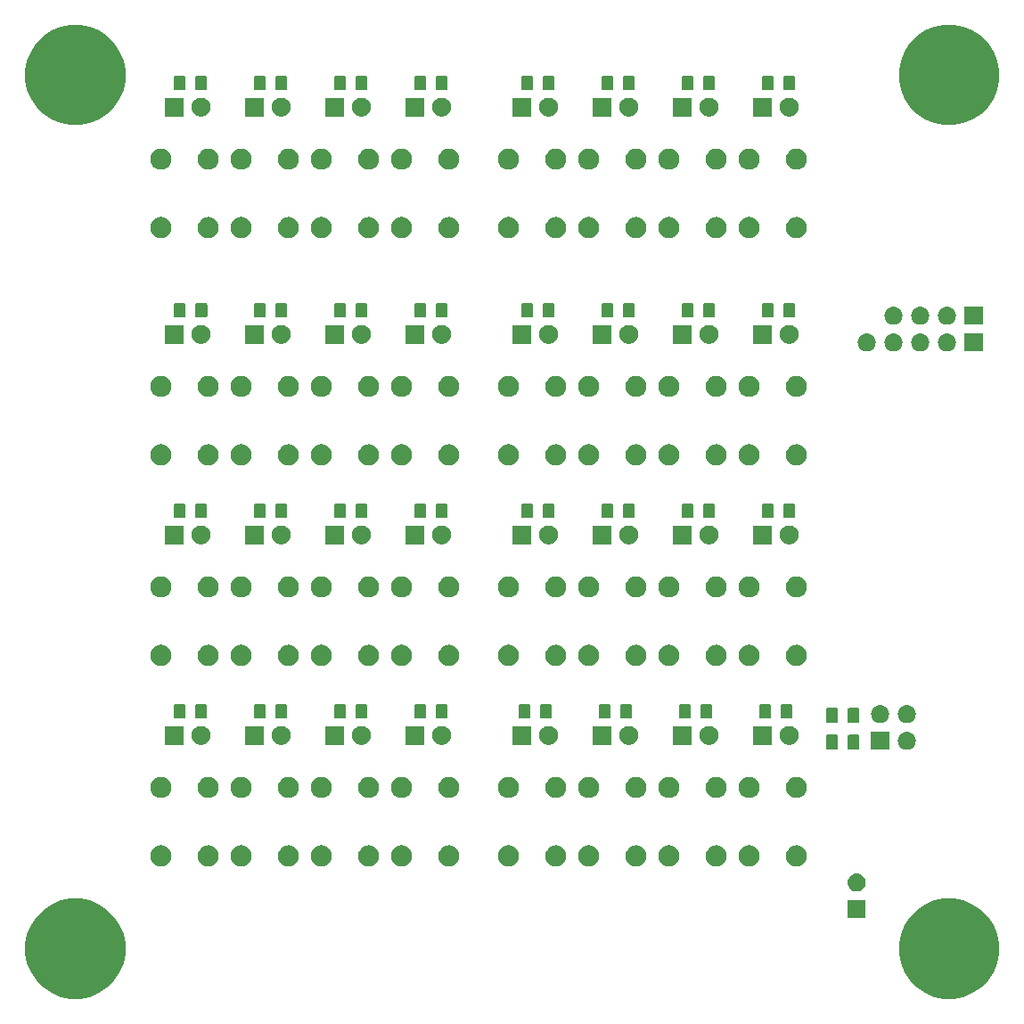
<source format=gbs>
G04 #@! TF.GenerationSoftware,KiCad,Pcbnew,(5.0.2)-1*
G04 #@! TF.CreationDate,2019-09-25T20:11:12-04:00*
G04 #@! TF.ProjectId,FrontPanel,46726f6e-7450-4616-9e65-6c2e6b696361,X1*
G04 #@! TF.SameCoordinates,Original*
G04 #@! TF.FileFunction,Soldermask,Bot*
G04 #@! TF.FilePolarity,Negative*
%FSLAX46Y46*%
G04 Gerber Fmt 4.6, Leading zero omitted, Abs format (unit mm)*
G04 Created by KiCad (PCBNEW (5.0.2)-1) date 9/25/2019 8:11:12 PM*
%MOMM*%
%LPD*%
G01*
G04 APERTURE LIST*
%ADD10C,0.150000*%
G04 APERTURE END LIST*
D10*
G36*
X100389169Y-94420519D02*
X101255889Y-94779526D01*
X102035920Y-95300726D01*
X102699274Y-95964080D01*
X103220474Y-96744111D01*
X103579481Y-97610831D01*
X103762500Y-98530933D01*
X103762500Y-99469067D01*
X103579481Y-100389169D01*
X103220474Y-101255889D01*
X102699274Y-102035920D01*
X102035920Y-102699274D01*
X101255889Y-103220474D01*
X100389169Y-103579481D01*
X99469067Y-103762500D01*
X98530933Y-103762500D01*
X97610831Y-103579481D01*
X96744111Y-103220474D01*
X95964080Y-102699274D01*
X95300726Y-102035920D01*
X94779526Y-101255889D01*
X94420519Y-100389169D01*
X94237500Y-99469067D01*
X94237500Y-98530933D01*
X94420519Y-97610831D01*
X94779526Y-96744111D01*
X95300726Y-95964080D01*
X95964080Y-95300726D01*
X96744111Y-94779526D01*
X97610831Y-94420519D01*
X98530933Y-94237500D01*
X99469067Y-94237500D01*
X100389169Y-94420519D01*
X100389169Y-94420519D01*
G37*
G36*
X17389169Y-94420519D02*
X18255889Y-94779526D01*
X19035920Y-95300726D01*
X19699274Y-95964080D01*
X20220474Y-96744111D01*
X20579481Y-97610831D01*
X20762500Y-98530933D01*
X20762500Y-99469067D01*
X20579481Y-100389169D01*
X20220474Y-101255889D01*
X19699274Y-102035920D01*
X19035920Y-102699274D01*
X18255889Y-103220474D01*
X17389169Y-103579481D01*
X16469067Y-103762500D01*
X15530933Y-103762500D01*
X14610831Y-103579481D01*
X13744111Y-103220474D01*
X12964080Y-102699274D01*
X12300726Y-102035920D01*
X11779526Y-101255889D01*
X11420519Y-100389169D01*
X11237500Y-99469067D01*
X11237500Y-98530933D01*
X11420519Y-97610831D01*
X11779526Y-96744111D01*
X12300726Y-95964080D01*
X12964080Y-95300726D01*
X13744111Y-94779526D01*
X14610831Y-94420519D01*
X15530933Y-94237500D01*
X16469067Y-94237500D01*
X17389169Y-94420519D01*
X17389169Y-94420519D01*
G37*
G36*
X91083500Y-96100000D02*
X89383500Y-96100000D01*
X89383500Y-94400000D01*
X91083500Y-94400000D01*
X91083500Y-96100000D01*
X91083500Y-96100000D01*
G37*
G36*
X90400130Y-91872299D02*
X90560355Y-91920903D01*
X90708020Y-91999831D01*
X90837449Y-92106051D01*
X90943669Y-92235480D01*
X91022597Y-92383145D01*
X91071201Y-92543370D01*
X91087612Y-92710000D01*
X91071201Y-92876630D01*
X91022597Y-93036855D01*
X90943669Y-93184520D01*
X90837449Y-93313949D01*
X90708020Y-93420169D01*
X90560355Y-93499097D01*
X90400130Y-93547701D01*
X90275252Y-93560000D01*
X90191748Y-93560000D01*
X90066870Y-93547701D01*
X89906645Y-93499097D01*
X89758980Y-93420169D01*
X89629551Y-93313949D01*
X89523331Y-93184520D01*
X89444403Y-93036855D01*
X89395799Y-92876630D01*
X89379388Y-92710000D01*
X89395799Y-92543370D01*
X89444403Y-92383145D01*
X89523331Y-92235480D01*
X89629551Y-92106051D01*
X89758980Y-91999831D01*
X89906645Y-91920903D01*
X90066870Y-91872299D01*
X90191748Y-91860000D01*
X90275252Y-91860000D01*
X90400130Y-91872299D01*
X90400130Y-91872299D01*
G37*
G36*
X47165770Y-89185372D02*
X47281689Y-89208429D01*
X47463678Y-89283811D01*
X47627463Y-89393249D01*
X47766751Y-89532537D01*
X47876189Y-89696322D01*
X47951571Y-89878311D01*
X47990000Y-90071509D01*
X47990000Y-90268491D01*
X47951571Y-90461689D01*
X47876189Y-90643678D01*
X47766751Y-90807463D01*
X47627463Y-90946751D01*
X47463678Y-91056189D01*
X47281689Y-91131571D01*
X47165770Y-91154628D01*
X47088493Y-91170000D01*
X46891507Y-91170000D01*
X46814230Y-91154628D01*
X46698311Y-91131571D01*
X46516322Y-91056189D01*
X46352537Y-90946751D01*
X46213249Y-90807463D01*
X46103811Y-90643678D01*
X46028429Y-90461689D01*
X45990000Y-90268491D01*
X45990000Y-90071509D01*
X46028429Y-89878311D01*
X46103811Y-89696322D01*
X46213249Y-89532537D01*
X46352537Y-89393249D01*
X46516322Y-89283811D01*
X46698311Y-89208429D01*
X46814230Y-89185372D01*
X46891507Y-89170000D01*
X47088493Y-89170000D01*
X47165770Y-89185372D01*
X47165770Y-89185372D01*
G37*
G36*
X24305770Y-89185372D02*
X24421689Y-89208429D01*
X24603678Y-89283811D01*
X24767463Y-89393249D01*
X24906751Y-89532537D01*
X25016189Y-89696322D01*
X25091571Y-89878311D01*
X25130000Y-90071509D01*
X25130000Y-90268491D01*
X25091571Y-90461689D01*
X25016189Y-90643678D01*
X24906751Y-90807463D01*
X24767463Y-90946751D01*
X24603678Y-91056189D01*
X24421689Y-91131571D01*
X24305770Y-91154628D01*
X24228493Y-91170000D01*
X24031507Y-91170000D01*
X23954230Y-91154628D01*
X23838311Y-91131571D01*
X23656322Y-91056189D01*
X23492537Y-90946751D01*
X23353249Y-90807463D01*
X23243811Y-90643678D01*
X23168429Y-90461689D01*
X23130000Y-90268491D01*
X23130000Y-90071509D01*
X23168429Y-89878311D01*
X23243811Y-89696322D01*
X23353249Y-89532537D01*
X23492537Y-89393249D01*
X23656322Y-89283811D01*
X23838311Y-89208429D01*
X23954230Y-89185372D01*
X24031507Y-89170000D01*
X24228493Y-89170000D01*
X24305770Y-89185372D01*
X24305770Y-89185372D01*
G37*
G36*
X31925770Y-89185372D02*
X32041689Y-89208429D01*
X32223678Y-89283811D01*
X32387463Y-89393249D01*
X32526751Y-89532537D01*
X32636189Y-89696322D01*
X32711571Y-89878311D01*
X32750000Y-90071509D01*
X32750000Y-90268491D01*
X32711571Y-90461689D01*
X32636189Y-90643678D01*
X32526751Y-90807463D01*
X32387463Y-90946751D01*
X32223678Y-91056189D01*
X32041689Y-91131571D01*
X31925770Y-91154628D01*
X31848493Y-91170000D01*
X31651507Y-91170000D01*
X31574230Y-91154628D01*
X31458311Y-91131571D01*
X31276322Y-91056189D01*
X31112537Y-90946751D01*
X30973249Y-90807463D01*
X30863811Y-90643678D01*
X30788429Y-90461689D01*
X30750000Y-90268491D01*
X30750000Y-90071509D01*
X30788429Y-89878311D01*
X30863811Y-89696322D01*
X30973249Y-89532537D01*
X31112537Y-89393249D01*
X31276322Y-89283811D01*
X31458311Y-89208429D01*
X31574230Y-89185372D01*
X31651507Y-89170000D01*
X31848493Y-89170000D01*
X31925770Y-89185372D01*
X31925770Y-89185372D01*
G37*
G36*
X36425770Y-89185372D02*
X36541689Y-89208429D01*
X36723678Y-89283811D01*
X36887463Y-89393249D01*
X37026751Y-89532537D01*
X37136189Y-89696322D01*
X37211571Y-89878311D01*
X37250000Y-90071509D01*
X37250000Y-90268491D01*
X37211571Y-90461689D01*
X37136189Y-90643678D01*
X37026751Y-90807463D01*
X36887463Y-90946751D01*
X36723678Y-91056189D01*
X36541689Y-91131571D01*
X36425770Y-91154628D01*
X36348493Y-91170000D01*
X36151507Y-91170000D01*
X36074230Y-91154628D01*
X35958311Y-91131571D01*
X35776322Y-91056189D01*
X35612537Y-90946751D01*
X35473249Y-90807463D01*
X35363811Y-90643678D01*
X35288429Y-90461689D01*
X35250000Y-90268491D01*
X35250000Y-90071509D01*
X35288429Y-89878311D01*
X35363811Y-89696322D01*
X35473249Y-89532537D01*
X35612537Y-89393249D01*
X35776322Y-89283811D01*
X35958311Y-89208429D01*
X36074230Y-89185372D01*
X36151507Y-89170000D01*
X36348493Y-89170000D01*
X36425770Y-89185372D01*
X36425770Y-89185372D01*
G37*
G36*
X44045770Y-89185372D02*
X44161689Y-89208429D01*
X44343678Y-89283811D01*
X44507463Y-89393249D01*
X44646751Y-89532537D01*
X44756189Y-89696322D01*
X44831571Y-89878311D01*
X44870000Y-90071509D01*
X44870000Y-90268491D01*
X44831571Y-90461689D01*
X44756189Y-90643678D01*
X44646751Y-90807463D01*
X44507463Y-90946751D01*
X44343678Y-91056189D01*
X44161689Y-91131571D01*
X44045770Y-91154628D01*
X43968493Y-91170000D01*
X43771507Y-91170000D01*
X43694230Y-91154628D01*
X43578311Y-91131571D01*
X43396322Y-91056189D01*
X43232537Y-90946751D01*
X43093249Y-90807463D01*
X42983811Y-90643678D01*
X42908429Y-90461689D01*
X42870000Y-90268491D01*
X42870000Y-90071509D01*
X42908429Y-89878311D01*
X42983811Y-89696322D01*
X43093249Y-89532537D01*
X43232537Y-89393249D01*
X43396322Y-89283811D01*
X43578311Y-89208429D01*
X43694230Y-89185372D01*
X43771507Y-89170000D01*
X43968493Y-89170000D01*
X44045770Y-89185372D01*
X44045770Y-89185372D01*
G37*
G36*
X39545770Y-89185372D02*
X39661689Y-89208429D01*
X39843678Y-89283811D01*
X40007463Y-89393249D01*
X40146751Y-89532537D01*
X40256189Y-89696322D01*
X40331571Y-89878311D01*
X40370000Y-90071509D01*
X40370000Y-90268491D01*
X40331571Y-90461689D01*
X40256189Y-90643678D01*
X40146751Y-90807463D01*
X40007463Y-90946751D01*
X39843678Y-91056189D01*
X39661689Y-91131571D01*
X39545770Y-91154628D01*
X39468493Y-91170000D01*
X39271507Y-91170000D01*
X39194230Y-91154628D01*
X39078311Y-91131571D01*
X38896322Y-91056189D01*
X38732537Y-90946751D01*
X38593249Y-90807463D01*
X38483811Y-90643678D01*
X38408429Y-90461689D01*
X38370000Y-90268491D01*
X38370000Y-90071509D01*
X38408429Y-89878311D01*
X38483811Y-89696322D01*
X38593249Y-89532537D01*
X38732537Y-89393249D01*
X38896322Y-89283811D01*
X39078311Y-89208429D01*
X39194230Y-89185372D01*
X39271507Y-89170000D01*
X39468493Y-89170000D01*
X39545770Y-89185372D01*
X39545770Y-89185372D01*
G37*
G36*
X51665770Y-89185372D02*
X51781689Y-89208429D01*
X51963678Y-89283811D01*
X52127463Y-89393249D01*
X52266751Y-89532537D01*
X52376189Y-89696322D01*
X52451571Y-89878311D01*
X52490000Y-90071509D01*
X52490000Y-90268491D01*
X52451571Y-90461689D01*
X52376189Y-90643678D01*
X52266751Y-90807463D01*
X52127463Y-90946751D01*
X51963678Y-91056189D01*
X51781689Y-91131571D01*
X51665770Y-91154628D01*
X51588493Y-91170000D01*
X51391507Y-91170000D01*
X51314230Y-91154628D01*
X51198311Y-91131571D01*
X51016322Y-91056189D01*
X50852537Y-90946751D01*
X50713249Y-90807463D01*
X50603811Y-90643678D01*
X50528429Y-90461689D01*
X50490000Y-90268491D01*
X50490000Y-90071509D01*
X50528429Y-89878311D01*
X50603811Y-89696322D01*
X50713249Y-89532537D01*
X50852537Y-89393249D01*
X51016322Y-89283811D01*
X51198311Y-89208429D01*
X51314230Y-89185372D01*
X51391507Y-89170000D01*
X51588493Y-89170000D01*
X51665770Y-89185372D01*
X51665770Y-89185372D01*
G37*
G36*
X61825770Y-89185372D02*
X61941689Y-89208429D01*
X62123678Y-89283811D01*
X62287463Y-89393249D01*
X62426751Y-89532537D01*
X62536189Y-89696322D01*
X62611571Y-89878311D01*
X62650000Y-90071509D01*
X62650000Y-90268491D01*
X62611571Y-90461689D01*
X62536189Y-90643678D01*
X62426751Y-90807463D01*
X62287463Y-90946751D01*
X62123678Y-91056189D01*
X61941689Y-91131571D01*
X61825770Y-91154628D01*
X61748493Y-91170000D01*
X61551507Y-91170000D01*
X61474230Y-91154628D01*
X61358311Y-91131571D01*
X61176322Y-91056189D01*
X61012537Y-90946751D01*
X60873249Y-90807463D01*
X60763811Y-90643678D01*
X60688429Y-90461689D01*
X60650000Y-90268491D01*
X60650000Y-90071509D01*
X60688429Y-89878311D01*
X60763811Y-89696322D01*
X60873249Y-89532537D01*
X61012537Y-89393249D01*
X61176322Y-89283811D01*
X61358311Y-89208429D01*
X61474230Y-89185372D01*
X61551507Y-89170000D01*
X61748493Y-89170000D01*
X61825770Y-89185372D01*
X61825770Y-89185372D01*
G37*
G36*
X28805770Y-89185372D02*
X28921689Y-89208429D01*
X29103678Y-89283811D01*
X29267463Y-89393249D01*
X29406751Y-89532537D01*
X29516189Y-89696322D01*
X29591571Y-89878311D01*
X29630000Y-90071509D01*
X29630000Y-90268491D01*
X29591571Y-90461689D01*
X29516189Y-90643678D01*
X29406751Y-90807463D01*
X29267463Y-90946751D01*
X29103678Y-91056189D01*
X28921689Y-91131571D01*
X28805770Y-91154628D01*
X28728493Y-91170000D01*
X28531507Y-91170000D01*
X28454230Y-91154628D01*
X28338311Y-91131571D01*
X28156322Y-91056189D01*
X27992537Y-90946751D01*
X27853249Y-90807463D01*
X27743811Y-90643678D01*
X27668429Y-90461689D01*
X27630000Y-90268491D01*
X27630000Y-90071509D01*
X27668429Y-89878311D01*
X27743811Y-89696322D01*
X27853249Y-89532537D01*
X27992537Y-89393249D01*
X28156322Y-89283811D01*
X28338311Y-89208429D01*
X28454230Y-89185372D01*
X28531507Y-89170000D01*
X28728493Y-89170000D01*
X28805770Y-89185372D01*
X28805770Y-89185372D01*
G37*
G36*
X64945770Y-89185372D02*
X65061689Y-89208429D01*
X65243678Y-89283811D01*
X65407463Y-89393249D01*
X65546751Y-89532537D01*
X65656189Y-89696322D01*
X65731571Y-89878311D01*
X65770000Y-90071509D01*
X65770000Y-90268491D01*
X65731571Y-90461689D01*
X65656189Y-90643678D01*
X65546751Y-90807463D01*
X65407463Y-90946751D01*
X65243678Y-91056189D01*
X65061689Y-91131571D01*
X64945770Y-91154628D01*
X64868493Y-91170000D01*
X64671507Y-91170000D01*
X64594230Y-91154628D01*
X64478311Y-91131571D01*
X64296322Y-91056189D01*
X64132537Y-90946751D01*
X63993249Y-90807463D01*
X63883811Y-90643678D01*
X63808429Y-90461689D01*
X63770000Y-90268491D01*
X63770000Y-90071509D01*
X63808429Y-89878311D01*
X63883811Y-89696322D01*
X63993249Y-89532537D01*
X64132537Y-89393249D01*
X64296322Y-89283811D01*
X64478311Y-89208429D01*
X64594230Y-89185372D01*
X64671507Y-89170000D01*
X64868493Y-89170000D01*
X64945770Y-89185372D01*
X64945770Y-89185372D01*
G37*
G36*
X69445770Y-89185372D02*
X69561689Y-89208429D01*
X69743678Y-89283811D01*
X69907463Y-89393249D01*
X70046751Y-89532537D01*
X70156189Y-89696322D01*
X70231571Y-89878311D01*
X70270000Y-90071509D01*
X70270000Y-90268491D01*
X70231571Y-90461689D01*
X70156189Y-90643678D01*
X70046751Y-90807463D01*
X69907463Y-90946751D01*
X69743678Y-91056189D01*
X69561689Y-91131571D01*
X69445770Y-91154628D01*
X69368493Y-91170000D01*
X69171507Y-91170000D01*
X69094230Y-91154628D01*
X68978311Y-91131571D01*
X68796322Y-91056189D01*
X68632537Y-90946751D01*
X68493249Y-90807463D01*
X68383811Y-90643678D01*
X68308429Y-90461689D01*
X68270000Y-90268491D01*
X68270000Y-90071509D01*
X68308429Y-89878311D01*
X68383811Y-89696322D01*
X68493249Y-89532537D01*
X68632537Y-89393249D01*
X68796322Y-89283811D01*
X68978311Y-89208429D01*
X69094230Y-89185372D01*
X69171507Y-89170000D01*
X69368493Y-89170000D01*
X69445770Y-89185372D01*
X69445770Y-89185372D01*
G37*
G36*
X77065770Y-89185372D02*
X77181689Y-89208429D01*
X77363678Y-89283811D01*
X77527463Y-89393249D01*
X77666751Y-89532537D01*
X77776189Y-89696322D01*
X77851571Y-89878311D01*
X77890000Y-90071509D01*
X77890000Y-90268491D01*
X77851571Y-90461689D01*
X77776189Y-90643678D01*
X77666751Y-90807463D01*
X77527463Y-90946751D01*
X77363678Y-91056189D01*
X77181689Y-91131571D01*
X77065770Y-91154628D01*
X76988493Y-91170000D01*
X76791507Y-91170000D01*
X76714230Y-91154628D01*
X76598311Y-91131571D01*
X76416322Y-91056189D01*
X76252537Y-90946751D01*
X76113249Y-90807463D01*
X76003811Y-90643678D01*
X75928429Y-90461689D01*
X75890000Y-90268491D01*
X75890000Y-90071509D01*
X75928429Y-89878311D01*
X76003811Y-89696322D01*
X76113249Y-89532537D01*
X76252537Y-89393249D01*
X76416322Y-89283811D01*
X76598311Y-89208429D01*
X76714230Y-89185372D01*
X76791507Y-89170000D01*
X76988493Y-89170000D01*
X77065770Y-89185372D01*
X77065770Y-89185372D01*
G37*
G36*
X72565770Y-89185372D02*
X72681689Y-89208429D01*
X72863678Y-89283811D01*
X73027463Y-89393249D01*
X73166751Y-89532537D01*
X73276189Y-89696322D01*
X73351571Y-89878311D01*
X73390000Y-90071509D01*
X73390000Y-90268491D01*
X73351571Y-90461689D01*
X73276189Y-90643678D01*
X73166751Y-90807463D01*
X73027463Y-90946751D01*
X72863678Y-91056189D01*
X72681689Y-91131571D01*
X72565770Y-91154628D01*
X72488493Y-91170000D01*
X72291507Y-91170000D01*
X72214230Y-91154628D01*
X72098311Y-91131571D01*
X71916322Y-91056189D01*
X71752537Y-90946751D01*
X71613249Y-90807463D01*
X71503811Y-90643678D01*
X71428429Y-90461689D01*
X71390000Y-90268491D01*
X71390000Y-90071509D01*
X71428429Y-89878311D01*
X71503811Y-89696322D01*
X71613249Y-89532537D01*
X71752537Y-89393249D01*
X71916322Y-89283811D01*
X72098311Y-89208429D01*
X72214230Y-89185372D01*
X72291507Y-89170000D01*
X72488493Y-89170000D01*
X72565770Y-89185372D01*
X72565770Y-89185372D01*
G37*
G36*
X84685770Y-89185372D02*
X84801689Y-89208429D01*
X84983678Y-89283811D01*
X85147463Y-89393249D01*
X85286751Y-89532537D01*
X85396189Y-89696322D01*
X85471571Y-89878311D01*
X85510000Y-90071509D01*
X85510000Y-90268491D01*
X85471571Y-90461689D01*
X85396189Y-90643678D01*
X85286751Y-90807463D01*
X85147463Y-90946751D01*
X84983678Y-91056189D01*
X84801689Y-91131571D01*
X84685770Y-91154628D01*
X84608493Y-91170000D01*
X84411507Y-91170000D01*
X84334230Y-91154628D01*
X84218311Y-91131571D01*
X84036322Y-91056189D01*
X83872537Y-90946751D01*
X83733249Y-90807463D01*
X83623811Y-90643678D01*
X83548429Y-90461689D01*
X83510000Y-90268491D01*
X83510000Y-90071509D01*
X83548429Y-89878311D01*
X83623811Y-89696322D01*
X83733249Y-89532537D01*
X83872537Y-89393249D01*
X84036322Y-89283811D01*
X84218311Y-89208429D01*
X84334230Y-89185372D01*
X84411507Y-89170000D01*
X84608493Y-89170000D01*
X84685770Y-89185372D01*
X84685770Y-89185372D01*
G37*
G36*
X80185770Y-89185372D02*
X80301689Y-89208429D01*
X80483678Y-89283811D01*
X80647463Y-89393249D01*
X80786751Y-89532537D01*
X80896189Y-89696322D01*
X80971571Y-89878311D01*
X81010000Y-90071509D01*
X81010000Y-90268491D01*
X80971571Y-90461689D01*
X80896189Y-90643678D01*
X80786751Y-90807463D01*
X80647463Y-90946751D01*
X80483678Y-91056189D01*
X80301689Y-91131571D01*
X80185770Y-91154628D01*
X80108493Y-91170000D01*
X79911507Y-91170000D01*
X79834230Y-91154628D01*
X79718311Y-91131571D01*
X79536322Y-91056189D01*
X79372537Y-90946751D01*
X79233249Y-90807463D01*
X79123811Y-90643678D01*
X79048429Y-90461689D01*
X79010000Y-90268491D01*
X79010000Y-90071509D01*
X79048429Y-89878311D01*
X79123811Y-89696322D01*
X79233249Y-89532537D01*
X79372537Y-89393249D01*
X79536322Y-89283811D01*
X79718311Y-89208429D01*
X79834230Y-89185372D01*
X79911507Y-89170000D01*
X80108493Y-89170000D01*
X80185770Y-89185372D01*
X80185770Y-89185372D01*
G37*
G36*
X57325770Y-89185372D02*
X57441689Y-89208429D01*
X57623678Y-89283811D01*
X57787463Y-89393249D01*
X57926751Y-89532537D01*
X58036189Y-89696322D01*
X58111571Y-89878311D01*
X58150000Y-90071509D01*
X58150000Y-90268491D01*
X58111571Y-90461689D01*
X58036189Y-90643678D01*
X57926751Y-90807463D01*
X57787463Y-90946751D01*
X57623678Y-91056189D01*
X57441689Y-91131571D01*
X57325770Y-91154628D01*
X57248493Y-91170000D01*
X57051507Y-91170000D01*
X56974230Y-91154628D01*
X56858311Y-91131571D01*
X56676322Y-91056189D01*
X56512537Y-90946751D01*
X56373249Y-90807463D01*
X56263811Y-90643678D01*
X56188429Y-90461689D01*
X56150000Y-90268491D01*
X56150000Y-90071509D01*
X56188429Y-89878311D01*
X56263811Y-89696322D01*
X56373249Y-89532537D01*
X56512537Y-89393249D01*
X56676322Y-89283811D01*
X56858311Y-89208429D01*
X56974230Y-89185372D01*
X57051507Y-89170000D01*
X57248493Y-89170000D01*
X57325770Y-89185372D01*
X57325770Y-89185372D01*
G37*
G36*
X80185770Y-82685372D02*
X80301689Y-82708429D01*
X80483678Y-82783811D01*
X80647463Y-82893249D01*
X80786751Y-83032537D01*
X80896189Y-83196322D01*
X80971571Y-83378311D01*
X81010000Y-83571509D01*
X81010000Y-83768491D01*
X80971571Y-83961689D01*
X80896189Y-84143678D01*
X80786751Y-84307463D01*
X80647463Y-84446751D01*
X80483678Y-84556189D01*
X80301689Y-84631571D01*
X80185770Y-84654628D01*
X80108493Y-84670000D01*
X79911507Y-84670000D01*
X79834230Y-84654628D01*
X79718311Y-84631571D01*
X79536322Y-84556189D01*
X79372537Y-84446751D01*
X79233249Y-84307463D01*
X79123811Y-84143678D01*
X79048429Y-83961689D01*
X79010000Y-83768491D01*
X79010000Y-83571509D01*
X79048429Y-83378311D01*
X79123811Y-83196322D01*
X79233249Y-83032537D01*
X79372537Y-82893249D01*
X79536322Y-82783811D01*
X79718311Y-82708429D01*
X79834230Y-82685372D01*
X79911507Y-82670000D01*
X80108493Y-82670000D01*
X80185770Y-82685372D01*
X80185770Y-82685372D01*
G37*
G36*
X84685770Y-82685372D02*
X84801689Y-82708429D01*
X84983678Y-82783811D01*
X85147463Y-82893249D01*
X85286751Y-83032537D01*
X85396189Y-83196322D01*
X85471571Y-83378311D01*
X85510000Y-83571509D01*
X85510000Y-83768491D01*
X85471571Y-83961689D01*
X85396189Y-84143678D01*
X85286751Y-84307463D01*
X85147463Y-84446751D01*
X84983678Y-84556189D01*
X84801689Y-84631571D01*
X84685770Y-84654628D01*
X84608493Y-84670000D01*
X84411507Y-84670000D01*
X84334230Y-84654628D01*
X84218311Y-84631571D01*
X84036322Y-84556189D01*
X83872537Y-84446751D01*
X83733249Y-84307463D01*
X83623811Y-84143678D01*
X83548429Y-83961689D01*
X83510000Y-83768491D01*
X83510000Y-83571509D01*
X83548429Y-83378311D01*
X83623811Y-83196322D01*
X83733249Y-83032537D01*
X83872537Y-82893249D01*
X84036322Y-82783811D01*
X84218311Y-82708429D01*
X84334230Y-82685372D01*
X84411507Y-82670000D01*
X84608493Y-82670000D01*
X84685770Y-82685372D01*
X84685770Y-82685372D01*
G37*
G36*
X72565770Y-82685372D02*
X72681689Y-82708429D01*
X72863678Y-82783811D01*
X73027463Y-82893249D01*
X73166751Y-83032537D01*
X73276189Y-83196322D01*
X73351571Y-83378311D01*
X73390000Y-83571509D01*
X73390000Y-83768491D01*
X73351571Y-83961689D01*
X73276189Y-84143678D01*
X73166751Y-84307463D01*
X73027463Y-84446751D01*
X72863678Y-84556189D01*
X72681689Y-84631571D01*
X72565770Y-84654628D01*
X72488493Y-84670000D01*
X72291507Y-84670000D01*
X72214230Y-84654628D01*
X72098311Y-84631571D01*
X71916322Y-84556189D01*
X71752537Y-84446751D01*
X71613249Y-84307463D01*
X71503811Y-84143678D01*
X71428429Y-83961689D01*
X71390000Y-83768491D01*
X71390000Y-83571509D01*
X71428429Y-83378311D01*
X71503811Y-83196322D01*
X71613249Y-83032537D01*
X71752537Y-82893249D01*
X71916322Y-82783811D01*
X72098311Y-82708429D01*
X72214230Y-82685372D01*
X72291507Y-82670000D01*
X72488493Y-82670000D01*
X72565770Y-82685372D01*
X72565770Y-82685372D01*
G37*
G36*
X77065770Y-82685372D02*
X77181689Y-82708429D01*
X77363678Y-82783811D01*
X77527463Y-82893249D01*
X77666751Y-83032537D01*
X77776189Y-83196322D01*
X77851571Y-83378311D01*
X77890000Y-83571509D01*
X77890000Y-83768491D01*
X77851571Y-83961689D01*
X77776189Y-84143678D01*
X77666751Y-84307463D01*
X77527463Y-84446751D01*
X77363678Y-84556189D01*
X77181689Y-84631571D01*
X77065770Y-84654628D01*
X76988493Y-84670000D01*
X76791507Y-84670000D01*
X76714230Y-84654628D01*
X76598311Y-84631571D01*
X76416322Y-84556189D01*
X76252537Y-84446751D01*
X76113249Y-84307463D01*
X76003811Y-84143678D01*
X75928429Y-83961689D01*
X75890000Y-83768491D01*
X75890000Y-83571509D01*
X75928429Y-83378311D01*
X76003811Y-83196322D01*
X76113249Y-83032537D01*
X76252537Y-82893249D01*
X76416322Y-82783811D01*
X76598311Y-82708429D01*
X76714230Y-82685372D01*
X76791507Y-82670000D01*
X76988493Y-82670000D01*
X77065770Y-82685372D01*
X77065770Y-82685372D01*
G37*
G36*
X36425770Y-82685372D02*
X36541689Y-82708429D01*
X36723678Y-82783811D01*
X36887463Y-82893249D01*
X37026751Y-83032537D01*
X37136189Y-83196322D01*
X37211571Y-83378311D01*
X37250000Y-83571509D01*
X37250000Y-83768491D01*
X37211571Y-83961689D01*
X37136189Y-84143678D01*
X37026751Y-84307463D01*
X36887463Y-84446751D01*
X36723678Y-84556189D01*
X36541689Y-84631571D01*
X36425770Y-84654628D01*
X36348493Y-84670000D01*
X36151507Y-84670000D01*
X36074230Y-84654628D01*
X35958311Y-84631571D01*
X35776322Y-84556189D01*
X35612537Y-84446751D01*
X35473249Y-84307463D01*
X35363811Y-84143678D01*
X35288429Y-83961689D01*
X35250000Y-83768491D01*
X35250000Y-83571509D01*
X35288429Y-83378311D01*
X35363811Y-83196322D01*
X35473249Y-83032537D01*
X35612537Y-82893249D01*
X35776322Y-82783811D01*
X35958311Y-82708429D01*
X36074230Y-82685372D01*
X36151507Y-82670000D01*
X36348493Y-82670000D01*
X36425770Y-82685372D01*
X36425770Y-82685372D01*
G37*
G36*
X44045770Y-82685372D02*
X44161689Y-82708429D01*
X44343678Y-82783811D01*
X44507463Y-82893249D01*
X44646751Y-83032537D01*
X44756189Y-83196322D01*
X44831571Y-83378311D01*
X44870000Y-83571509D01*
X44870000Y-83768491D01*
X44831571Y-83961689D01*
X44756189Y-84143678D01*
X44646751Y-84307463D01*
X44507463Y-84446751D01*
X44343678Y-84556189D01*
X44161689Y-84631571D01*
X44045770Y-84654628D01*
X43968493Y-84670000D01*
X43771507Y-84670000D01*
X43694230Y-84654628D01*
X43578311Y-84631571D01*
X43396322Y-84556189D01*
X43232537Y-84446751D01*
X43093249Y-84307463D01*
X42983811Y-84143678D01*
X42908429Y-83961689D01*
X42870000Y-83768491D01*
X42870000Y-83571509D01*
X42908429Y-83378311D01*
X42983811Y-83196322D01*
X43093249Y-83032537D01*
X43232537Y-82893249D01*
X43396322Y-82783811D01*
X43578311Y-82708429D01*
X43694230Y-82685372D01*
X43771507Y-82670000D01*
X43968493Y-82670000D01*
X44045770Y-82685372D01*
X44045770Y-82685372D01*
G37*
G36*
X39545770Y-82685372D02*
X39661689Y-82708429D01*
X39843678Y-82783811D01*
X40007463Y-82893249D01*
X40146751Y-83032537D01*
X40256189Y-83196322D01*
X40331571Y-83378311D01*
X40370000Y-83571509D01*
X40370000Y-83768491D01*
X40331571Y-83961689D01*
X40256189Y-84143678D01*
X40146751Y-84307463D01*
X40007463Y-84446751D01*
X39843678Y-84556189D01*
X39661689Y-84631571D01*
X39545770Y-84654628D01*
X39468493Y-84670000D01*
X39271507Y-84670000D01*
X39194230Y-84654628D01*
X39078311Y-84631571D01*
X38896322Y-84556189D01*
X38732537Y-84446751D01*
X38593249Y-84307463D01*
X38483811Y-84143678D01*
X38408429Y-83961689D01*
X38370000Y-83768491D01*
X38370000Y-83571509D01*
X38408429Y-83378311D01*
X38483811Y-83196322D01*
X38593249Y-83032537D01*
X38732537Y-82893249D01*
X38896322Y-82783811D01*
X39078311Y-82708429D01*
X39194230Y-82685372D01*
X39271507Y-82670000D01*
X39468493Y-82670000D01*
X39545770Y-82685372D01*
X39545770Y-82685372D01*
G37*
G36*
X47165770Y-82685372D02*
X47281689Y-82708429D01*
X47463678Y-82783811D01*
X47627463Y-82893249D01*
X47766751Y-83032537D01*
X47876189Y-83196322D01*
X47951571Y-83378311D01*
X47990000Y-83571509D01*
X47990000Y-83768491D01*
X47951571Y-83961689D01*
X47876189Y-84143678D01*
X47766751Y-84307463D01*
X47627463Y-84446751D01*
X47463678Y-84556189D01*
X47281689Y-84631571D01*
X47165770Y-84654628D01*
X47088493Y-84670000D01*
X46891507Y-84670000D01*
X46814230Y-84654628D01*
X46698311Y-84631571D01*
X46516322Y-84556189D01*
X46352537Y-84446751D01*
X46213249Y-84307463D01*
X46103811Y-84143678D01*
X46028429Y-83961689D01*
X45990000Y-83768491D01*
X45990000Y-83571509D01*
X46028429Y-83378311D01*
X46103811Y-83196322D01*
X46213249Y-83032537D01*
X46352537Y-82893249D01*
X46516322Y-82783811D01*
X46698311Y-82708429D01*
X46814230Y-82685372D01*
X46891507Y-82670000D01*
X47088493Y-82670000D01*
X47165770Y-82685372D01*
X47165770Y-82685372D01*
G37*
G36*
X31925770Y-82685372D02*
X32041689Y-82708429D01*
X32223678Y-82783811D01*
X32387463Y-82893249D01*
X32526751Y-83032537D01*
X32636189Y-83196322D01*
X32711571Y-83378311D01*
X32750000Y-83571509D01*
X32750000Y-83768491D01*
X32711571Y-83961689D01*
X32636189Y-84143678D01*
X32526751Y-84307463D01*
X32387463Y-84446751D01*
X32223678Y-84556189D01*
X32041689Y-84631571D01*
X31925770Y-84654628D01*
X31848493Y-84670000D01*
X31651507Y-84670000D01*
X31574230Y-84654628D01*
X31458311Y-84631571D01*
X31276322Y-84556189D01*
X31112537Y-84446751D01*
X30973249Y-84307463D01*
X30863811Y-84143678D01*
X30788429Y-83961689D01*
X30750000Y-83768491D01*
X30750000Y-83571509D01*
X30788429Y-83378311D01*
X30863811Y-83196322D01*
X30973249Y-83032537D01*
X31112537Y-82893249D01*
X31276322Y-82783811D01*
X31458311Y-82708429D01*
X31574230Y-82685372D01*
X31651507Y-82670000D01*
X31848493Y-82670000D01*
X31925770Y-82685372D01*
X31925770Y-82685372D01*
G37*
G36*
X51665770Y-82685372D02*
X51781689Y-82708429D01*
X51963678Y-82783811D01*
X52127463Y-82893249D01*
X52266751Y-83032537D01*
X52376189Y-83196322D01*
X52451571Y-83378311D01*
X52490000Y-83571509D01*
X52490000Y-83768491D01*
X52451571Y-83961689D01*
X52376189Y-84143678D01*
X52266751Y-84307463D01*
X52127463Y-84446751D01*
X51963678Y-84556189D01*
X51781689Y-84631571D01*
X51665770Y-84654628D01*
X51588493Y-84670000D01*
X51391507Y-84670000D01*
X51314230Y-84654628D01*
X51198311Y-84631571D01*
X51016322Y-84556189D01*
X50852537Y-84446751D01*
X50713249Y-84307463D01*
X50603811Y-84143678D01*
X50528429Y-83961689D01*
X50490000Y-83768491D01*
X50490000Y-83571509D01*
X50528429Y-83378311D01*
X50603811Y-83196322D01*
X50713249Y-83032537D01*
X50852537Y-82893249D01*
X51016322Y-82783811D01*
X51198311Y-82708429D01*
X51314230Y-82685372D01*
X51391507Y-82670000D01*
X51588493Y-82670000D01*
X51665770Y-82685372D01*
X51665770Y-82685372D01*
G37*
G36*
X69445770Y-82685372D02*
X69561689Y-82708429D01*
X69743678Y-82783811D01*
X69907463Y-82893249D01*
X70046751Y-83032537D01*
X70156189Y-83196322D01*
X70231571Y-83378311D01*
X70270000Y-83571509D01*
X70270000Y-83768491D01*
X70231571Y-83961689D01*
X70156189Y-84143678D01*
X70046751Y-84307463D01*
X69907463Y-84446751D01*
X69743678Y-84556189D01*
X69561689Y-84631571D01*
X69445770Y-84654628D01*
X69368493Y-84670000D01*
X69171507Y-84670000D01*
X69094230Y-84654628D01*
X68978311Y-84631571D01*
X68796322Y-84556189D01*
X68632537Y-84446751D01*
X68493249Y-84307463D01*
X68383811Y-84143678D01*
X68308429Y-83961689D01*
X68270000Y-83768491D01*
X68270000Y-83571509D01*
X68308429Y-83378311D01*
X68383811Y-83196322D01*
X68493249Y-83032537D01*
X68632537Y-82893249D01*
X68796322Y-82783811D01*
X68978311Y-82708429D01*
X69094230Y-82685372D01*
X69171507Y-82670000D01*
X69368493Y-82670000D01*
X69445770Y-82685372D01*
X69445770Y-82685372D01*
G37*
G36*
X61825770Y-82685372D02*
X61941689Y-82708429D01*
X62123678Y-82783811D01*
X62287463Y-82893249D01*
X62426751Y-83032537D01*
X62536189Y-83196322D01*
X62611571Y-83378311D01*
X62650000Y-83571509D01*
X62650000Y-83768491D01*
X62611571Y-83961689D01*
X62536189Y-84143678D01*
X62426751Y-84307463D01*
X62287463Y-84446751D01*
X62123678Y-84556189D01*
X61941689Y-84631571D01*
X61825770Y-84654628D01*
X61748493Y-84670000D01*
X61551507Y-84670000D01*
X61474230Y-84654628D01*
X61358311Y-84631571D01*
X61176322Y-84556189D01*
X61012537Y-84446751D01*
X60873249Y-84307463D01*
X60763811Y-84143678D01*
X60688429Y-83961689D01*
X60650000Y-83768491D01*
X60650000Y-83571509D01*
X60688429Y-83378311D01*
X60763811Y-83196322D01*
X60873249Y-83032537D01*
X61012537Y-82893249D01*
X61176322Y-82783811D01*
X61358311Y-82708429D01*
X61474230Y-82685372D01*
X61551507Y-82670000D01*
X61748493Y-82670000D01*
X61825770Y-82685372D01*
X61825770Y-82685372D01*
G37*
G36*
X64945770Y-82685372D02*
X65061689Y-82708429D01*
X65243678Y-82783811D01*
X65407463Y-82893249D01*
X65546751Y-83032537D01*
X65656189Y-83196322D01*
X65731571Y-83378311D01*
X65770000Y-83571509D01*
X65770000Y-83768491D01*
X65731571Y-83961689D01*
X65656189Y-84143678D01*
X65546751Y-84307463D01*
X65407463Y-84446751D01*
X65243678Y-84556189D01*
X65061689Y-84631571D01*
X64945770Y-84654628D01*
X64868493Y-84670000D01*
X64671507Y-84670000D01*
X64594230Y-84654628D01*
X64478311Y-84631571D01*
X64296322Y-84556189D01*
X64132537Y-84446751D01*
X63993249Y-84307463D01*
X63883811Y-84143678D01*
X63808429Y-83961689D01*
X63770000Y-83768491D01*
X63770000Y-83571509D01*
X63808429Y-83378311D01*
X63883811Y-83196322D01*
X63993249Y-83032537D01*
X64132537Y-82893249D01*
X64296322Y-82783811D01*
X64478311Y-82708429D01*
X64594230Y-82685372D01*
X64671507Y-82670000D01*
X64868493Y-82670000D01*
X64945770Y-82685372D01*
X64945770Y-82685372D01*
G37*
G36*
X57325770Y-82685372D02*
X57441689Y-82708429D01*
X57623678Y-82783811D01*
X57787463Y-82893249D01*
X57926751Y-83032537D01*
X58036189Y-83196322D01*
X58111571Y-83378311D01*
X58150000Y-83571509D01*
X58150000Y-83768491D01*
X58111571Y-83961689D01*
X58036189Y-84143678D01*
X57926751Y-84307463D01*
X57787463Y-84446751D01*
X57623678Y-84556189D01*
X57441689Y-84631571D01*
X57325770Y-84654628D01*
X57248493Y-84670000D01*
X57051507Y-84670000D01*
X56974230Y-84654628D01*
X56858311Y-84631571D01*
X56676322Y-84556189D01*
X56512537Y-84446751D01*
X56373249Y-84307463D01*
X56263811Y-84143678D01*
X56188429Y-83961689D01*
X56150000Y-83768491D01*
X56150000Y-83571509D01*
X56188429Y-83378311D01*
X56263811Y-83196322D01*
X56373249Y-83032537D01*
X56512537Y-82893249D01*
X56676322Y-82783811D01*
X56858311Y-82708429D01*
X56974230Y-82685372D01*
X57051507Y-82670000D01*
X57248493Y-82670000D01*
X57325770Y-82685372D01*
X57325770Y-82685372D01*
G37*
G36*
X28805770Y-82685372D02*
X28921689Y-82708429D01*
X29103678Y-82783811D01*
X29267463Y-82893249D01*
X29406751Y-83032537D01*
X29516189Y-83196322D01*
X29591571Y-83378311D01*
X29630000Y-83571509D01*
X29630000Y-83768491D01*
X29591571Y-83961689D01*
X29516189Y-84143678D01*
X29406751Y-84307463D01*
X29267463Y-84446751D01*
X29103678Y-84556189D01*
X28921689Y-84631571D01*
X28805770Y-84654628D01*
X28728493Y-84670000D01*
X28531507Y-84670000D01*
X28454230Y-84654628D01*
X28338311Y-84631571D01*
X28156322Y-84556189D01*
X27992537Y-84446751D01*
X27853249Y-84307463D01*
X27743811Y-84143678D01*
X27668429Y-83961689D01*
X27630000Y-83768491D01*
X27630000Y-83571509D01*
X27668429Y-83378311D01*
X27743811Y-83196322D01*
X27853249Y-83032537D01*
X27992537Y-82893249D01*
X28156322Y-82783811D01*
X28338311Y-82708429D01*
X28454230Y-82685372D01*
X28531507Y-82670000D01*
X28728493Y-82670000D01*
X28805770Y-82685372D01*
X28805770Y-82685372D01*
G37*
G36*
X24305770Y-82685372D02*
X24421689Y-82708429D01*
X24603678Y-82783811D01*
X24767463Y-82893249D01*
X24906751Y-83032537D01*
X25016189Y-83196322D01*
X25091571Y-83378311D01*
X25130000Y-83571509D01*
X25130000Y-83768491D01*
X25091571Y-83961689D01*
X25016189Y-84143678D01*
X24906751Y-84307463D01*
X24767463Y-84446751D01*
X24603678Y-84556189D01*
X24421689Y-84631571D01*
X24305770Y-84654628D01*
X24228493Y-84670000D01*
X24031507Y-84670000D01*
X23954230Y-84654628D01*
X23838311Y-84631571D01*
X23656322Y-84556189D01*
X23492537Y-84446751D01*
X23353249Y-84307463D01*
X23243811Y-84143678D01*
X23168429Y-83961689D01*
X23130000Y-83768491D01*
X23130000Y-83571509D01*
X23168429Y-83378311D01*
X23243811Y-83196322D01*
X23353249Y-83032537D01*
X23492537Y-82893249D01*
X23656322Y-82783811D01*
X23838311Y-82708429D01*
X23954230Y-82685372D01*
X24031507Y-82670000D01*
X24228493Y-82670000D01*
X24305770Y-82685372D01*
X24305770Y-82685372D01*
G37*
G36*
X93306000Y-80098000D02*
X91606000Y-80098000D01*
X91606000Y-78398000D01*
X93306000Y-78398000D01*
X93306000Y-80098000D01*
X93306000Y-80098000D01*
G37*
G36*
X95162630Y-78410299D02*
X95322855Y-78458903D01*
X95470520Y-78537831D01*
X95599949Y-78644051D01*
X95706169Y-78773480D01*
X95785097Y-78921145D01*
X95833701Y-79081370D01*
X95850112Y-79248000D01*
X95833701Y-79414630D01*
X95785097Y-79574855D01*
X95706169Y-79722520D01*
X95599949Y-79851949D01*
X95470520Y-79958169D01*
X95322855Y-80037097D01*
X95162630Y-80085701D01*
X95037752Y-80098000D01*
X94954248Y-80098000D01*
X94829370Y-80085701D01*
X94669145Y-80037097D01*
X94521480Y-79958169D01*
X94392051Y-79851949D01*
X94285831Y-79722520D01*
X94206903Y-79574855D01*
X94158299Y-79414630D01*
X94141888Y-79248000D01*
X94158299Y-79081370D01*
X94206903Y-78921145D01*
X94285831Y-78773480D01*
X94392051Y-78644051D01*
X94521480Y-78537831D01*
X94669145Y-78458903D01*
X94829370Y-78410299D01*
X94954248Y-78398000D01*
X95037752Y-78398000D01*
X95162630Y-78410299D01*
X95162630Y-78410299D01*
G37*
G36*
X90355522Y-78679039D02*
X90389053Y-78689211D01*
X90419960Y-78705731D01*
X90447043Y-78727957D01*
X90469269Y-78755040D01*
X90485789Y-78785947D01*
X90495961Y-78819478D01*
X90500000Y-78860487D01*
X90500000Y-79889513D01*
X90495961Y-79930522D01*
X90485789Y-79964053D01*
X90469269Y-79994960D01*
X90447043Y-80022043D01*
X90419960Y-80044269D01*
X90389053Y-80060789D01*
X90355522Y-80070961D01*
X90314513Y-80075000D01*
X89535487Y-80075000D01*
X89494478Y-80070961D01*
X89460947Y-80060789D01*
X89430040Y-80044269D01*
X89402957Y-80022043D01*
X89380731Y-79994960D01*
X89364211Y-79964053D01*
X89354039Y-79930522D01*
X89350000Y-79889513D01*
X89350000Y-78860487D01*
X89354039Y-78819478D01*
X89364211Y-78785947D01*
X89380731Y-78755040D01*
X89402957Y-78727957D01*
X89430040Y-78705731D01*
X89460947Y-78689211D01*
X89494478Y-78679039D01*
X89535487Y-78675000D01*
X90314513Y-78675000D01*
X90355522Y-78679039D01*
X90355522Y-78679039D01*
G37*
G36*
X88305522Y-78679039D02*
X88339053Y-78689211D01*
X88369960Y-78705731D01*
X88397043Y-78727957D01*
X88419269Y-78755040D01*
X88435789Y-78785947D01*
X88445961Y-78819478D01*
X88450000Y-78860487D01*
X88450000Y-79889513D01*
X88445961Y-79930522D01*
X88435789Y-79964053D01*
X88419269Y-79994960D01*
X88397043Y-80022043D01*
X88369960Y-80044269D01*
X88339053Y-80060789D01*
X88305522Y-80070961D01*
X88264513Y-80075000D01*
X87485487Y-80075000D01*
X87444478Y-80070961D01*
X87410947Y-80060789D01*
X87380040Y-80044269D01*
X87352957Y-80022043D01*
X87330731Y-79994960D01*
X87314211Y-79964053D01*
X87304039Y-79930522D01*
X87300000Y-79889513D01*
X87300000Y-78860487D01*
X87304039Y-78819478D01*
X87314211Y-78785947D01*
X87330731Y-78755040D01*
X87352957Y-78727957D01*
X87380040Y-78705731D01*
X87410947Y-78689211D01*
X87444478Y-78679039D01*
X87485487Y-78675000D01*
X88264513Y-78675000D01*
X88305522Y-78679039D01*
X88305522Y-78679039D01*
G37*
G36*
X84082521Y-77874586D02*
X84246309Y-77942429D01*
X84393720Y-78040926D01*
X84519074Y-78166280D01*
X84617571Y-78313691D01*
X84685414Y-78477479D01*
X84720000Y-78651356D01*
X84720000Y-78828644D01*
X84685414Y-79002521D01*
X84617571Y-79166309D01*
X84519074Y-79313720D01*
X84393720Y-79439074D01*
X84246309Y-79537571D01*
X84082521Y-79605414D01*
X83908644Y-79640000D01*
X83731356Y-79640000D01*
X83557479Y-79605414D01*
X83393691Y-79537571D01*
X83246280Y-79439074D01*
X83120926Y-79313720D01*
X83022429Y-79166309D01*
X82954586Y-79002521D01*
X82920000Y-78828644D01*
X82920000Y-78651356D01*
X82954586Y-78477479D01*
X83022429Y-78313691D01*
X83120926Y-78166280D01*
X83246280Y-78040926D01*
X83393691Y-77942429D01*
X83557479Y-77874586D01*
X83731356Y-77840000D01*
X83908644Y-77840000D01*
X84082521Y-77874586D01*
X84082521Y-77874586D01*
G37*
G36*
X82180000Y-79640000D02*
X80380000Y-79640000D01*
X80380000Y-77840000D01*
X82180000Y-77840000D01*
X82180000Y-79640000D01*
X82180000Y-79640000D01*
G37*
G36*
X74560000Y-79640000D02*
X72760000Y-79640000D01*
X72760000Y-77840000D01*
X74560000Y-77840000D01*
X74560000Y-79640000D01*
X74560000Y-79640000D01*
G37*
G36*
X76462521Y-77874586D02*
X76626309Y-77942429D01*
X76773720Y-78040926D01*
X76899074Y-78166280D01*
X76997571Y-78313691D01*
X77065414Y-78477479D01*
X77100000Y-78651356D01*
X77100000Y-78828644D01*
X77065414Y-79002521D01*
X76997571Y-79166309D01*
X76899074Y-79313720D01*
X76773720Y-79439074D01*
X76626309Y-79537571D01*
X76462521Y-79605414D01*
X76288644Y-79640000D01*
X76111356Y-79640000D01*
X75937479Y-79605414D01*
X75773691Y-79537571D01*
X75626280Y-79439074D01*
X75500926Y-79313720D01*
X75402429Y-79166309D01*
X75334586Y-79002521D01*
X75300000Y-78828644D01*
X75300000Y-78651356D01*
X75334586Y-78477479D01*
X75402429Y-78313691D01*
X75500926Y-78166280D01*
X75626280Y-78040926D01*
X75773691Y-77942429D01*
X75937479Y-77874586D01*
X76111356Y-77840000D01*
X76288644Y-77840000D01*
X76462521Y-77874586D01*
X76462521Y-77874586D01*
G37*
G36*
X68842521Y-77874586D02*
X69006309Y-77942429D01*
X69153720Y-78040926D01*
X69279074Y-78166280D01*
X69377571Y-78313691D01*
X69445414Y-78477479D01*
X69480000Y-78651356D01*
X69480000Y-78828644D01*
X69445414Y-79002521D01*
X69377571Y-79166309D01*
X69279074Y-79313720D01*
X69153720Y-79439074D01*
X69006309Y-79537571D01*
X68842521Y-79605414D01*
X68668644Y-79640000D01*
X68491356Y-79640000D01*
X68317479Y-79605414D01*
X68153691Y-79537571D01*
X68006280Y-79439074D01*
X67880926Y-79313720D01*
X67782429Y-79166309D01*
X67714586Y-79002521D01*
X67680000Y-78828644D01*
X67680000Y-78651356D01*
X67714586Y-78477479D01*
X67782429Y-78313691D01*
X67880926Y-78166280D01*
X68006280Y-78040926D01*
X68153691Y-77942429D01*
X68317479Y-77874586D01*
X68491356Y-77840000D01*
X68668644Y-77840000D01*
X68842521Y-77874586D01*
X68842521Y-77874586D01*
G37*
G36*
X66940000Y-79640000D02*
X65140000Y-79640000D01*
X65140000Y-77840000D01*
X66940000Y-77840000D01*
X66940000Y-79640000D01*
X66940000Y-79640000D01*
G37*
G36*
X59320000Y-79640000D02*
X57520000Y-79640000D01*
X57520000Y-77840000D01*
X59320000Y-77840000D01*
X59320000Y-79640000D01*
X59320000Y-79640000D01*
G37*
G36*
X61222521Y-77874586D02*
X61386309Y-77942429D01*
X61533720Y-78040926D01*
X61659074Y-78166280D01*
X61757571Y-78313691D01*
X61825414Y-78477479D01*
X61860000Y-78651356D01*
X61860000Y-78828644D01*
X61825414Y-79002521D01*
X61757571Y-79166309D01*
X61659074Y-79313720D01*
X61533720Y-79439074D01*
X61386309Y-79537571D01*
X61222521Y-79605414D01*
X61048644Y-79640000D01*
X60871356Y-79640000D01*
X60697479Y-79605414D01*
X60533691Y-79537571D01*
X60386280Y-79439074D01*
X60260926Y-79313720D01*
X60162429Y-79166309D01*
X60094586Y-79002521D01*
X60060000Y-78828644D01*
X60060000Y-78651356D01*
X60094586Y-78477479D01*
X60162429Y-78313691D01*
X60260926Y-78166280D01*
X60386280Y-78040926D01*
X60533691Y-77942429D01*
X60697479Y-77874586D01*
X60871356Y-77840000D01*
X61048644Y-77840000D01*
X61222521Y-77874586D01*
X61222521Y-77874586D01*
G37*
G36*
X49160000Y-79640000D02*
X47360000Y-79640000D01*
X47360000Y-77840000D01*
X49160000Y-77840000D01*
X49160000Y-79640000D01*
X49160000Y-79640000D01*
G37*
G36*
X41540000Y-79640000D02*
X39740000Y-79640000D01*
X39740000Y-77840000D01*
X41540000Y-77840000D01*
X41540000Y-79640000D01*
X41540000Y-79640000D01*
G37*
G36*
X43442521Y-77874586D02*
X43606309Y-77942429D01*
X43753720Y-78040926D01*
X43879074Y-78166280D01*
X43977571Y-78313691D01*
X44045414Y-78477479D01*
X44080000Y-78651356D01*
X44080000Y-78828644D01*
X44045414Y-79002521D01*
X43977571Y-79166309D01*
X43879074Y-79313720D01*
X43753720Y-79439074D01*
X43606309Y-79537571D01*
X43442521Y-79605414D01*
X43268644Y-79640000D01*
X43091356Y-79640000D01*
X42917479Y-79605414D01*
X42753691Y-79537571D01*
X42606280Y-79439074D01*
X42480926Y-79313720D01*
X42382429Y-79166309D01*
X42314586Y-79002521D01*
X42280000Y-78828644D01*
X42280000Y-78651356D01*
X42314586Y-78477479D01*
X42382429Y-78313691D01*
X42480926Y-78166280D01*
X42606280Y-78040926D01*
X42753691Y-77942429D01*
X42917479Y-77874586D01*
X43091356Y-77840000D01*
X43268644Y-77840000D01*
X43442521Y-77874586D01*
X43442521Y-77874586D01*
G37*
G36*
X35822521Y-77874586D02*
X35986309Y-77942429D01*
X36133720Y-78040926D01*
X36259074Y-78166280D01*
X36357571Y-78313691D01*
X36425414Y-78477479D01*
X36460000Y-78651356D01*
X36460000Y-78828644D01*
X36425414Y-79002521D01*
X36357571Y-79166309D01*
X36259074Y-79313720D01*
X36133720Y-79439074D01*
X35986309Y-79537571D01*
X35822521Y-79605414D01*
X35648644Y-79640000D01*
X35471356Y-79640000D01*
X35297479Y-79605414D01*
X35133691Y-79537571D01*
X34986280Y-79439074D01*
X34860926Y-79313720D01*
X34762429Y-79166309D01*
X34694586Y-79002521D01*
X34660000Y-78828644D01*
X34660000Y-78651356D01*
X34694586Y-78477479D01*
X34762429Y-78313691D01*
X34860926Y-78166280D01*
X34986280Y-78040926D01*
X35133691Y-77942429D01*
X35297479Y-77874586D01*
X35471356Y-77840000D01*
X35648644Y-77840000D01*
X35822521Y-77874586D01*
X35822521Y-77874586D01*
G37*
G36*
X33920000Y-79640000D02*
X32120000Y-79640000D01*
X32120000Y-77840000D01*
X33920000Y-77840000D01*
X33920000Y-79640000D01*
X33920000Y-79640000D01*
G37*
G36*
X26300000Y-79640000D02*
X24500000Y-79640000D01*
X24500000Y-77840000D01*
X26300000Y-77840000D01*
X26300000Y-79640000D01*
X26300000Y-79640000D01*
G37*
G36*
X28202521Y-77874586D02*
X28366309Y-77942429D01*
X28513720Y-78040926D01*
X28639074Y-78166280D01*
X28737571Y-78313691D01*
X28805414Y-78477479D01*
X28840000Y-78651356D01*
X28840000Y-78828644D01*
X28805414Y-79002521D01*
X28737571Y-79166309D01*
X28639074Y-79313720D01*
X28513720Y-79439074D01*
X28366309Y-79537571D01*
X28202521Y-79605414D01*
X28028644Y-79640000D01*
X27851356Y-79640000D01*
X27677479Y-79605414D01*
X27513691Y-79537571D01*
X27366280Y-79439074D01*
X27240926Y-79313720D01*
X27142429Y-79166309D01*
X27074586Y-79002521D01*
X27040000Y-78828644D01*
X27040000Y-78651356D01*
X27074586Y-78477479D01*
X27142429Y-78313691D01*
X27240926Y-78166280D01*
X27366280Y-78040926D01*
X27513691Y-77942429D01*
X27677479Y-77874586D01*
X27851356Y-77840000D01*
X28028644Y-77840000D01*
X28202521Y-77874586D01*
X28202521Y-77874586D01*
G37*
G36*
X51062521Y-77874586D02*
X51226309Y-77942429D01*
X51373720Y-78040926D01*
X51499074Y-78166280D01*
X51597571Y-78313691D01*
X51665414Y-78477479D01*
X51700000Y-78651356D01*
X51700000Y-78828644D01*
X51665414Y-79002521D01*
X51597571Y-79166309D01*
X51499074Y-79313720D01*
X51373720Y-79439074D01*
X51226309Y-79537571D01*
X51062521Y-79605414D01*
X50888644Y-79640000D01*
X50711356Y-79640000D01*
X50537479Y-79605414D01*
X50373691Y-79537571D01*
X50226280Y-79439074D01*
X50100926Y-79313720D01*
X50002429Y-79166309D01*
X49934586Y-79002521D01*
X49900000Y-78828644D01*
X49900000Y-78651356D01*
X49934586Y-78477479D01*
X50002429Y-78313691D01*
X50100926Y-78166280D01*
X50226280Y-78040926D01*
X50373691Y-77942429D01*
X50537479Y-77874586D01*
X50711356Y-77840000D01*
X50888644Y-77840000D01*
X51062521Y-77874586D01*
X51062521Y-77874586D01*
G37*
G36*
X92622630Y-75870299D02*
X92782855Y-75918903D01*
X92930520Y-75997831D01*
X93059949Y-76104051D01*
X93166169Y-76233480D01*
X93245097Y-76381145D01*
X93293701Y-76541370D01*
X93310112Y-76708000D01*
X93293701Y-76874630D01*
X93245097Y-77034855D01*
X93166169Y-77182520D01*
X93059949Y-77311949D01*
X92930520Y-77418169D01*
X92782855Y-77497097D01*
X92622630Y-77545701D01*
X92497752Y-77558000D01*
X92414248Y-77558000D01*
X92289370Y-77545701D01*
X92129145Y-77497097D01*
X91981480Y-77418169D01*
X91852051Y-77311949D01*
X91745831Y-77182520D01*
X91666903Y-77034855D01*
X91618299Y-76874630D01*
X91601888Y-76708000D01*
X91618299Y-76541370D01*
X91666903Y-76381145D01*
X91745831Y-76233480D01*
X91852051Y-76104051D01*
X91981480Y-75997831D01*
X92129145Y-75918903D01*
X92289370Y-75870299D01*
X92414248Y-75858000D01*
X92497752Y-75858000D01*
X92622630Y-75870299D01*
X92622630Y-75870299D01*
G37*
G36*
X95162630Y-75870299D02*
X95322855Y-75918903D01*
X95470520Y-75997831D01*
X95599949Y-76104051D01*
X95706169Y-76233480D01*
X95785097Y-76381145D01*
X95833701Y-76541370D01*
X95850112Y-76708000D01*
X95833701Y-76874630D01*
X95785097Y-77034855D01*
X95706169Y-77182520D01*
X95599949Y-77311949D01*
X95470520Y-77418169D01*
X95322855Y-77497097D01*
X95162630Y-77545701D01*
X95037752Y-77558000D01*
X94954248Y-77558000D01*
X94829370Y-77545701D01*
X94669145Y-77497097D01*
X94521480Y-77418169D01*
X94392051Y-77311949D01*
X94285831Y-77182520D01*
X94206903Y-77034855D01*
X94158299Y-76874630D01*
X94141888Y-76708000D01*
X94158299Y-76541370D01*
X94206903Y-76381145D01*
X94285831Y-76233480D01*
X94392051Y-76104051D01*
X94521480Y-75997831D01*
X94669145Y-75918903D01*
X94829370Y-75870299D01*
X94954248Y-75858000D01*
X95037752Y-75858000D01*
X95162630Y-75870299D01*
X95162630Y-75870299D01*
G37*
G36*
X90355522Y-76139039D02*
X90389053Y-76149211D01*
X90419960Y-76165731D01*
X90447043Y-76187957D01*
X90469269Y-76215040D01*
X90485789Y-76245947D01*
X90495961Y-76279478D01*
X90500000Y-76320487D01*
X90500000Y-77349513D01*
X90495961Y-77390522D01*
X90485789Y-77424053D01*
X90469269Y-77454960D01*
X90447043Y-77482043D01*
X90419960Y-77504269D01*
X90389053Y-77520789D01*
X90355522Y-77530961D01*
X90314513Y-77535000D01*
X89535487Y-77535000D01*
X89494478Y-77530961D01*
X89460947Y-77520789D01*
X89430040Y-77504269D01*
X89402957Y-77482043D01*
X89380731Y-77454960D01*
X89364211Y-77424053D01*
X89354039Y-77390522D01*
X89350000Y-77349513D01*
X89350000Y-76320487D01*
X89354039Y-76279478D01*
X89364211Y-76245947D01*
X89380731Y-76215040D01*
X89402957Y-76187957D01*
X89430040Y-76165731D01*
X89460947Y-76149211D01*
X89494478Y-76139039D01*
X89535487Y-76135000D01*
X90314513Y-76135000D01*
X90355522Y-76139039D01*
X90355522Y-76139039D01*
G37*
G36*
X88305522Y-76139039D02*
X88339053Y-76149211D01*
X88369960Y-76165731D01*
X88397043Y-76187957D01*
X88419269Y-76215040D01*
X88435789Y-76245947D01*
X88445961Y-76279478D01*
X88450000Y-76320487D01*
X88450000Y-77349513D01*
X88445961Y-77390522D01*
X88435789Y-77424053D01*
X88419269Y-77454960D01*
X88397043Y-77482043D01*
X88369960Y-77504269D01*
X88339053Y-77520789D01*
X88305522Y-77530961D01*
X88264513Y-77535000D01*
X87485487Y-77535000D01*
X87444478Y-77530961D01*
X87410947Y-77520789D01*
X87380040Y-77504269D01*
X87352957Y-77482043D01*
X87330731Y-77454960D01*
X87314211Y-77424053D01*
X87304039Y-77390522D01*
X87300000Y-77349513D01*
X87300000Y-76320487D01*
X87304039Y-76279478D01*
X87314211Y-76245947D01*
X87330731Y-76215040D01*
X87352957Y-76187957D01*
X87380040Y-76165731D01*
X87410947Y-76149211D01*
X87444478Y-76139039D01*
X87485487Y-76135000D01*
X88264513Y-76135000D01*
X88305522Y-76139039D01*
X88305522Y-76139039D01*
G37*
G36*
X61145522Y-75758039D02*
X61179053Y-75768211D01*
X61209960Y-75784731D01*
X61237043Y-75806957D01*
X61259269Y-75834040D01*
X61275789Y-75864947D01*
X61285961Y-75898478D01*
X61290000Y-75939487D01*
X61290000Y-76968513D01*
X61285961Y-77009522D01*
X61275789Y-77043053D01*
X61259269Y-77073960D01*
X61237043Y-77101043D01*
X61209960Y-77123269D01*
X61179053Y-77139789D01*
X61145522Y-77149961D01*
X61104513Y-77154000D01*
X60325487Y-77154000D01*
X60284478Y-77149961D01*
X60250947Y-77139789D01*
X60220040Y-77123269D01*
X60192957Y-77101043D01*
X60170731Y-77073960D01*
X60154211Y-77043053D01*
X60144039Y-77009522D01*
X60140000Y-76968513D01*
X60140000Y-75939487D01*
X60144039Y-75898478D01*
X60154211Y-75864947D01*
X60170731Y-75834040D01*
X60192957Y-75806957D01*
X60220040Y-75784731D01*
X60250947Y-75768211D01*
X60284478Y-75758039D01*
X60325487Y-75754000D01*
X61104513Y-75754000D01*
X61145522Y-75758039D01*
X61145522Y-75758039D01*
G37*
G36*
X26329522Y-75758039D02*
X26363053Y-75768211D01*
X26393960Y-75784731D01*
X26421043Y-75806957D01*
X26443269Y-75834040D01*
X26459789Y-75864947D01*
X26469961Y-75898478D01*
X26474000Y-75939487D01*
X26474000Y-76968513D01*
X26469961Y-77009522D01*
X26459789Y-77043053D01*
X26443269Y-77073960D01*
X26421043Y-77101043D01*
X26393960Y-77123269D01*
X26363053Y-77139789D01*
X26329522Y-77149961D01*
X26288513Y-77154000D01*
X25509487Y-77154000D01*
X25468478Y-77149961D01*
X25434947Y-77139789D01*
X25404040Y-77123269D01*
X25376957Y-77101043D01*
X25354731Y-77073960D01*
X25338211Y-77043053D01*
X25328039Y-77009522D01*
X25324000Y-76968513D01*
X25324000Y-75939487D01*
X25328039Y-75898478D01*
X25338211Y-75864947D01*
X25354731Y-75834040D01*
X25376957Y-75806957D01*
X25404040Y-75784731D01*
X25434947Y-75768211D01*
X25468478Y-75758039D01*
X25509487Y-75754000D01*
X26288513Y-75754000D01*
X26329522Y-75758039D01*
X26329522Y-75758039D01*
G37*
G36*
X28379522Y-75758039D02*
X28413053Y-75768211D01*
X28443960Y-75784731D01*
X28471043Y-75806957D01*
X28493269Y-75834040D01*
X28509789Y-75864947D01*
X28519961Y-75898478D01*
X28524000Y-75939487D01*
X28524000Y-76968513D01*
X28519961Y-77009522D01*
X28509789Y-77043053D01*
X28493269Y-77073960D01*
X28471043Y-77101043D01*
X28443960Y-77123269D01*
X28413053Y-77139789D01*
X28379522Y-77149961D01*
X28338513Y-77154000D01*
X27559487Y-77154000D01*
X27518478Y-77149961D01*
X27484947Y-77139789D01*
X27454040Y-77123269D01*
X27426957Y-77101043D01*
X27404731Y-77073960D01*
X27388211Y-77043053D01*
X27378039Y-77009522D01*
X27374000Y-76968513D01*
X27374000Y-75939487D01*
X27378039Y-75898478D01*
X27388211Y-75864947D01*
X27404731Y-75834040D01*
X27426957Y-75806957D01*
X27454040Y-75784731D01*
X27484947Y-75768211D01*
X27518478Y-75758039D01*
X27559487Y-75754000D01*
X28338513Y-75754000D01*
X28379522Y-75758039D01*
X28379522Y-75758039D01*
G37*
G36*
X33949522Y-75758039D02*
X33983053Y-75768211D01*
X34013960Y-75784731D01*
X34041043Y-75806957D01*
X34063269Y-75834040D01*
X34079789Y-75864947D01*
X34089961Y-75898478D01*
X34094000Y-75939487D01*
X34094000Y-76968513D01*
X34089961Y-77009522D01*
X34079789Y-77043053D01*
X34063269Y-77073960D01*
X34041043Y-77101043D01*
X34013960Y-77123269D01*
X33983053Y-77139789D01*
X33949522Y-77149961D01*
X33908513Y-77154000D01*
X33129487Y-77154000D01*
X33088478Y-77149961D01*
X33054947Y-77139789D01*
X33024040Y-77123269D01*
X32996957Y-77101043D01*
X32974731Y-77073960D01*
X32958211Y-77043053D01*
X32948039Y-77009522D01*
X32944000Y-76968513D01*
X32944000Y-75939487D01*
X32948039Y-75898478D01*
X32958211Y-75864947D01*
X32974731Y-75834040D01*
X32996957Y-75806957D01*
X33024040Y-75784731D01*
X33054947Y-75768211D01*
X33088478Y-75758039D01*
X33129487Y-75754000D01*
X33908513Y-75754000D01*
X33949522Y-75758039D01*
X33949522Y-75758039D01*
G37*
G36*
X35999522Y-75758039D02*
X36033053Y-75768211D01*
X36063960Y-75784731D01*
X36091043Y-75806957D01*
X36113269Y-75834040D01*
X36129789Y-75864947D01*
X36139961Y-75898478D01*
X36144000Y-75939487D01*
X36144000Y-76968513D01*
X36139961Y-77009522D01*
X36129789Y-77043053D01*
X36113269Y-77073960D01*
X36091043Y-77101043D01*
X36063960Y-77123269D01*
X36033053Y-77139789D01*
X35999522Y-77149961D01*
X35958513Y-77154000D01*
X35179487Y-77154000D01*
X35138478Y-77149961D01*
X35104947Y-77139789D01*
X35074040Y-77123269D01*
X35046957Y-77101043D01*
X35024731Y-77073960D01*
X35008211Y-77043053D01*
X34998039Y-77009522D01*
X34994000Y-76968513D01*
X34994000Y-75939487D01*
X34998039Y-75898478D01*
X35008211Y-75864947D01*
X35024731Y-75834040D01*
X35046957Y-75806957D01*
X35074040Y-75784731D01*
X35104947Y-75768211D01*
X35138478Y-75758039D01*
X35179487Y-75754000D01*
X35958513Y-75754000D01*
X35999522Y-75758039D01*
X35999522Y-75758039D01*
G37*
G36*
X41569522Y-75758039D02*
X41603053Y-75768211D01*
X41633960Y-75784731D01*
X41661043Y-75806957D01*
X41683269Y-75834040D01*
X41699789Y-75864947D01*
X41709961Y-75898478D01*
X41714000Y-75939487D01*
X41714000Y-76968513D01*
X41709961Y-77009522D01*
X41699789Y-77043053D01*
X41683269Y-77073960D01*
X41661043Y-77101043D01*
X41633960Y-77123269D01*
X41603053Y-77139789D01*
X41569522Y-77149961D01*
X41528513Y-77154000D01*
X40749487Y-77154000D01*
X40708478Y-77149961D01*
X40674947Y-77139789D01*
X40644040Y-77123269D01*
X40616957Y-77101043D01*
X40594731Y-77073960D01*
X40578211Y-77043053D01*
X40568039Y-77009522D01*
X40564000Y-76968513D01*
X40564000Y-75939487D01*
X40568039Y-75898478D01*
X40578211Y-75864947D01*
X40594731Y-75834040D01*
X40616957Y-75806957D01*
X40644040Y-75784731D01*
X40674947Y-75768211D01*
X40708478Y-75758039D01*
X40749487Y-75754000D01*
X41528513Y-75754000D01*
X41569522Y-75758039D01*
X41569522Y-75758039D01*
G37*
G36*
X43619522Y-75758039D02*
X43653053Y-75768211D01*
X43683960Y-75784731D01*
X43711043Y-75806957D01*
X43733269Y-75834040D01*
X43749789Y-75864947D01*
X43759961Y-75898478D01*
X43764000Y-75939487D01*
X43764000Y-76968513D01*
X43759961Y-77009522D01*
X43749789Y-77043053D01*
X43733269Y-77073960D01*
X43711043Y-77101043D01*
X43683960Y-77123269D01*
X43653053Y-77139789D01*
X43619522Y-77149961D01*
X43578513Y-77154000D01*
X42799487Y-77154000D01*
X42758478Y-77149961D01*
X42724947Y-77139789D01*
X42694040Y-77123269D01*
X42666957Y-77101043D01*
X42644731Y-77073960D01*
X42628211Y-77043053D01*
X42618039Y-77009522D01*
X42614000Y-76968513D01*
X42614000Y-75939487D01*
X42618039Y-75898478D01*
X42628211Y-75864947D01*
X42644731Y-75834040D01*
X42666957Y-75806957D01*
X42694040Y-75784731D01*
X42724947Y-75768211D01*
X42758478Y-75758039D01*
X42799487Y-75754000D01*
X43578513Y-75754000D01*
X43619522Y-75758039D01*
X43619522Y-75758039D01*
G37*
G36*
X49189522Y-75758039D02*
X49223053Y-75768211D01*
X49253960Y-75784731D01*
X49281043Y-75806957D01*
X49303269Y-75834040D01*
X49319789Y-75864947D01*
X49329961Y-75898478D01*
X49334000Y-75939487D01*
X49334000Y-76968513D01*
X49329961Y-77009522D01*
X49319789Y-77043053D01*
X49303269Y-77073960D01*
X49281043Y-77101043D01*
X49253960Y-77123269D01*
X49223053Y-77139789D01*
X49189522Y-77149961D01*
X49148513Y-77154000D01*
X48369487Y-77154000D01*
X48328478Y-77149961D01*
X48294947Y-77139789D01*
X48264040Y-77123269D01*
X48236957Y-77101043D01*
X48214731Y-77073960D01*
X48198211Y-77043053D01*
X48188039Y-77009522D01*
X48184000Y-76968513D01*
X48184000Y-75939487D01*
X48188039Y-75898478D01*
X48198211Y-75864947D01*
X48214731Y-75834040D01*
X48236957Y-75806957D01*
X48264040Y-75784731D01*
X48294947Y-75768211D01*
X48328478Y-75758039D01*
X48369487Y-75754000D01*
X49148513Y-75754000D01*
X49189522Y-75758039D01*
X49189522Y-75758039D01*
G37*
G36*
X59095522Y-75758039D02*
X59129053Y-75768211D01*
X59159960Y-75784731D01*
X59187043Y-75806957D01*
X59209269Y-75834040D01*
X59225789Y-75864947D01*
X59235961Y-75898478D01*
X59240000Y-75939487D01*
X59240000Y-76968513D01*
X59235961Y-77009522D01*
X59225789Y-77043053D01*
X59209269Y-77073960D01*
X59187043Y-77101043D01*
X59159960Y-77123269D01*
X59129053Y-77139789D01*
X59095522Y-77149961D01*
X59054513Y-77154000D01*
X58275487Y-77154000D01*
X58234478Y-77149961D01*
X58200947Y-77139789D01*
X58170040Y-77123269D01*
X58142957Y-77101043D01*
X58120731Y-77073960D01*
X58104211Y-77043053D01*
X58094039Y-77009522D01*
X58090000Y-76968513D01*
X58090000Y-75939487D01*
X58094039Y-75898478D01*
X58104211Y-75864947D01*
X58120731Y-75834040D01*
X58142957Y-75806957D01*
X58170040Y-75784731D01*
X58200947Y-75768211D01*
X58234478Y-75758039D01*
X58275487Y-75754000D01*
X59054513Y-75754000D01*
X59095522Y-75758039D01*
X59095522Y-75758039D01*
G37*
G36*
X51239522Y-75758039D02*
X51273053Y-75768211D01*
X51303960Y-75784731D01*
X51331043Y-75806957D01*
X51353269Y-75834040D01*
X51369789Y-75864947D01*
X51379961Y-75898478D01*
X51384000Y-75939487D01*
X51384000Y-76968513D01*
X51379961Y-77009522D01*
X51369789Y-77043053D01*
X51353269Y-77073960D01*
X51331043Y-77101043D01*
X51303960Y-77123269D01*
X51273053Y-77139789D01*
X51239522Y-77149961D01*
X51198513Y-77154000D01*
X50419487Y-77154000D01*
X50378478Y-77149961D01*
X50344947Y-77139789D01*
X50314040Y-77123269D01*
X50286957Y-77101043D01*
X50264731Y-77073960D01*
X50248211Y-77043053D01*
X50238039Y-77009522D01*
X50234000Y-76968513D01*
X50234000Y-75939487D01*
X50238039Y-75898478D01*
X50248211Y-75864947D01*
X50264731Y-75834040D01*
X50286957Y-75806957D01*
X50314040Y-75784731D01*
X50344947Y-75768211D01*
X50378478Y-75758039D01*
X50419487Y-75754000D01*
X51198513Y-75754000D01*
X51239522Y-75758039D01*
X51239522Y-75758039D01*
G37*
G36*
X81955522Y-75758039D02*
X81989053Y-75768211D01*
X82019960Y-75784731D01*
X82047043Y-75806957D01*
X82069269Y-75834040D01*
X82085789Y-75864947D01*
X82095961Y-75898478D01*
X82100000Y-75939487D01*
X82100000Y-76968513D01*
X82095961Y-77009522D01*
X82085789Y-77043053D01*
X82069269Y-77073960D01*
X82047043Y-77101043D01*
X82019960Y-77123269D01*
X81989053Y-77139789D01*
X81955522Y-77149961D01*
X81914513Y-77154000D01*
X81135487Y-77154000D01*
X81094478Y-77149961D01*
X81060947Y-77139789D01*
X81030040Y-77123269D01*
X81002957Y-77101043D01*
X80980731Y-77073960D01*
X80964211Y-77043053D01*
X80954039Y-77009522D01*
X80950000Y-76968513D01*
X80950000Y-75939487D01*
X80954039Y-75898478D01*
X80964211Y-75864947D01*
X80980731Y-75834040D01*
X81002957Y-75806957D01*
X81030040Y-75784731D01*
X81060947Y-75768211D01*
X81094478Y-75758039D01*
X81135487Y-75754000D01*
X81914513Y-75754000D01*
X81955522Y-75758039D01*
X81955522Y-75758039D01*
G37*
G36*
X76385522Y-75758039D02*
X76419053Y-75768211D01*
X76449960Y-75784731D01*
X76477043Y-75806957D01*
X76499269Y-75834040D01*
X76515789Y-75864947D01*
X76525961Y-75898478D01*
X76530000Y-75939487D01*
X76530000Y-76968513D01*
X76525961Y-77009522D01*
X76515789Y-77043053D01*
X76499269Y-77073960D01*
X76477043Y-77101043D01*
X76449960Y-77123269D01*
X76419053Y-77139789D01*
X76385522Y-77149961D01*
X76344513Y-77154000D01*
X75565487Y-77154000D01*
X75524478Y-77149961D01*
X75490947Y-77139789D01*
X75460040Y-77123269D01*
X75432957Y-77101043D01*
X75410731Y-77073960D01*
X75394211Y-77043053D01*
X75384039Y-77009522D01*
X75380000Y-76968513D01*
X75380000Y-75939487D01*
X75384039Y-75898478D01*
X75394211Y-75864947D01*
X75410731Y-75834040D01*
X75432957Y-75806957D01*
X75460040Y-75784731D01*
X75490947Y-75768211D01*
X75524478Y-75758039D01*
X75565487Y-75754000D01*
X76344513Y-75754000D01*
X76385522Y-75758039D01*
X76385522Y-75758039D01*
G37*
G36*
X74335522Y-75758039D02*
X74369053Y-75768211D01*
X74399960Y-75784731D01*
X74427043Y-75806957D01*
X74449269Y-75834040D01*
X74465789Y-75864947D01*
X74475961Y-75898478D01*
X74480000Y-75939487D01*
X74480000Y-76968513D01*
X74475961Y-77009522D01*
X74465789Y-77043053D01*
X74449269Y-77073960D01*
X74427043Y-77101043D01*
X74399960Y-77123269D01*
X74369053Y-77139789D01*
X74335522Y-77149961D01*
X74294513Y-77154000D01*
X73515487Y-77154000D01*
X73474478Y-77149961D01*
X73440947Y-77139789D01*
X73410040Y-77123269D01*
X73382957Y-77101043D01*
X73360731Y-77073960D01*
X73344211Y-77043053D01*
X73334039Y-77009522D01*
X73330000Y-76968513D01*
X73330000Y-75939487D01*
X73334039Y-75898478D01*
X73344211Y-75864947D01*
X73360731Y-75834040D01*
X73382957Y-75806957D01*
X73410040Y-75784731D01*
X73440947Y-75768211D01*
X73474478Y-75758039D01*
X73515487Y-75754000D01*
X74294513Y-75754000D01*
X74335522Y-75758039D01*
X74335522Y-75758039D01*
G37*
G36*
X66715522Y-75758039D02*
X66749053Y-75768211D01*
X66779960Y-75784731D01*
X66807043Y-75806957D01*
X66829269Y-75834040D01*
X66845789Y-75864947D01*
X66855961Y-75898478D01*
X66860000Y-75939487D01*
X66860000Y-76968513D01*
X66855961Y-77009522D01*
X66845789Y-77043053D01*
X66829269Y-77073960D01*
X66807043Y-77101043D01*
X66779960Y-77123269D01*
X66749053Y-77139789D01*
X66715522Y-77149961D01*
X66674513Y-77154000D01*
X65895487Y-77154000D01*
X65854478Y-77149961D01*
X65820947Y-77139789D01*
X65790040Y-77123269D01*
X65762957Y-77101043D01*
X65740731Y-77073960D01*
X65724211Y-77043053D01*
X65714039Y-77009522D01*
X65710000Y-76968513D01*
X65710000Y-75939487D01*
X65714039Y-75898478D01*
X65724211Y-75864947D01*
X65740731Y-75834040D01*
X65762957Y-75806957D01*
X65790040Y-75784731D01*
X65820947Y-75768211D01*
X65854478Y-75758039D01*
X65895487Y-75754000D01*
X66674513Y-75754000D01*
X66715522Y-75758039D01*
X66715522Y-75758039D01*
G37*
G36*
X84005522Y-75758039D02*
X84039053Y-75768211D01*
X84069960Y-75784731D01*
X84097043Y-75806957D01*
X84119269Y-75834040D01*
X84135789Y-75864947D01*
X84145961Y-75898478D01*
X84150000Y-75939487D01*
X84150000Y-76968513D01*
X84145961Y-77009522D01*
X84135789Y-77043053D01*
X84119269Y-77073960D01*
X84097043Y-77101043D01*
X84069960Y-77123269D01*
X84039053Y-77139789D01*
X84005522Y-77149961D01*
X83964513Y-77154000D01*
X83185487Y-77154000D01*
X83144478Y-77149961D01*
X83110947Y-77139789D01*
X83080040Y-77123269D01*
X83052957Y-77101043D01*
X83030731Y-77073960D01*
X83014211Y-77043053D01*
X83004039Y-77009522D01*
X83000000Y-76968513D01*
X83000000Y-75939487D01*
X83004039Y-75898478D01*
X83014211Y-75864947D01*
X83030731Y-75834040D01*
X83052957Y-75806957D01*
X83080040Y-75784731D01*
X83110947Y-75768211D01*
X83144478Y-75758039D01*
X83185487Y-75754000D01*
X83964513Y-75754000D01*
X84005522Y-75758039D01*
X84005522Y-75758039D01*
G37*
G36*
X68765522Y-75758039D02*
X68799053Y-75768211D01*
X68829960Y-75784731D01*
X68857043Y-75806957D01*
X68879269Y-75834040D01*
X68895789Y-75864947D01*
X68905961Y-75898478D01*
X68910000Y-75939487D01*
X68910000Y-76968513D01*
X68905961Y-77009522D01*
X68895789Y-77043053D01*
X68879269Y-77073960D01*
X68857043Y-77101043D01*
X68829960Y-77123269D01*
X68799053Y-77139789D01*
X68765522Y-77149961D01*
X68724513Y-77154000D01*
X67945487Y-77154000D01*
X67904478Y-77149961D01*
X67870947Y-77139789D01*
X67840040Y-77123269D01*
X67812957Y-77101043D01*
X67790731Y-77073960D01*
X67774211Y-77043053D01*
X67764039Y-77009522D01*
X67760000Y-76968513D01*
X67760000Y-75939487D01*
X67764039Y-75898478D01*
X67774211Y-75864947D01*
X67790731Y-75834040D01*
X67812957Y-75806957D01*
X67840040Y-75784731D01*
X67870947Y-75768211D01*
X67904478Y-75758039D01*
X67945487Y-75754000D01*
X68724513Y-75754000D01*
X68765522Y-75758039D01*
X68765522Y-75758039D01*
G37*
G36*
X84685770Y-70135372D02*
X84801689Y-70158429D01*
X84983678Y-70233811D01*
X85147463Y-70343249D01*
X85286751Y-70482537D01*
X85396189Y-70646322D01*
X85471571Y-70828311D01*
X85510000Y-71021509D01*
X85510000Y-71218491D01*
X85471571Y-71411689D01*
X85396189Y-71593678D01*
X85286751Y-71757463D01*
X85147463Y-71896751D01*
X84983678Y-72006189D01*
X84801689Y-72081571D01*
X84685770Y-72104628D01*
X84608493Y-72120000D01*
X84411507Y-72120000D01*
X84334230Y-72104628D01*
X84218311Y-72081571D01*
X84036322Y-72006189D01*
X83872537Y-71896751D01*
X83733249Y-71757463D01*
X83623811Y-71593678D01*
X83548429Y-71411689D01*
X83510000Y-71218491D01*
X83510000Y-71021509D01*
X83548429Y-70828311D01*
X83623811Y-70646322D01*
X83733249Y-70482537D01*
X83872537Y-70343249D01*
X84036322Y-70233811D01*
X84218311Y-70158429D01*
X84334230Y-70135372D01*
X84411507Y-70120000D01*
X84608493Y-70120000D01*
X84685770Y-70135372D01*
X84685770Y-70135372D01*
G37*
G36*
X28805770Y-70135372D02*
X28921689Y-70158429D01*
X29103678Y-70233811D01*
X29267463Y-70343249D01*
X29406751Y-70482537D01*
X29516189Y-70646322D01*
X29591571Y-70828311D01*
X29630000Y-71021509D01*
X29630000Y-71218491D01*
X29591571Y-71411689D01*
X29516189Y-71593678D01*
X29406751Y-71757463D01*
X29267463Y-71896751D01*
X29103678Y-72006189D01*
X28921689Y-72081571D01*
X28805770Y-72104628D01*
X28728493Y-72120000D01*
X28531507Y-72120000D01*
X28454230Y-72104628D01*
X28338311Y-72081571D01*
X28156322Y-72006189D01*
X27992537Y-71896751D01*
X27853249Y-71757463D01*
X27743811Y-71593678D01*
X27668429Y-71411689D01*
X27630000Y-71218491D01*
X27630000Y-71021509D01*
X27668429Y-70828311D01*
X27743811Y-70646322D01*
X27853249Y-70482537D01*
X27992537Y-70343249D01*
X28156322Y-70233811D01*
X28338311Y-70158429D01*
X28454230Y-70135372D01*
X28531507Y-70120000D01*
X28728493Y-70120000D01*
X28805770Y-70135372D01*
X28805770Y-70135372D01*
G37*
G36*
X61825770Y-70135372D02*
X61941689Y-70158429D01*
X62123678Y-70233811D01*
X62287463Y-70343249D01*
X62426751Y-70482537D01*
X62536189Y-70646322D01*
X62611571Y-70828311D01*
X62650000Y-71021509D01*
X62650000Y-71218491D01*
X62611571Y-71411689D01*
X62536189Y-71593678D01*
X62426751Y-71757463D01*
X62287463Y-71896751D01*
X62123678Y-72006189D01*
X61941689Y-72081571D01*
X61825770Y-72104628D01*
X61748493Y-72120000D01*
X61551507Y-72120000D01*
X61474230Y-72104628D01*
X61358311Y-72081571D01*
X61176322Y-72006189D01*
X61012537Y-71896751D01*
X60873249Y-71757463D01*
X60763811Y-71593678D01*
X60688429Y-71411689D01*
X60650000Y-71218491D01*
X60650000Y-71021509D01*
X60688429Y-70828311D01*
X60763811Y-70646322D01*
X60873249Y-70482537D01*
X61012537Y-70343249D01*
X61176322Y-70233811D01*
X61358311Y-70158429D01*
X61474230Y-70135372D01*
X61551507Y-70120000D01*
X61748493Y-70120000D01*
X61825770Y-70135372D01*
X61825770Y-70135372D01*
G37*
G36*
X51665770Y-70135372D02*
X51781689Y-70158429D01*
X51963678Y-70233811D01*
X52127463Y-70343249D01*
X52266751Y-70482537D01*
X52376189Y-70646322D01*
X52451571Y-70828311D01*
X52490000Y-71021509D01*
X52490000Y-71218491D01*
X52451571Y-71411689D01*
X52376189Y-71593678D01*
X52266751Y-71757463D01*
X52127463Y-71896751D01*
X51963678Y-72006189D01*
X51781689Y-72081571D01*
X51665770Y-72104628D01*
X51588493Y-72120000D01*
X51391507Y-72120000D01*
X51314230Y-72104628D01*
X51198311Y-72081571D01*
X51016322Y-72006189D01*
X50852537Y-71896751D01*
X50713249Y-71757463D01*
X50603811Y-71593678D01*
X50528429Y-71411689D01*
X50490000Y-71218491D01*
X50490000Y-71021509D01*
X50528429Y-70828311D01*
X50603811Y-70646322D01*
X50713249Y-70482537D01*
X50852537Y-70343249D01*
X51016322Y-70233811D01*
X51198311Y-70158429D01*
X51314230Y-70135372D01*
X51391507Y-70120000D01*
X51588493Y-70120000D01*
X51665770Y-70135372D01*
X51665770Y-70135372D01*
G37*
G36*
X47165770Y-70135372D02*
X47281689Y-70158429D01*
X47463678Y-70233811D01*
X47627463Y-70343249D01*
X47766751Y-70482537D01*
X47876189Y-70646322D01*
X47951571Y-70828311D01*
X47990000Y-71021509D01*
X47990000Y-71218491D01*
X47951571Y-71411689D01*
X47876189Y-71593678D01*
X47766751Y-71757463D01*
X47627463Y-71896751D01*
X47463678Y-72006189D01*
X47281689Y-72081571D01*
X47165770Y-72104628D01*
X47088493Y-72120000D01*
X46891507Y-72120000D01*
X46814230Y-72104628D01*
X46698311Y-72081571D01*
X46516322Y-72006189D01*
X46352537Y-71896751D01*
X46213249Y-71757463D01*
X46103811Y-71593678D01*
X46028429Y-71411689D01*
X45990000Y-71218491D01*
X45990000Y-71021509D01*
X46028429Y-70828311D01*
X46103811Y-70646322D01*
X46213249Y-70482537D01*
X46352537Y-70343249D01*
X46516322Y-70233811D01*
X46698311Y-70158429D01*
X46814230Y-70135372D01*
X46891507Y-70120000D01*
X47088493Y-70120000D01*
X47165770Y-70135372D01*
X47165770Y-70135372D01*
G37*
G36*
X64945770Y-70135372D02*
X65061689Y-70158429D01*
X65243678Y-70233811D01*
X65407463Y-70343249D01*
X65546751Y-70482537D01*
X65656189Y-70646322D01*
X65731571Y-70828311D01*
X65770000Y-71021509D01*
X65770000Y-71218491D01*
X65731571Y-71411689D01*
X65656189Y-71593678D01*
X65546751Y-71757463D01*
X65407463Y-71896751D01*
X65243678Y-72006189D01*
X65061689Y-72081571D01*
X64945770Y-72104628D01*
X64868493Y-72120000D01*
X64671507Y-72120000D01*
X64594230Y-72104628D01*
X64478311Y-72081571D01*
X64296322Y-72006189D01*
X64132537Y-71896751D01*
X63993249Y-71757463D01*
X63883811Y-71593678D01*
X63808429Y-71411689D01*
X63770000Y-71218491D01*
X63770000Y-71021509D01*
X63808429Y-70828311D01*
X63883811Y-70646322D01*
X63993249Y-70482537D01*
X64132537Y-70343249D01*
X64296322Y-70233811D01*
X64478311Y-70158429D01*
X64594230Y-70135372D01*
X64671507Y-70120000D01*
X64868493Y-70120000D01*
X64945770Y-70135372D01*
X64945770Y-70135372D01*
G37*
G36*
X80185770Y-70135372D02*
X80301689Y-70158429D01*
X80483678Y-70233811D01*
X80647463Y-70343249D01*
X80786751Y-70482537D01*
X80896189Y-70646322D01*
X80971571Y-70828311D01*
X81010000Y-71021509D01*
X81010000Y-71218491D01*
X80971571Y-71411689D01*
X80896189Y-71593678D01*
X80786751Y-71757463D01*
X80647463Y-71896751D01*
X80483678Y-72006189D01*
X80301689Y-72081571D01*
X80185770Y-72104628D01*
X80108493Y-72120000D01*
X79911507Y-72120000D01*
X79834230Y-72104628D01*
X79718311Y-72081571D01*
X79536322Y-72006189D01*
X79372537Y-71896751D01*
X79233249Y-71757463D01*
X79123811Y-71593678D01*
X79048429Y-71411689D01*
X79010000Y-71218491D01*
X79010000Y-71021509D01*
X79048429Y-70828311D01*
X79123811Y-70646322D01*
X79233249Y-70482537D01*
X79372537Y-70343249D01*
X79536322Y-70233811D01*
X79718311Y-70158429D01*
X79834230Y-70135372D01*
X79911507Y-70120000D01*
X80108493Y-70120000D01*
X80185770Y-70135372D01*
X80185770Y-70135372D01*
G37*
G36*
X77065770Y-70135372D02*
X77181689Y-70158429D01*
X77363678Y-70233811D01*
X77527463Y-70343249D01*
X77666751Y-70482537D01*
X77776189Y-70646322D01*
X77851571Y-70828311D01*
X77890000Y-71021509D01*
X77890000Y-71218491D01*
X77851571Y-71411689D01*
X77776189Y-71593678D01*
X77666751Y-71757463D01*
X77527463Y-71896751D01*
X77363678Y-72006189D01*
X77181689Y-72081571D01*
X77065770Y-72104628D01*
X76988493Y-72120000D01*
X76791507Y-72120000D01*
X76714230Y-72104628D01*
X76598311Y-72081571D01*
X76416322Y-72006189D01*
X76252537Y-71896751D01*
X76113249Y-71757463D01*
X76003811Y-71593678D01*
X75928429Y-71411689D01*
X75890000Y-71218491D01*
X75890000Y-71021509D01*
X75928429Y-70828311D01*
X76003811Y-70646322D01*
X76113249Y-70482537D01*
X76252537Y-70343249D01*
X76416322Y-70233811D01*
X76598311Y-70158429D01*
X76714230Y-70135372D01*
X76791507Y-70120000D01*
X76988493Y-70120000D01*
X77065770Y-70135372D01*
X77065770Y-70135372D01*
G37*
G36*
X39545770Y-70135372D02*
X39661689Y-70158429D01*
X39843678Y-70233811D01*
X40007463Y-70343249D01*
X40146751Y-70482537D01*
X40256189Y-70646322D01*
X40331571Y-70828311D01*
X40370000Y-71021509D01*
X40370000Y-71218491D01*
X40331571Y-71411689D01*
X40256189Y-71593678D01*
X40146751Y-71757463D01*
X40007463Y-71896751D01*
X39843678Y-72006189D01*
X39661689Y-72081571D01*
X39545770Y-72104628D01*
X39468493Y-72120000D01*
X39271507Y-72120000D01*
X39194230Y-72104628D01*
X39078311Y-72081571D01*
X38896322Y-72006189D01*
X38732537Y-71896751D01*
X38593249Y-71757463D01*
X38483811Y-71593678D01*
X38408429Y-71411689D01*
X38370000Y-71218491D01*
X38370000Y-71021509D01*
X38408429Y-70828311D01*
X38483811Y-70646322D01*
X38593249Y-70482537D01*
X38732537Y-70343249D01*
X38896322Y-70233811D01*
X39078311Y-70158429D01*
X39194230Y-70135372D01*
X39271507Y-70120000D01*
X39468493Y-70120000D01*
X39545770Y-70135372D01*
X39545770Y-70135372D01*
G37*
G36*
X44045770Y-70135372D02*
X44161689Y-70158429D01*
X44343678Y-70233811D01*
X44507463Y-70343249D01*
X44646751Y-70482537D01*
X44756189Y-70646322D01*
X44831571Y-70828311D01*
X44870000Y-71021509D01*
X44870000Y-71218491D01*
X44831571Y-71411689D01*
X44756189Y-71593678D01*
X44646751Y-71757463D01*
X44507463Y-71896751D01*
X44343678Y-72006189D01*
X44161689Y-72081571D01*
X44045770Y-72104628D01*
X43968493Y-72120000D01*
X43771507Y-72120000D01*
X43694230Y-72104628D01*
X43578311Y-72081571D01*
X43396322Y-72006189D01*
X43232537Y-71896751D01*
X43093249Y-71757463D01*
X42983811Y-71593678D01*
X42908429Y-71411689D01*
X42870000Y-71218491D01*
X42870000Y-71021509D01*
X42908429Y-70828311D01*
X42983811Y-70646322D01*
X43093249Y-70482537D01*
X43232537Y-70343249D01*
X43396322Y-70233811D01*
X43578311Y-70158429D01*
X43694230Y-70135372D01*
X43771507Y-70120000D01*
X43968493Y-70120000D01*
X44045770Y-70135372D01*
X44045770Y-70135372D01*
G37*
G36*
X36425770Y-70135372D02*
X36541689Y-70158429D01*
X36723678Y-70233811D01*
X36887463Y-70343249D01*
X37026751Y-70482537D01*
X37136189Y-70646322D01*
X37211571Y-70828311D01*
X37250000Y-71021509D01*
X37250000Y-71218491D01*
X37211571Y-71411689D01*
X37136189Y-71593678D01*
X37026751Y-71757463D01*
X36887463Y-71896751D01*
X36723678Y-72006189D01*
X36541689Y-72081571D01*
X36425770Y-72104628D01*
X36348493Y-72120000D01*
X36151507Y-72120000D01*
X36074230Y-72104628D01*
X35958311Y-72081571D01*
X35776322Y-72006189D01*
X35612537Y-71896751D01*
X35473249Y-71757463D01*
X35363811Y-71593678D01*
X35288429Y-71411689D01*
X35250000Y-71218491D01*
X35250000Y-71021509D01*
X35288429Y-70828311D01*
X35363811Y-70646322D01*
X35473249Y-70482537D01*
X35612537Y-70343249D01*
X35776322Y-70233811D01*
X35958311Y-70158429D01*
X36074230Y-70135372D01*
X36151507Y-70120000D01*
X36348493Y-70120000D01*
X36425770Y-70135372D01*
X36425770Y-70135372D01*
G37*
G36*
X31925770Y-70135372D02*
X32041689Y-70158429D01*
X32223678Y-70233811D01*
X32387463Y-70343249D01*
X32526751Y-70482537D01*
X32636189Y-70646322D01*
X32711571Y-70828311D01*
X32750000Y-71021509D01*
X32750000Y-71218491D01*
X32711571Y-71411689D01*
X32636189Y-71593678D01*
X32526751Y-71757463D01*
X32387463Y-71896751D01*
X32223678Y-72006189D01*
X32041689Y-72081571D01*
X31925770Y-72104628D01*
X31848493Y-72120000D01*
X31651507Y-72120000D01*
X31574230Y-72104628D01*
X31458311Y-72081571D01*
X31276322Y-72006189D01*
X31112537Y-71896751D01*
X30973249Y-71757463D01*
X30863811Y-71593678D01*
X30788429Y-71411689D01*
X30750000Y-71218491D01*
X30750000Y-71021509D01*
X30788429Y-70828311D01*
X30863811Y-70646322D01*
X30973249Y-70482537D01*
X31112537Y-70343249D01*
X31276322Y-70233811D01*
X31458311Y-70158429D01*
X31574230Y-70135372D01*
X31651507Y-70120000D01*
X31848493Y-70120000D01*
X31925770Y-70135372D01*
X31925770Y-70135372D01*
G37*
G36*
X69445770Y-70135372D02*
X69561689Y-70158429D01*
X69743678Y-70233811D01*
X69907463Y-70343249D01*
X70046751Y-70482537D01*
X70156189Y-70646322D01*
X70231571Y-70828311D01*
X70270000Y-71021509D01*
X70270000Y-71218491D01*
X70231571Y-71411689D01*
X70156189Y-71593678D01*
X70046751Y-71757463D01*
X69907463Y-71896751D01*
X69743678Y-72006189D01*
X69561689Y-72081571D01*
X69445770Y-72104628D01*
X69368493Y-72120000D01*
X69171507Y-72120000D01*
X69094230Y-72104628D01*
X68978311Y-72081571D01*
X68796322Y-72006189D01*
X68632537Y-71896751D01*
X68493249Y-71757463D01*
X68383811Y-71593678D01*
X68308429Y-71411689D01*
X68270000Y-71218491D01*
X68270000Y-71021509D01*
X68308429Y-70828311D01*
X68383811Y-70646322D01*
X68493249Y-70482537D01*
X68632537Y-70343249D01*
X68796322Y-70233811D01*
X68978311Y-70158429D01*
X69094230Y-70135372D01*
X69171507Y-70120000D01*
X69368493Y-70120000D01*
X69445770Y-70135372D01*
X69445770Y-70135372D01*
G37*
G36*
X57325770Y-70135372D02*
X57441689Y-70158429D01*
X57623678Y-70233811D01*
X57787463Y-70343249D01*
X57926751Y-70482537D01*
X58036189Y-70646322D01*
X58111571Y-70828311D01*
X58150000Y-71021509D01*
X58150000Y-71218491D01*
X58111571Y-71411689D01*
X58036189Y-71593678D01*
X57926751Y-71757463D01*
X57787463Y-71896751D01*
X57623678Y-72006189D01*
X57441689Y-72081571D01*
X57325770Y-72104628D01*
X57248493Y-72120000D01*
X57051507Y-72120000D01*
X56974230Y-72104628D01*
X56858311Y-72081571D01*
X56676322Y-72006189D01*
X56512537Y-71896751D01*
X56373249Y-71757463D01*
X56263811Y-71593678D01*
X56188429Y-71411689D01*
X56150000Y-71218491D01*
X56150000Y-71021509D01*
X56188429Y-70828311D01*
X56263811Y-70646322D01*
X56373249Y-70482537D01*
X56512537Y-70343249D01*
X56676322Y-70233811D01*
X56858311Y-70158429D01*
X56974230Y-70135372D01*
X57051507Y-70120000D01*
X57248493Y-70120000D01*
X57325770Y-70135372D01*
X57325770Y-70135372D01*
G37*
G36*
X24305770Y-70135372D02*
X24421689Y-70158429D01*
X24603678Y-70233811D01*
X24767463Y-70343249D01*
X24906751Y-70482537D01*
X25016189Y-70646322D01*
X25091571Y-70828311D01*
X25130000Y-71021509D01*
X25130000Y-71218491D01*
X25091571Y-71411689D01*
X25016189Y-71593678D01*
X24906751Y-71757463D01*
X24767463Y-71896751D01*
X24603678Y-72006189D01*
X24421689Y-72081571D01*
X24305770Y-72104628D01*
X24228493Y-72120000D01*
X24031507Y-72120000D01*
X23954230Y-72104628D01*
X23838311Y-72081571D01*
X23656322Y-72006189D01*
X23492537Y-71896751D01*
X23353249Y-71757463D01*
X23243811Y-71593678D01*
X23168429Y-71411689D01*
X23130000Y-71218491D01*
X23130000Y-71021509D01*
X23168429Y-70828311D01*
X23243811Y-70646322D01*
X23353249Y-70482537D01*
X23492537Y-70343249D01*
X23656322Y-70233811D01*
X23838311Y-70158429D01*
X23954230Y-70135372D01*
X24031507Y-70120000D01*
X24228493Y-70120000D01*
X24305770Y-70135372D01*
X24305770Y-70135372D01*
G37*
G36*
X72565770Y-70135372D02*
X72681689Y-70158429D01*
X72863678Y-70233811D01*
X73027463Y-70343249D01*
X73166751Y-70482537D01*
X73276189Y-70646322D01*
X73351571Y-70828311D01*
X73390000Y-71021509D01*
X73390000Y-71218491D01*
X73351571Y-71411689D01*
X73276189Y-71593678D01*
X73166751Y-71757463D01*
X73027463Y-71896751D01*
X72863678Y-72006189D01*
X72681689Y-72081571D01*
X72565770Y-72104628D01*
X72488493Y-72120000D01*
X72291507Y-72120000D01*
X72214230Y-72104628D01*
X72098311Y-72081571D01*
X71916322Y-72006189D01*
X71752537Y-71896751D01*
X71613249Y-71757463D01*
X71503811Y-71593678D01*
X71428429Y-71411689D01*
X71390000Y-71218491D01*
X71390000Y-71021509D01*
X71428429Y-70828311D01*
X71503811Y-70646322D01*
X71613249Y-70482537D01*
X71752537Y-70343249D01*
X71916322Y-70233811D01*
X72098311Y-70158429D01*
X72214230Y-70135372D01*
X72291507Y-70120000D01*
X72488493Y-70120000D01*
X72565770Y-70135372D01*
X72565770Y-70135372D01*
G37*
G36*
X72565770Y-63635372D02*
X72681689Y-63658429D01*
X72863678Y-63733811D01*
X73027463Y-63843249D01*
X73166751Y-63982537D01*
X73276189Y-64146322D01*
X73351571Y-64328311D01*
X73390000Y-64521509D01*
X73390000Y-64718491D01*
X73351571Y-64911689D01*
X73276189Y-65093678D01*
X73166751Y-65257463D01*
X73027463Y-65396751D01*
X72863678Y-65506189D01*
X72681689Y-65581571D01*
X72565770Y-65604628D01*
X72488493Y-65620000D01*
X72291507Y-65620000D01*
X72214230Y-65604628D01*
X72098311Y-65581571D01*
X71916322Y-65506189D01*
X71752537Y-65396751D01*
X71613249Y-65257463D01*
X71503811Y-65093678D01*
X71428429Y-64911689D01*
X71390000Y-64718491D01*
X71390000Y-64521509D01*
X71428429Y-64328311D01*
X71503811Y-64146322D01*
X71613249Y-63982537D01*
X71752537Y-63843249D01*
X71916322Y-63733811D01*
X72098311Y-63658429D01*
X72214230Y-63635372D01*
X72291507Y-63620000D01*
X72488493Y-63620000D01*
X72565770Y-63635372D01*
X72565770Y-63635372D01*
G37*
G36*
X24305770Y-63635372D02*
X24421689Y-63658429D01*
X24603678Y-63733811D01*
X24767463Y-63843249D01*
X24906751Y-63982537D01*
X25016189Y-64146322D01*
X25091571Y-64328311D01*
X25130000Y-64521509D01*
X25130000Y-64718491D01*
X25091571Y-64911689D01*
X25016189Y-65093678D01*
X24906751Y-65257463D01*
X24767463Y-65396751D01*
X24603678Y-65506189D01*
X24421689Y-65581571D01*
X24305770Y-65604628D01*
X24228493Y-65620000D01*
X24031507Y-65620000D01*
X23954230Y-65604628D01*
X23838311Y-65581571D01*
X23656322Y-65506189D01*
X23492537Y-65396751D01*
X23353249Y-65257463D01*
X23243811Y-65093678D01*
X23168429Y-64911689D01*
X23130000Y-64718491D01*
X23130000Y-64521509D01*
X23168429Y-64328311D01*
X23243811Y-64146322D01*
X23353249Y-63982537D01*
X23492537Y-63843249D01*
X23656322Y-63733811D01*
X23838311Y-63658429D01*
X23954230Y-63635372D01*
X24031507Y-63620000D01*
X24228493Y-63620000D01*
X24305770Y-63635372D01*
X24305770Y-63635372D01*
G37*
G36*
X31925770Y-63635372D02*
X32041689Y-63658429D01*
X32223678Y-63733811D01*
X32387463Y-63843249D01*
X32526751Y-63982537D01*
X32636189Y-64146322D01*
X32711571Y-64328311D01*
X32750000Y-64521509D01*
X32750000Y-64718491D01*
X32711571Y-64911689D01*
X32636189Y-65093678D01*
X32526751Y-65257463D01*
X32387463Y-65396751D01*
X32223678Y-65506189D01*
X32041689Y-65581571D01*
X31925770Y-65604628D01*
X31848493Y-65620000D01*
X31651507Y-65620000D01*
X31574230Y-65604628D01*
X31458311Y-65581571D01*
X31276322Y-65506189D01*
X31112537Y-65396751D01*
X30973249Y-65257463D01*
X30863811Y-65093678D01*
X30788429Y-64911689D01*
X30750000Y-64718491D01*
X30750000Y-64521509D01*
X30788429Y-64328311D01*
X30863811Y-64146322D01*
X30973249Y-63982537D01*
X31112537Y-63843249D01*
X31276322Y-63733811D01*
X31458311Y-63658429D01*
X31574230Y-63635372D01*
X31651507Y-63620000D01*
X31848493Y-63620000D01*
X31925770Y-63635372D01*
X31925770Y-63635372D01*
G37*
G36*
X36425770Y-63635372D02*
X36541689Y-63658429D01*
X36723678Y-63733811D01*
X36887463Y-63843249D01*
X37026751Y-63982537D01*
X37136189Y-64146322D01*
X37211571Y-64328311D01*
X37250000Y-64521509D01*
X37250000Y-64718491D01*
X37211571Y-64911689D01*
X37136189Y-65093678D01*
X37026751Y-65257463D01*
X36887463Y-65396751D01*
X36723678Y-65506189D01*
X36541689Y-65581571D01*
X36425770Y-65604628D01*
X36348493Y-65620000D01*
X36151507Y-65620000D01*
X36074230Y-65604628D01*
X35958311Y-65581571D01*
X35776322Y-65506189D01*
X35612537Y-65396751D01*
X35473249Y-65257463D01*
X35363811Y-65093678D01*
X35288429Y-64911689D01*
X35250000Y-64718491D01*
X35250000Y-64521509D01*
X35288429Y-64328311D01*
X35363811Y-64146322D01*
X35473249Y-63982537D01*
X35612537Y-63843249D01*
X35776322Y-63733811D01*
X35958311Y-63658429D01*
X36074230Y-63635372D01*
X36151507Y-63620000D01*
X36348493Y-63620000D01*
X36425770Y-63635372D01*
X36425770Y-63635372D01*
G37*
G36*
X44045770Y-63635372D02*
X44161689Y-63658429D01*
X44343678Y-63733811D01*
X44507463Y-63843249D01*
X44646751Y-63982537D01*
X44756189Y-64146322D01*
X44831571Y-64328311D01*
X44870000Y-64521509D01*
X44870000Y-64718491D01*
X44831571Y-64911689D01*
X44756189Y-65093678D01*
X44646751Y-65257463D01*
X44507463Y-65396751D01*
X44343678Y-65506189D01*
X44161689Y-65581571D01*
X44045770Y-65604628D01*
X43968493Y-65620000D01*
X43771507Y-65620000D01*
X43694230Y-65604628D01*
X43578311Y-65581571D01*
X43396322Y-65506189D01*
X43232537Y-65396751D01*
X43093249Y-65257463D01*
X42983811Y-65093678D01*
X42908429Y-64911689D01*
X42870000Y-64718491D01*
X42870000Y-64521509D01*
X42908429Y-64328311D01*
X42983811Y-64146322D01*
X43093249Y-63982537D01*
X43232537Y-63843249D01*
X43396322Y-63733811D01*
X43578311Y-63658429D01*
X43694230Y-63635372D01*
X43771507Y-63620000D01*
X43968493Y-63620000D01*
X44045770Y-63635372D01*
X44045770Y-63635372D01*
G37*
G36*
X39545770Y-63635372D02*
X39661689Y-63658429D01*
X39843678Y-63733811D01*
X40007463Y-63843249D01*
X40146751Y-63982537D01*
X40256189Y-64146322D01*
X40331571Y-64328311D01*
X40370000Y-64521509D01*
X40370000Y-64718491D01*
X40331571Y-64911689D01*
X40256189Y-65093678D01*
X40146751Y-65257463D01*
X40007463Y-65396751D01*
X39843678Y-65506189D01*
X39661689Y-65581571D01*
X39545770Y-65604628D01*
X39468493Y-65620000D01*
X39271507Y-65620000D01*
X39194230Y-65604628D01*
X39078311Y-65581571D01*
X38896322Y-65506189D01*
X38732537Y-65396751D01*
X38593249Y-65257463D01*
X38483811Y-65093678D01*
X38408429Y-64911689D01*
X38370000Y-64718491D01*
X38370000Y-64521509D01*
X38408429Y-64328311D01*
X38483811Y-64146322D01*
X38593249Y-63982537D01*
X38732537Y-63843249D01*
X38896322Y-63733811D01*
X39078311Y-63658429D01*
X39194230Y-63635372D01*
X39271507Y-63620000D01*
X39468493Y-63620000D01*
X39545770Y-63635372D01*
X39545770Y-63635372D01*
G37*
G36*
X47165770Y-63635372D02*
X47281689Y-63658429D01*
X47463678Y-63733811D01*
X47627463Y-63843249D01*
X47766751Y-63982537D01*
X47876189Y-64146322D01*
X47951571Y-64328311D01*
X47990000Y-64521509D01*
X47990000Y-64718491D01*
X47951571Y-64911689D01*
X47876189Y-65093678D01*
X47766751Y-65257463D01*
X47627463Y-65396751D01*
X47463678Y-65506189D01*
X47281689Y-65581571D01*
X47165770Y-65604628D01*
X47088493Y-65620000D01*
X46891507Y-65620000D01*
X46814230Y-65604628D01*
X46698311Y-65581571D01*
X46516322Y-65506189D01*
X46352537Y-65396751D01*
X46213249Y-65257463D01*
X46103811Y-65093678D01*
X46028429Y-64911689D01*
X45990000Y-64718491D01*
X45990000Y-64521509D01*
X46028429Y-64328311D01*
X46103811Y-64146322D01*
X46213249Y-63982537D01*
X46352537Y-63843249D01*
X46516322Y-63733811D01*
X46698311Y-63658429D01*
X46814230Y-63635372D01*
X46891507Y-63620000D01*
X47088493Y-63620000D01*
X47165770Y-63635372D01*
X47165770Y-63635372D01*
G37*
G36*
X51665770Y-63635372D02*
X51781689Y-63658429D01*
X51963678Y-63733811D01*
X52127463Y-63843249D01*
X52266751Y-63982537D01*
X52376189Y-64146322D01*
X52451571Y-64328311D01*
X52490000Y-64521509D01*
X52490000Y-64718491D01*
X52451571Y-64911689D01*
X52376189Y-65093678D01*
X52266751Y-65257463D01*
X52127463Y-65396751D01*
X51963678Y-65506189D01*
X51781689Y-65581571D01*
X51665770Y-65604628D01*
X51588493Y-65620000D01*
X51391507Y-65620000D01*
X51314230Y-65604628D01*
X51198311Y-65581571D01*
X51016322Y-65506189D01*
X50852537Y-65396751D01*
X50713249Y-65257463D01*
X50603811Y-65093678D01*
X50528429Y-64911689D01*
X50490000Y-64718491D01*
X50490000Y-64521509D01*
X50528429Y-64328311D01*
X50603811Y-64146322D01*
X50713249Y-63982537D01*
X50852537Y-63843249D01*
X51016322Y-63733811D01*
X51198311Y-63658429D01*
X51314230Y-63635372D01*
X51391507Y-63620000D01*
X51588493Y-63620000D01*
X51665770Y-63635372D01*
X51665770Y-63635372D01*
G37*
G36*
X28805770Y-63635372D02*
X28921689Y-63658429D01*
X29103678Y-63733811D01*
X29267463Y-63843249D01*
X29406751Y-63982537D01*
X29516189Y-64146322D01*
X29591571Y-64328311D01*
X29630000Y-64521509D01*
X29630000Y-64718491D01*
X29591571Y-64911689D01*
X29516189Y-65093678D01*
X29406751Y-65257463D01*
X29267463Y-65396751D01*
X29103678Y-65506189D01*
X28921689Y-65581571D01*
X28805770Y-65604628D01*
X28728493Y-65620000D01*
X28531507Y-65620000D01*
X28454230Y-65604628D01*
X28338311Y-65581571D01*
X28156322Y-65506189D01*
X27992537Y-65396751D01*
X27853249Y-65257463D01*
X27743811Y-65093678D01*
X27668429Y-64911689D01*
X27630000Y-64718491D01*
X27630000Y-64521509D01*
X27668429Y-64328311D01*
X27743811Y-64146322D01*
X27853249Y-63982537D01*
X27992537Y-63843249D01*
X28156322Y-63733811D01*
X28338311Y-63658429D01*
X28454230Y-63635372D01*
X28531507Y-63620000D01*
X28728493Y-63620000D01*
X28805770Y-63635372D01*
X28805770Y-63635372D01*
G37*
G36*
X84685770Y-63635372D02*
X84801689Y-63658429D01*
X84983678Y-63733811D01*
X85147463Y-63843249D01*
X85286751Y-63982537D01*
X85396189Y-64146322D01*
X85471571Y-64328311D01*
X85510000Y-64521509D01*
X85510000Y-64718491D01*
X85471571Y-64911689D01*
X85396189Y-65093678D01*
X85286751Y-65257463D01*
X85147463Y-65396751D01*
X84983678Y-65506189D01*
X84801689Y-65581571D01*
X84685770Y-65604628D01*
X84608493Y-65620000D01*
X84411507Y-65620000D01*
X84334230Y-65604628D01*
X84218311Y-65581571D01*
X84036322Y-65506189D01*
X83872537Y-65396751D01*
X83733249Y-65257463D01*
X83623811Y-65093678D01*
X83548429Y-64911689D01*
X83510000Y-64718491D01*
X83510000Y-64521509D01*
X83548429Y-64328311D01*
X83623811Y-64146322D01*
X83733249Y-63982537D01*
X83872537Y-63843249D01*
X84036322Y-63733811D01*
X84218311Y-63658429D01*
X84334230Y-63635372D01*
X84411507Y-63620000D01*
X84608493Y-63620000D01*
X84685770Y-63635372D01*
X84685770Y-63635372D01*
G37*
G36*
X57325770Y-63635372D02*
X57441689Y-63658429D01*
X57623678Y-63733811D01*
X57787463Y-63843249D01*
X57926751Y-63982537D01*
X58036189Y-64146322D01*
X58111571Y-64328311D01*
X58150000Y-64521509D01*
X58150000Y-64718491D01*
X58111571Y-64911689D01*
X58036189Y-65093678D01*
X57926751Y-65257463D01*
X57787463Y-65396751D01*
X57623678Y-65506189D01*
X57441689Y-65581571D01*
X57325770Y-65604628D01*
X57248493Y-65620000D01*
X57051507Y-65620000D01*
X56974230Y-65604628D01*
X56858311Y-65581571D01*
X56676322Y-65506189D01*
X56512537Y-65396751D01*
X56373249Y-65257463D01*
X56263811Y-65093678D01*
X56188429Y-64911689D01*
X56150000Y-64718491D01*
X56150000Y-64521509D01*
X56188429Y-64328311D01*
X56263811Y-64146322D01*
X56373249Y-63982537D01*
X56512537Y-63843249D01*
X56676322Y-63733811D01*
X56858311Y-63658429D01*
X56974230Y-63635372D01*
X57051507Y-63620000D01*
X57248493Y-63620000D01*
X57325770Y-63635372D01*
X57325770Y-63635372D01*
G37*
G36*
X64945770Y-63635372D02*
X65061689Y-63658429D01*
X65243678Y-63733811D01*
X65407463Y-63843249D01*
X65546751Y-63982537D01*
X65656189Y-64146322D01*
X65731571Y-64328311D01*
X65770000Y-64521509D01*
X65770000Y-64718491D01*
X65731571Y-64911689D01*
X65656189Y-65093678D01*
X65546751Y-65257463D01*
X65407463Y-65396751D01*
X65243678Y-65506189D01*
X65061689Y-65581571D01*
X64945770Y-65604628D01*
X64868493Y-65620000D01*
X64671507Y-65620000D01*
X64594230Y-65604628D01*
X64478311Y-65581571D01*
X64296322Y-65506189D01*
X64132537Y-65396751D01*
X63993249Y-65257463D01*
X63883811Y-65093678D01*
X63808429Y-64911689D01*
X63770000Y-64718491D01*
X63770000Y-64521509D01*
X63808429Y-64328311D01*
X63883811Y-64146322D01*
X63993249Y-63982537D01*
X64132537Y-63843249D01*
X64296322Y-63733811D01*
X64478311Y-63658429D01*
X64594230Y-63635372D01*
X64671507Y-63620000D01*
X64868493Y-63620000D01*
X64945770Y-63635372D01*
X64945770Y-63635372D01*
G37*
G36*
X69445770Y-63635372D02*
X69561689Y-63658429D01*
X69743678Y-63733811D01*
X69907463Y-63843249D01*
X70046751Y-63982537D01*
X70156189Y-64146322D01*
X70231571Y-64328311D01*
X70270000Y-64521509D01*
X70270000Y-64718491D01*
X70231571Y-64911689D01*
X70156189Y-65093678D01*
X70046751Y-65257463D01*
X69907463Y-65396751D01*
X69743678Y-65506189D01*
X69561689Y-65581571D01*
X69445770Y-65604628D01*
X69368493Y-65620000D01*
X69171507Y-65620000D01*
X69094230Y-65604628D01*
X68978311Y-65581571D01*
X68796322Y-65506189D01*
X68632537Y-65396751D01*
X68493249Y-65257463D01*
X68383811Y-65093678D01*
X68308429Y-64911689D01*
X68270000Y-64718491D01*
X68270000Y-64521509D01*
X68308429Y-64328311D01*
X68383811Y-64146322D01*
X68493249Y-63982537D01*
X68632537Y-63843249D01*
X68796322Y-63733811D01*
X68978311Y-63658429D01*
X69094230Y-63635372D01*
X69171507Y-63620000D01*
X69368493Y-63620000D01*
X69445770Y-63635372D01*
X69445770Y-63635372D01*
G37*
G36*
X80185770Y-63635372D02*
X80301689Y-63658429D01*
X80483678Y-63733811D01*
X80647463Y-63843249D01*
X80786751Y-63982537D01*
X80896189Y-64146322D01*
X80971571Y-64328311D01*
X81010000Y-64521509D01*
X81010000Y-64718491D01*
X80971571Y-64911689D01*
X80896189Y-65093678D01*
X80786751Y-65257463D01*
X80647463Y-65396751D01*
X80483678Y-65506189D01*
X80301689Y-65581571D01*
X80185770Y-65604628D01*
X80108493Y-65620000D01*
X79911507Y-65620000D01*
X79834230Y-65604628D01*
X79718311Y-65581571D01*
X79536322Y-65506189D01*
X79372537Y-65396751D01*
X79233249Y-65257463D01*
X79123811Y-65093678D01*
X79048429Y-64911689D01*
X79010000Y-64718491D01*
X79010000Y-64521509D01*
X79048429Y-64328311D01*
X79123811Y-64146322D01*
X79233249Y-63982537D01*
X79372537Y-63843249D01*
X79536322Y-63733811D01*
X79718311Y-63658429D01*
X79834230Y-63635372D01*
X79911507Y-63620000D01*
X80108493Y-63620000D01*
X80185770Y-63635372D01*
X80185770Y-63635372D01*
G37*
G36*
X77065770Y-63635372D02*
X77181689Y-63658429D01*
X77363678Y-63733811D01*
X77527463Y-63843249D01*
X77666751Y-63982537D01*
X77776189Y-64146322D01*
X77851571Y-64328311D01*
X77890000Y-64521509D01*
X77890000Y-64718491D01*
X77851571Y-64911689D01*
X77776189Y-65093678D01*
X77666751Y-65257463D01*
X77527463Y-65396751D01*
X77363678Y-65506189D01*
X77181689Y-65581571D01*
X77065770Y-65604628D01*
X76988493Y-65620000D01*
X76791507Y-65620000D01*
X76714230Y-65604628D01*
X76598311Y-65581571D01*
X76416322Y-65506189D01*
X76252537Y-65396751D01*
X76113249Y-65257463D01*
X76003811Y-65093678D01*
X75928429Y-64911689D01*
X75890000Y-64718491D01*
X75890000Y-64521509D01*
X75928429Y-64328311D01*
X76003811Y-64146322D01*
X76113249Y-63982537D01*
X76252537Y-63843249D01*
X76416322Y-63733811D01*
X76598311Y-63658429D01*
X76714230Y-63635372D01*
X76791507Y-63620000D01*
X76988493Y-63620000D01*
X77065770Y-63635372D01*
X77065770Y-63635372D01*
G37*
G36*
X61825770Y-63635372D02*
X61941689Y-63658429D01*
X62123678Y-63733811D01*
X62287463Y-63843249D01*
X62426751Y-63982537D01*
X62536189Y-64146322D01*
X62611571Y-64328311D01*
X62650000Y-64521509D01*
X62650000Y-64718491D01*
X62611571Y-64911689D01*
X62536189Y-65093678D01*
X62426751Y-65257463D01*
X62287463Y-65396751D01*
X62123678Y-65506189D01*
X61941689Y-65581571D01*
X61825770Y-65604628D01*
X61748493Y-65620000D01*
X61551507Y-65620000D01*
X61474230Y-65604628D01*
X61358311Y-65581571D01*
X61176322Y-65506189D01*
X61012537Y-65396751D01*
X60873249Y-65257463D01*
X60763811Y-65093678D01*
X60688429Y-64911689D01*
X60650000Y-64718491D01*
X60650000Y-64521509D01*
X60688429Y-64328311D01*
X60763811Y-64146322D01*
X60873249Y-63982537D01*
X61012537Y-63843249D01*
X61176322Y-63733811D01*
X61358311Y-63658429D01*
X61474230Y-63635372D01*
X61551507Y-63620000D01*
X61748493Y-63620000D01*
X61825770Y-63635372D01*
X61825770Y-63635372D01*
G37*
G36*
X76462521Y-58824586D02*
X76626309Y-58892429D01*
X76773720Y-58990926D01*
X76899074Y-59116280D01*
X76997571Y-59263691D01*
X77065414Y-59427479D01*
X77100000Y-59601356D01*
X77100000Y-59778644D01*
X77065414Y-59952521D01*
X76997571Y-60116309D01*
X76899074Y-60263720D01*
X76773720Y-60389074D01*
X76626309Y-60487571D01*
X76462521Y-60555414D01*
X76288644Y-60590000D01*
X76111356Y-60590000D01*
X75937479Y-60555414D01*
X75773691Y-60487571D01*
X75626280Y-60389074D01*
X75500926Y-60263720D01*
X75402429Y-60116309D01*
X75334586Y-59952521D01*
X75300000Y-59778644D01*
X75300000Y-59601356D01*
X75334586Y-59427479D01*
X75402429Y-59263691D01*
X75500926Y-59116280D01*
X75626280Y-58990926D01*
X75773691Y-58892429D01*
X75937479Y-58824586D01*
X76111356Y-58790000D01*
X76288644Y-58790000D01*
X76462521Y-58824586D01*
X76462521Y-58824586D01*
G37*
G36*
X43442521Y-58824586D02*
X43606309Y-58892429D01*
X43753720Y-58990926D01*
X43879074Y-59116280D01*
X43977571Y-59263691D01*
X44045414Y-59427479D01*
X44080000Y-59601356D01*
X44080000Y-59778644D01*
X44045414Y-59952521D01*
X43977571Y-60116309D01*
X43879074Y-60263720D01*
X43753720Y-60389074D01*
X43606309Y-60487571D01*
X43442521Y-60555414D01*
X43268644Y-60590000D01*
X43091356Y-60590000D01*
X42917479Y-60555414D01*
X42753691Y-60487571D01*
X42606280Y-60389074D01*
X42480926Y-60263720D01*
X42382429Y-60116309D01*
X42314586Y-59952521D01*
X42280000Y-59778644D01*
X42280000Y-59601356D01*
X42314586Y-59427479D01*
X42382429Y-59263691D01*
X42480926Y-59116280D01*
X42606280Y-58990926D01*
X42753691Y-58892429D01*
X42917479Y-58824586D01*
X43091356Y-58790000D01*
X43268644Y-58790000D01*
X43442521Y-58824586D01*
X43442521Y-58824586D01*
G37*
G36*
X49160000Y-60590000D02*
X47360000Y-60590000D01*
X47360000Y-58790000D01*
X49160000Y-58790000D01*
X49160000Y-60590000D01*
X49160000Y-60590000D01*
G37*
G36*
X51062521Y-58824586D02*
X51226309Y-58892429D01*
X51373720Y-58990926D01*
X51499074Y-59116280D01*
X51597571Y-59263691D01*
X51665414Y-59427479D01*
X51700000Y-59601356D01*
X51700000Y-59778644D01*
X51665414Y-59952521D01*
X51597571Y-60116309D01*
X51499074Y-60263720D01*
X51373720Y-60389074D01*
X51226309Y-60487571D01*
X51062521Y-60555414D01*
X50888644Y-60590000D01*
X50711356Y-60590000D01*
X50537479Y-60555414D01*
X50373691Y-60487571D01*
X50226280Y-60389074D01*
X50100926Y-60263720D01*
X50002429Y-60116309D01*
X49934586Y-59952521D01*
X49900000Y-59778644D01*
X49900000Y-59601356D01*
X49934586Y-59427479D01*
X50002429Y-59263691D01*
X50100926Y-59116280D01*
X50226280Y-58990926D01*
X50373691Y-58892429D01*
X50537479Y-58824586D01*
X50711356Y-58790000D01*
X50888644Y-58790000D01*
X51062521Y-58824586D01*
X51062521Y-58824586D01*
G37*
G36*
X61222521Y-58824586D02*
X61386309Y-58892429D01*
X61533720Y-58990926D01*
X61659074Y-59116280D01*
X61757571Y-59263691D01*
X61825414Y-59427479D01*
X61860000Y-59601356D01*
X61860000Y-59778644D01*
X61825414Y-59952521D01*
X61757571Y-60116309D01*
X61659074Y-60263720D01*
X61533720Y-60389074D01*
X61386309Y-60487571D01*
X61222521Y-60555414D01*
X61048644Y-60590000D01*
X60871356Y-60590000D01*
X60697479Y-60555414D01*
X60533691Y-60487571D01*
X60386280Y-60389074D01*
X60260926Y-60263720D01*
X60162429Y-60116309D01*
X60094586Y-59952521D01*
X60060000Y-59778644D01*
X60060000Y-59601356D01*
X60094586Y-59427479D01*
X60162429Y-59263691D01*
X60260926Y-59116280D01*
X60386280Y-58990926D01*
X60533691Y-58892429D01*
X60697479Y-58824586D01*
X60871356Y-58790000D01*
X61048644Y-58790000D01*
X61222521Y-58824586D01*
X61222521Y-58824586D01*
G37*
G36*
X59320000Y-60590000D02*
X57520000Y-60590000D01*
X57520000Y-58790000D01*
X59320000Y-58790000D01*
X59320000Y-60590000D01*
X59320000Y-60590000D01*
G37*
G36*
X66940000Y-60590000D02*
X65140000Y-60590000D01*
X65140000Y-58790000D01*
X66940000Y-58790000D01*
X66940000Y-60590000D01*
X66940000Y-60590000D01*
G37*
G36*
X68842521Y-58824586D02*
X69006309Y-58892429D01*
X69153720Y-58990926D01*
X69279074Y-59116280D01*
X69377571Y-59263691D01*
X69445414Y-59427479D01*
X69480000Y-59601356D01*
X69480000Y-59778644D01*
X69445414Y-59952521D01*
X69377571Y-60116309D01*
X69279074Y-60263720D01*
X69153720Y-60389074D01*
X69006309Y-60487571D01*
X68842521Y-60555414D01*
X68668644Y-60590000D01*
X68491356Y-60590000D01*
X68317479Y-60555414D01*
X68153691Y-60487571D01*
X68006280Y-60389074D01*
X67880926Y-60263720D01*
X67782429Y-60116309D01*
X67714586Y-59952521D01*
X67680000Y-59778644D01*
X67680000Y-59601356D01*
X67714586Y-59427479D01*
X67782429Y-59263691D01*
X67880926Y-59116280D01*
X68006280Y-58990926D01*
X68153691Y-58892429D01*
X68317479Y-58824586D01*
X68491356Y-58790000D01*
X68668644Y-58790000D01*
X68842521Y-58824586D01*
X68842521Y-58824586D01*
G37*
G36*
X74560000Y-60590000D02*
X72760000Y-60590000D01*
X72760000Y-58790000D01*
X74560000Y-58790000D01*
X74560000Y-60590000D01*
X74560000Y-60590000D01*
G37*
G36*
X82180000Y-60590000D02*
X80380000Y-60590000D01*
X80380000Y-58790000D01*
X82180000Y-58790000D01*
X82180000Y-60590000D01*
X82180000Y-60590000D01*
G37*
G36*
X84082521Y-58824586D02*
X84246309Y-58892429D01*
X84393720Y-58990926D01*
X84519074Y-59116280D01*
X84617571Y-59263691D01*
X84685414Y-59427479D01*
X84720000Y-59601356D01*
X84720000Y-59778644D01*
X84685414Y-59952521D01*
X84617571Y-60116309D01*
X84519074Y-60263720D01*
X84393720Y-60389074D01*
X84246309Y-60487571D01*
X84082521Y-60555414D01*
X83908644Y-60590000D01*
X83731356Y-60590000D01*
X83557479Y-60555414D01*
X83393691Y-60487571D01*
X83246280Y-60389074D01*
X83120926Y-60263720D01*
X83022429Y-60116309D01*
X82954586Y-59952521D01*
X82920000Y-59778644D01*
X82920000Y-59601356D01*
X82954586Y-59427479D01*
X83022429Y-59263691D01*
X83120926Y-59116280D01*
X83246280Y-58990926D01*
X83393691Y-58892429D01*
X83557479Y-58824586D01*
X83731356Y-58790000D01*
X83908644Y-58790000D01*
X84082521Y-58824586D01*
X84082521Y-58824586D01*
G37*
G36*
X35822521Y-58824586D02*
X35986309Y-58892429D01*
X36133720Y-58990926D01*
X36259074Y-59116280D01*
X36357571Y-59263691D01*
X36425414Y-59427479D01*
X36460000Y-59601356D01*
X36460000Y-59778644D01*
X36425414Y-59952521D01*
X36357571Y-60116309D01*
X36259074Y-60263720D01*
X36133720Y-60389074D01*
X35986309Y-60487571D01*
X35822521Y-60555414D01*
X35648644Y-60590000D01*
X35471356Y-60590000D01*
X35297479Y-60555414D01*
X35133691Y-60487571D01*
X34986280Y-60389074D01*
X34860926Y-60263720D01*
X34762429Y-60116309D01*
X34694586Y-59952521D01*
X34660000Y-59778644D01*
X34660000Y-59601356D01*
X34694586Y-59427479D01*
X34762429Y-59263691D01*
X34860926Y-59116280D01*
X34986280Y-58990926D01*
X35133691Y-58892429D01*
X35297479Y-58824586D01*
X35471356Y-58790000D01*
X35648644Y-58790000D01*
X35822521Y-58824586D01*
X35822521Y-58824586D01*
G37*
G36*
X33920000Y-60590000D02*
X32120000Y-60590000D01*
X32120000Y-58790000D01*
X33920000Y-58790000D01*
X33920000Y-60590000D01*
X33920000Y-60590000D01*
G37*
G36*
X26300000Y-60590000D02*
X24500000Y-60590000D01*
X24500000Y-58790000D01*
X26300000Y-58790000D01*
X26300000Y-60590000D01*
X26300000Y-60590000D01*
G37*
G36*
X28202521Y-58824586D02*
X28366309Y-58892429D01*
X28513720Y-58990926D01*
X28639074Y-59116280D01*
X28737571Y-59263691D01*
X28805414Y-59427479D01*
X28840000Y-59601356D01*
X28840000Y-59778644D01*
X28805414Y-59952521D01*
X28737571Y-60116309D01*
X28639074Y-60263720D01*
X28513720Y-60389074D01*
X28366309Y-60487571D01*
X28202521Y-60555414D01*
X28028644Y-60590000D01*
X27851356Y-60590000D01*
X27677479Y-60555414D01*
X27513691Y-60487571D01*
X27366280Y-60389074D01*
X27240926Y-60263720D01*
X27142429Y-60116309D01*
X27074586Y-59952521D01*
X27040000Y-59778644D01*
X27040000Y-59601356D01*
X27074586Y-59427479D01*
X27142429Y-59263691D01*
X27240926Y-59116280D01*
X27366280Y-58990926D01*
X27513691Y-58892429D01*
X27677479Y-58824586D01*
X27851356Y-58790000D01*
X28028644Y-58790000D01*
X28202521Y-58824586D01*
X28202521Y-58824586D01*
G37*
G36*
X41540000Y-60590000D02*
X39740000Y-60590000D01*
X39740000Y-58790000D01*
X41540000Y-58790000D01*
X41540000Y-60590000D01*
X41540000Y-60590000D01*
G37*
G36*
X26329522Y-56708039D02*
X26363053Y-56718211D01*
X26393960Y-56734731D01*
X26421043Y-56756957D01*
X26443269Y-56784040D01*
X26459789Y-56814947D01*
X26469961Y-56848478D01*
X26474000Y-56889487D01*
X26474000Y-57918513D01*
X26469961Y-57959522D01*
X26459789Y-57993053D01*
X26443269Y-58023960D01*
X26421043Y-58051043D01*
X26393960Y-58073269D01*
X26363053Y-58089789D01*
X26329522Y-58099961D01*
X26288513Y-58104000D01*
X25509487Y-58104000D01*
X25468478Y-58099961D01*
X25434947Y-58089789D01*
X25404040Y-58073269D01*
X25376957Y-58051043D01*
X25354731Y-58023960D01*
X25338211Y-57993053D01*
X25328039Y-57959522D01*
X25324000Y-57918513D01*
X25324000Y-56889487D01*
X25328039Y-56848478D01*
X25338211Y-56814947D01*
X25354731Y-56784040D01*
X25376957Y-56756957D01*
X25404040Y-56734731D01*
X25434947Y-56718211D01*
X25468478Y-56708039D01*
X25509487Y-56704000D01*
X26288513Y-56704000D01*
X26329522Y-56708039D01*
X26329522Y-56708039D01*
G37*
G36*
X28379522Y-56708039D02*
X28413053Y-56718211D01*
X28443960Y-56734731D01*
X28471043Y-56756957D01*
X28493269Y-56784040D01*
X28509789Y-56814947D01*
X28519961Y-56848478D01*
X28524000Y-56889487D01*
X28524000Y-57918513D01*
X28519961Y-57959522D01*
X28509789Y-57993053D01*
X28493269Y-58023960D01*
X28471043Y-58051043D01*
X28443960Y-58073269D01*
X28413053Y-58089789D01*
X28379522Y-58099961D01*
X28338513Y-58104000D01*
X27559487Y-58104000D01*
X27518478Y-58099961D01*
X27484947Y-58089789D01*
X27454040Y-58073269D01*
X27426957Y-58051043D01*
X27404731Y-58023960D01*
X27388211Y-57993053D01*
X27378039Y-57959522D01*
X27374000Y-57918513D01*
X27374000Y-56889487D01*
X27378039Y-56848478D01*
X27388211Y-56814947D01*
X27404731Y-56784040D01*
X27426957Y-56756957D01*
X27454040Y-56734731D01*
X27484947Y-56718211D01*
X27518478Y-56708039D01*
X27559487Y-56704000D01*
X28338513Y-56704000D01*
X28379522Y-56708039D01*
X28379522Y-56708039D01*
G37*
G36*
X35999522Y-56708039D02*
X36033053Y-56718211D01*
X36063960Y-56734731D01*
X36091043Y-56756957D01*
X36113269Y-56784040D01*
X36129789Y-56814947D01*
X36139961Y-56848478D01*
X36144000Y-56889487D01*
X36144000Y-57918513D01*
X36139961Y-57959522D01*
X36129789Y-57993053D01*
X36113269Y-58023960D01*
X36091043Y-58051043D01*
X36063960Y-58073269D01*
X36033053Y-58089789D01*
X35999522Y-58099961D01*
X35958513Y-58104000D01*
X35179487Y-58104000D01*
X35138478Y-58099961D01*
X35104947Y-58089789D01*
X35074040Y-58073269D01*
X35046957Y-58051043D01*
X35024731Y-58023960D01*
X35008211Y-57993053D01*
X34998039Y-57959522D01*
X34994000Y-57918513D01*
X34994000Y-56889487D01*
X34998039Y-56848478D01*
X35008211Y-56814947D01*
X35024731Y-56784040D01*
X35046957Y-56756957D01*
X35074040Y-56734731D01*
X35104947Y-56718211D01*
X35138478Y-56708039D01*
X35179487Y-56704000D01*
X35958513Y-56704000D01*
X35999522Y-56708039D01*
X35999522Y-56708039D01*
G37*
G36*
X84259522Y-56708039D02*
X84293053Y-56718211D01*
X84323960Y-56734731D01*
X84351043Y-56756957D01*
X84373269Y-56784040D01*
X84389789Y-56814947D01*
X84399961Y-56848478D01*
X84404000Y-56889487D01*
X84404000Y-57918513D01*
X84399961Y-57959522D01*
X84389789Y-57993053D01*
X84373269Y-58023960D01*
X84351043Y-58051043D01*
X84323960Y-58073269D01*
X84293053Y-58089789D01*
X84259522Y-58099961D01*
X84218513Y-58104000D01*
X83439487Y-58104000D01*
X83398478Y-58099961D01*
X83364947Y-58089789D01*
X83334040Y-58073269D01*
X83306957Y-58051043D01*
X83284731Y-58023960D01*
X83268211Y-57993053D01*
X83258039Y-57959522D01*
X83254000Y-57918513D01*
X83254000Y-56889487D01*
X83258039Y-56848478D01*
X83268211Y-56814947D01*
X83284731Y-56784040D01*
X83306957Y-56756957D01*
X83334040Y-56734731D01*
X83364947Y-56718211D01*
X83398478Y-56708039D01*
X83439487Y-56704000D01*
X84218513Y-56704000D01*
X84259522Y-56708039D01*
X84259522Y-56708039D01*
G37*
G36*
X76639522Y-56708039D02*
X76673053Y-56718211D01*
X76703960Y-56734731D01*
X76731043Y-56756957D01*
X76753269Y-56784040D01*
X76769789Y-56814947D01*
X76779961Y-56848478D01*
X76784000Y-56889487D01*
X76784000Y-57918513D01*
X76779961Y-57959522D01*
X76769789Y-57993053D01*
X76753269Y-58023960D01*
X76731043Y-58051043D01*
X76703960Y-58073269D01*
X76673053Y-58089789D01*
X76639522Y-58099961D01*
X76598513Y-58104000D01*
X75819487Y-58104000D01*
X75778478Y-58099961D01*
X75744947Y-58089789D01*
X75714040Y-58073269D01*
X75686957Y-58051043D01*
X75664731Y-58023960D01*
X75648211Y-57993053D01*
X75638039Y-57959522D01*
X75634000Y-57918513D01*
X75634000Y-56889487D01*
X75638039Y-56848478D01*
X75648211Y-56814947D01*
X75664731Y-56784040D01*
X75686957Y-56756957D01*
X75714040Y-56734731D01*
X75744947Y-56718211D01*
X75778478Y-56708039D01*
X75819487Y-56704000D01*
X76598513Y-56704000D01*
X76639522Y-56708039D01*
X76639522Y-56708039D01*
G37*
G36*
X74589522Y-56708039D02*
X74623053Y-56718211D01*
X74653960Y-56734731D01*
X74681043Y-56756957D01*
X74703269Y-56784040D01*
X74719789Y-56814947D01*
X74729961Y-56848478D01*
X74734000Y-56889487D01*
X74734000Y-57918513D01*
X74729961Y-57959522D01*
X74719789Y-57993053D01*
X74703269Y-58023960D01*
X74681043Y-58051043D01*
X74653960Y-58073269D01*
X74623053Y-58089789D01*
X74589522Y-58099961D01*
X74548513Y-58104000D01*
X73769487Y-58104000D01*
X73728478Y-58099961D01*
X73694947Y-58089789D01*
X73664040Y-58073269D01*
X73636957Y-58051043D01*
X73614731Y-58023960D01*
X73598211Y-57993053D01*
X73588039Y-57959522D01*
X73584000Y-57918513D01*
X73584000Y-56889487D01*
X73588039Y-56848478D01*
X73598211Y-56814947D01*
X73614731Y-56784040D01*
X73636957Y-56756957D01*
X73664040Y-56734731D01*
X73694947Y-56718211D01*
X73728478Y-56708039D01*
X73769487Y-56704000D01*
X74548513Y-56704000D01*
X74589522Y-56708039D01*
X74589522Y-56708039D01*
G37*
G36*
X69019522Y-56708039D02*
X69053053Y-56718211D01*
X69083960Y-56734731D01*
X69111043Y-56756957D01*
X69133269Y-56784040D01*
X69149789Y-56814947D01*
X69159961Y-56848478D01*
X69164000Y-56889487D01*
X69164000Y-57918513D01*
X69159961Y-57959522D01*
X69149789Y-57993053D01*
X69133269Y-58023960D01*
X69111043Y-58051043D01*
X69083960Y-58073269D01*
X69053053Y-58089789D01*
X69019522Y-58099961D01*
X68978513Y-58104000D01*
X68199487Y-58104000D01*
X68158478Y-58099961D01*
X68124947Y-58089789D01*
X68094040Y-58073269D01*
X68066957Y-58051043D01*
X68044731Y-58023960D01*
X68028211Y-57993053D01*
X68018039Y-57959522D01*
X68014000Y-57918513D01*
X68014000Y-56889487D01*
X68018039Y-56848478D01*
X68028211Y-56814947D01*
X68044731Y-56784040D01*
X68066957Y-56756957D01*
X68094040Y-56734731D01*
X68124947Y-56718211D01*
X68158478Y-56708039D01*
X68199487Y-56704000D01*
X68978513Y-56704000D01*
X69019522Y-56708039D01*
X69019522Y-56708039D01*
G37*
G36*
X66969522Y-56708039D02*
X67003053Y-56718211D01*
X67033960Y-56734731D01*
X67061043Y-56756957D01*
X67083269Y-56784040D01*
X67099789Y-56814947D01*
X67109961Y-56848478D01*
X67114000Y-56889487D01*
X67114000Y-57918513D01*
X67109961Y-57959522D01*
X67099789Y-57993053D01*
X67083269Y-58023960D01*
X67061043Y-58051043D01*
X67033960Y-58073269D01*
X67003053Y-58089789D01*
X66969522Y-58099961D01*
X66928513Y-58104000D01*
X66149487Y-58104000D01*
X66108478Y-58099961D01*
X66074947Y-58089789D01*
X66044040Y-58073269D01*
X66016957Y-58051043D01*
X65994731Y-58023960D01*
X65978211Y-57993053D01*
X65968039Y-57959522D01*
X65964000Y-57918513D01*
X65964000Y-56889487D01*
X65968039Y-56848478D01*
X65978211Y-56814947D01*
X65994731Y-56784040D01*
X66016957Y-56756957D01*
X66044040Y-56734731D01*
X66074947Y-56718211D01*
X66108478Y-56708039D01*
X66149487Y-56704000D01*
X66928513Y-56704000D01*
X66969522Y-56708039D01*
X66969522Y-56708039D01*
G37*
G36*
X59349522Y-56708039D02*
X59383053Y-56718211D01*
X59413960Y-56734731D01*
X59441043Y-56756957D01*
X59463269Y-56784040D01*
X59479789Y-56814947D01*
X59489961Y-56848478D01*
X59494000Y-56889487D01*
X59494000Y-57918513D01*
X59489961Y-57959522D01*
X59479789Y-57993053D01*
X59463269Y-58023960D01*
X59441043Y-58051043D01*
X59413960Y-58073269D01*
X59383053Y-58089789D01*
X59349522Y-58099961D01*
X59308513Y-58104000D01*
X58529487Y-58104000D01*
X58488478Y-58099961D01*
X58454947Y-58089789D01*
X58424040Y-58073269D01*
X58396957Y-58051043D01*
X58374731Y-58023960D01*
X58358211Y-57993053D01*
X58348039Y-57959522D01*
X58344000Y-57918513D01*
X58344000Y-56889487D01*
X58348039Y-56848478D01*
X58358211Y-56814947D01*
X58374731Y-56784040D01*
X58396957Y-56756957D01*
X58424040Y-56734731D01*
X58454947Y-56718211D01*
X58488478Y-56708039D01*
X58529487Y-56704000D01*
X59308513Y-56704000D01*
X59349522Y-56708039D01*
X59349522Y-56708039D01*
G37*
G36*
X61399522Y-56708039D02*
X61433053Y-56718211D01*
X61463960Y-56734731D01*
X61491043Y-56756957D01*
X61513269Y-56784040D01*
X61529789Y-56814947D01*
X61539961Y-56848478D01*
X61544000Y-56889487D01*
X61544000Y-57918513D01*
X61539961Y-57959522D01*
X61529789Y-57993053D01*
X61513269Y-58023960D01*
X61491043Y-58051043D01*
X61463960Y-58073269D01*
X61433053Y-58089789D01*
X61399522Y-58099961D01*
X61358513Y-58104000D01*
X60579487Y-58104000D01*
X60538478Y-58099961D01*
X60504947Y-58089789D01*
X60474040Y-58073269D01*
X60446957Y-58051043D01*
X60424731Y-58023960D01*
X60408211Y-57993053D01*
X60398039Y-57959522D01*
X60394000Y-57918513D01*
X60394000Y-56889487D01*
X60398039Y-56848478D01*
X60408211Y-56814947D01*
X60424731Y-56784040D01*
X60446957Y-56756957D01*
X60474040Y-56734731D01*
X60504947Y-56718211D01*
X60538478Y-56708039D01*
X60579487Y-56704000D01*
X61358513Y-56704000D01*
X61399522Y-56708039D01*
X61399522Y-56708039D01*
G37*
G36*
X41569522Y-56708039D02*
X41603053Y-56718211D01*
X41633960Y-56734731D01*
X41661043Y-56756957D01*
X41683269Y-56784040D01*
X41699789Y-56814947D01*
X41709961Y-56848478D01*
X41714000Y-56889487D01*
X41714000Y-57918513D01*
X41709961Y-57959522D01*
X41699789Y-57993053D01*
X41683269Y-58023960D01*
X41661043Y-58051043D01*
X41633960Y-58073269D01*
X41603053Y-58089789D01*
X41569522Y-58099961D01*
X41528513Y-58104000D01*
X40749487Y-58104000D01*
X40708478Y-58099961D01*
X40674947Y-58089789D01*
X40644040Y-58073269D01*
X40616957Y-58051043D01*
X40594731Y-58023960D01*
X40578211Y-57993053D01*
X40568039Y-57959522D01*
X40564000Y-57918513D01*
X40564000Y-56889487D01*
X40568039Y-56848478D01*
X40578211Y-56814947D01*
X40594731Y-56784040D01*
X40616957Y-56756957D01*
X40644040Y-56734731D01*
X40674947Y-56718211D01*
X40708478Y-56708039D01*
X40749487Y-56704000D01*
X41528513Y-56704000D01*
X41569522Y-56708039D01*
X41569522Y-56708039D01*
G37*
G36*
X82209522Y-56708039D02*
X82243053Y-56718211D01*
X82273960Y-56734731D01*
X82301043Y-56756957D01*
X82323269Y-56784040D01*
X82339789Y-56814947D01*
X82349961Y-56848478D01*
X82354000Y-56889487D01*
X82354000Y-57918513D01*
X82349961Y-57959522D01*
X82339789Y-57993053D01*
X82323269Y-58023960D01*
X82301043Y-58051043D01*
X82273960Y-58073269D01*
X82243053Y-58089789D01*
X82209522Y-58099961D01*
X82168513Y-58104000D01*
X81389487Y-58104000D01*
X81348478Y-58099961D01*
X81314947Y-58089789D01*
X81284040Y-58073269D01*
X81256957Y-58051043D01*
X81234731Y-58023960D01*
X81218211Y-57993053D01*
X81208039Y-57959522D01*
X81204000Y-57918513D01*
X81204000Y-56889487D01*
X81208039Y-56848478D01*
X81218211Y-56814947D01*
X81234731Y-56784040D01*
X81256957Y-56756957D01*
X81284040Y-56734731D01*
X81314947Y-56718211D01*
X81348478Y-56708039D01*
X81389487Y-56704000D01*
X82168513Y-56704000D01*
X82209522Y-56708039D01*
X82209522Y-56708039D01*
G37*
G36*
X33949522Y-56708039D02*
X33983053Y-56718211D01*
X34013960Y-56734731D01*
X34041043Y-56756957D01*
X34063269Y-56784040D01*
X34079789Y-56814947D01*
X34089961Y-56848478D01*
X34094000Y-56889487D01*
X34094000Y-57918513D01*
X34089961Y-57959522D01*
X34079789Y-57993053D01*
X34063269Y-58023960D01*
X34041043Y-58051043D01*
X34013960Y-58073269D01*
X33983053Y-58089789D01*
X33949522Y-58099961D01*
X33908513Y-58104000D01*
X33129487Y-58104000D01*
X33088478Y-58099961D01*
X33054947Y-58089789D01*
X33024040Y-58073269D01*
X32996957Y-58051043D01*
X32974731Y-58023960D01*
X32958211Y-57993053D01*
X32948039Y-57959522D01*
X32944000Y-57918513D01*
X32944000Y-56889487D01*
X32948039Y-56848478D01*
X32958211Y-56814947D01*
X32974731Y-56784040D01*
X32996957Y-56756957D01*
X33024040Y-56734731D01*
X33054947Y-56718211D01*
X33088478Y-56708039D01*
X33129487Y-56704000D01*
X33908513Y-56704000D01*
X33949522Y-56708039D01*
X33949522Y-56708039D01*
G37*
G36*
X49189522Y-56708039D02*
X49223053Y-56718211D01*
X49253960Y-56734731D01*
X49281043Y-56756957D01*
X49303269Y-56784040D01*
X49319789Y-56814947D01*
X49329961Y-56848478D01*
X49334000Y-56889487D01*
X49334000Y-57918513D01*
X49329961Y-57959522D01*
X49319789Y-57993053D01*
X49303269Y-58023960D01*
X49281043Y-58051043D01*
X49253960Y-58073269D01*
X49223053Y-58089789D01*
X49189522Y-58099961D01*
X49148513Y-58104000D01*
X48369487Y-58104000D01*
X48328478Y-58099961D01*
X48294947Y-58089789D01*
X48264040Y-58073269D01*
X48236957Y-58051043D01*
X48214731Y-58023960D01*
X48198211Y-57993053D01*
X48188039Y-57959522D01*
X48184000Y-57918513D01*
X48184000Y-56889487D01*
X48188039Y-56848478D01*
X48198211Y-56814947D01*
X48214731Y-56784040D01*
X48236957Y-56756957D01*
X48264040Y-56734731D01*
X48294947Y-56718211D01*
X48328478Y-56708039D01*
X48369487Y-56704000D01*
X49148513Y-56704000D01*
X49189522Y-56708039D01*
X49189522Y-56708039D01*
G37*
G36*
X51239522Y-56708039D02*
X51273053Y-56718211D01*
X51303960Y-56734731D01*
X51331043Y-56756957D01*
X51353269Y-56784040D01*
X51369789Y-56814947D01*
X51379961Y-56848478D01*
X51384000Y-56889487D01*
X51384000Y-57918513D01*
X51379961Y-57959522D01*
X51369789Y-57993053D01*
X51353269Y-58023960D01*
X51331043Y-58051043D01*
X51303960Y-58073269D01*
X51273053Y-58089789D01*
X51239522Y-58099961D01*
X51198513Y-58104000D01*
X50419487Y-58104000D01*
X50378478Y-58099961D01*
X50344947Y-58089789D01*
X50314040Y-58073269D01*
X50286957Y-58051043D01*
X50264731Y-58023960D01*
X50248211Y-57993053D01*
X50238039Y-57959522D01*
X50234000Y-57918513D01*
X50234000Y-56889487D01*
X50238039Y-56848478D01*
X50248211Y-56814947D01*
X50264731Y-56784040D01*
X50286957Y-56756957D01*
X50314040Y-56734731D01*
X50344947Y-56718211D01*
X50378478Y-56708039D01*
X50419487Y-56704000D01*
X51198513Y-56704000D01*
X51239522Y-56708039D01*
X51239522Y-56708039D01*
G37*
G36*
X43619522Y-56708039D02*
X43653053Y-56718211D01*
X43683960Y-56734731D01*
X43711043Y-56756957D01*
X43733269Y-56784040D01*
X43749789Y-56814947D01*
X43759961Y-56848478D01*
X43764000Y-56889487D01*
X43764000Y-57918513D01*
X43759961Y-57959522D01*
X43749789Y-57993053D01*
X43733269Y-58023960D01*
X43711043Y-58051043D01*
X43683960Y-58073269D01*
X43653053Y-58089789D01*
X43619522Y-58099961D01*
X43578513Y-58104000D01*
X42799487Y-58104000D01*
X42758478Y-58099961D01*
X42724947Y-58089789D01*
X42694040Y-58073269D01*
X42666957Y-58051043D01*
X42644731Y-58023960D01*
X42628211Y-57993053D01*
X42618039Y-57959522D01*
X42614000Y-57918513D01*
X42614000Y-56889487D01*
X42618039Y-56848478D01*
X42628211Y-56814947D01*
X42644731Y-56784040D01*
X42666957Y-56756957D01*
X42694040Y-56734731D01*
X42724947Y-56718211D01*
X42758478Y-56708039D01*
X42799487Y-56704000D01*
X43578513Y-56704000D01*
X43619522Y-56708039D01*
X43619522Y-56708039D01*
G37*
G36*
X57325770Y-51085372D02*
X57441689Y-51108429D01*
X57623678Y-51183811D01*
X57787463Y-51293249D01*
X57926751Y-51432537D01*
X58036189Y-51596322D01*
X58111571Y-51778311D01*
X58150000Y-51971509D01*
X58150000Y-52168491D01*
X58111571Y-52361689D01*
X58036189Y-52543678D01*
X57926751Y-52707463D01*
X57787463Y-52846751D01*
X57623678Y-52956189D01*
X57441689Y-53031571D01*
X57325770Y-53054628D01*
X57248493Y-53070000D01*
X57051507Y-53070000D01*
X56974230Y-53054628D01*
X56858311Y-53031571D01*
X56676322Y-52956189D01*
X56512537Y-52846751D01*
X56373249Y-52707463D01*
X56263811Y-52543678D01*
X56188429Y-52361689D01*
X56150000Y-52168491D01*
X56150000Y-51971509D01*
X56188429Y-51778311D01*
X56263811Y-51596322D01*
X56373249Y-51432537D01*
X56512537Y-51293249D01*
X56676322Y-51183811D01*
X56858311Y-51108429D01*
X56974230Y-51085372D01*
X57051507Y-51070000D01*
X57248493Y-51070000D01*
X57325770Y-51085372D01*
X57325770Y-51085372D01*
G37*
G36*
X77065770Y-51085372D02*
X77181689Y-51108429D01*
X77363678Y-51183811D01*
X77527463Y-51293249D01*
X77666751Y-51432537D01*
X77776189Y-51596322D01*
X77851571Y-51778311D01*
X77890000Y-51971509D01*
X77890000Y-52168491D01*
X77851571Y-52361689D01*
X77776189Y-52543678D01*
X77666751Y-52707463D01*
X77527463Y-52846751D01*
X77363678Y-52956189D01*
X77181689Y-53031571D01*
X77065770Y-53054628D01*
X76988493Y-53070000D01*
X76791507Y-53070000D01*
X76714230Y-53054628D01*
X76598311Y-53031571D01*
X76416322Y-52956189D01*
X76252537Y-52846751D01*
X76113249Y-52707463D01*
X76003811Y-52543678D01*
X75928429Y-52361689D01*
X75890000Y-52168491D01*
X75890000Y-51971509D01*
X75928429Y-51778311D01*
X76003811Y-51596322D01*
X76113249Y-51432537D01*
X76252537Y-51293249D01*
X76416322Y-51183811D01*
X76598311Y-51108429D01*
X76714230Y-51085372D01*
X76791507Y-51070000D01*
X76988493Y-51070000D01*
X77065770Y-51085372D01*
X77065770Y-51085372D01*
G37*
G36*
X69445770Y-51085372D02*
X69561689Y-51108429D01*
X69743678Y-51183811D01*
X69907463Y-51293249D01*
X70046751Y-51432537D01*
X70156189Y-51596322D01*
X70231571Y-51778311D01*
X70270000Y-51971509D01*
X70270000Y-52168491D01*
X70231571Y-52361689D01*
X70156189Y-52543678D01*
X70046751Y-52707463D01*
X69907463Y-52846751D01*
X69743678Y-52956189D01*
X69561689Y-53031571D01*
X69445770Y-53054628D01*
X69368493Y-53070000D01*
X69171507Y-53070000D01*
X69094230Y-53054628D01*
X68978311Y-53031571D01*
X68796322Y-52956189D01*
X68632537Y-52846751D01*
X68493249Y-52707463D01*
X68383811Y-52543678D01*
X68308429Y-52361689D01*
X68270000Y-52168491D01*
X68270000Y-51971509D01*
X68308429Y-51778311D01*
X68383811Y-51596322D01*
X68493249Y-51432537D01*
X68632537Y-51293249D01*
X68796322Y-51183811D01*
X68978311Y-51108429D01*
X69094230Y-51085372D01*
X69171507Y-51070000D01*
X69368493Y-51070000D01*
X69445770Y-51085372D01*
X69445770Y-51085372D01*
G37*
G36*
X84685770Y-51085372D02*
X84801689Y-51108429D01*
X84983678Y-51183811D01*
X85147463Y-51293249D01*
X85286751Y-51432537D01*
X85396189Y-51596322D01*
X85471571Y-51778311D01*
X85510000Y-51971509D01*
X85510000Y-52168491D01*
X85471571Y-52361689D01*
X85396189Y-52543678D01*
X85286751Y-52707463D01*
X85147463Y-52846751D01*
X84983678Y-52956189D01*
X84801689Y-53031571D01*
X84685770Y-53054628D01*
X84608493Y-53070000D01*
X84411507Y-53070000D01*
X84334230Y-53054628D01*
X84218311Y-53031571D01*
X84036322Y-52956189D01*
X83872537Y-52846751D01*
X83733249Y-52707463D01*
X83623811Y-52543678D01*
X83548429Y-52361689D01*
X83510000Y-52168491D01*
X83510000Y-51971509D01*
X83548429Y-51778311D01*
X83623811Y-51596322D01*
X83733249Y-51432537D01*
X83872537Y-51293249D01*
X84036322Y-51183811D01*
X84218311Y-51108429D01*
X84334230Y-51085372D01*
X84411507Y-51070000D01*
X84608493Y-51070000D01*
X84685770Y-51085372D01*
X84685770Y-51085372D01*
G37*
G36*
X80185770Y-51085372D02*
X80301689Y-51108429D01*
X80483678Y-51183811D01*
X80647463Y-51293249D01*
X80786751Y-51432537D01*
X80896189Y-51596322D01*
X80971571Y-51778311D01*
X81010000Y-51971509D01*
X81010000Y-52168491D01*
X80971571Y-52361689D01*
X80896189Y-52543678D01*
X80786751Y-52707463D01*
X80647463Y-52846751D01*
X80483678Y-52956189D01*
X80301689Y-53031571D01*
X80185770Y-53054628D01*
X80108493Y-53070000D01*
X79911507Y-53070000D01*
X79834230Y-53054628D01*
X79718311Y-53031571D01*
X79536322Y-52956189D01*
X79372537Y-52846751D01*
X79233249Y-52707463D01*
X79123811Y-52543678D01*
X79048429Y-52361689D01*
X79010000Y-52168491D01*
X79010000Y-51971509D01*
X79048429Y-51778311D01*
X79123811Y-51596322D01*
X79233249Y-51432537D01*
X79372537Y-51293249D01*
X79536322Y-51183811D01*
X79718311Y-51108429D01*
X79834230Y-51085372D01*
X79911507Y-51070000D01*
X80108493Y-51070000D01*
X80185770Y-51085372D01*
X80185770Y-51085372D01*
G37*
G36*
X64945770Y-51085372D02*
X65061689Y-51108429D01*
X65243678Y-51183811D01*
X65407463Y-51293249D01*
X65546751Y-51432537D01*
X65656189Y-51596322D01*
X65731571Y-51778311D01*
X65770000Y-51971509D01*
X65770000Y-52168491D01*
X65731571Y-52361689D01*
X65656189Y-52543678D01*
X65546751Y-52707463D01*
X65407463Y-52846751D01*
X65243678Y-52956189D01*
X65061689Y-53031571D01*
X64945770Y-53054628D01*
X64868493Y-53070000D01*
X64671507Y-53070000D01*
X64594230Y-53054628D01*
X64478311Y-53031571D01*
X64296322Y-52956189D01*
X64132537Y-52846751D01*
X63993249Y-52707463D01*
X63883811Y-52543678D01*
X63808429Y-52361689D01*
X63770000Y-52168491D01*
X63770000Y-51971509D01*
X63808429Y-51778311D01*
X63883811Y-51596322D01*
X63993249Y-51432537D01*
X64132537Y-51293249D01*
X64296322Y-51183811D01*
X64478311Y-51108429D01*
X64594230Y-51085372D01*
X64671507Y-51070000D01*
X64868493Y-51070000D01*
X64945770Y-51085372D01*
X64945770Y-51085372D01*
G37*
G36*
X61825770Y-51085372D02*
X61941689Y-51108429D01*
X62123678Y-51183811D01*
X62287463Y-51293249D01*
X62426751Y-51432537D01*
X62536189Y-51596322D01*
X62611571Y-51778311D01*
X62650000Y-51971509D01*
X62650000Y-52168491D01*
X62611571Y-52361689D01*
X62536189Y-52543678D01*
X62426751Y-52707463D01*
X62287463Y-52846751D01*
X62123678Y-52956189D01*
X61941689Y-53031571D01*
X61825770Y-53054628D01*
X61748493Y-53070000D01*
X61551507Y-53070000D01*
X61474230Y-53054628D01*
X61358311Y-53031571D01*
X61176322Y-52956189D01*
X61012537Y-52846751D01*
X60873249Y-52707463D01*
X60763811Y-52543678D01*
X60688429Y-52361689D01*
X60650000Y-52168491D01*
X60650000Y-51971509D01*
X60688429Y-51778311D01*
X60763811Y-51596322D01*
X60873249Y-51432537D01*
X61012537Y-51293249D01*
X61176322Y-51183811D01*
X61358311Y-51108429D01*
X61474230Y-51085372D01*
X61551507Y-51070000D01*
X61748493Y-51070000D01*
X61825770Y-51085372D01*
X61825770Y-51085372D01*
G37*
G36*
X51665770Y-51085372D02*
X51781689Y-51108429D01*
X51963678Y-51183811D01*
X52127463Y-51293249D01*
X52266751Y-51432537D01*
X52376189Y-51596322D01*
X52451571Y-51778311D01*
X52490000Y-51971509D01*
X52490000Y-52168491D01*
X52451571Y-52361689D01*
X52376189Y-52543678D01*
X52266751Y-52707463D01*
X52127463Y-52846751D01*
X51963678Y-52956189D01*
X51781689Y-53031571D01*
X51665770Y-53054628D01*
X51588493Y-53070000D01*
X51391507Y-53070000D01*
X51314230Y-53054628D01*
X51198311Y-53031571D01*
X51016322Y-52956189D01*
X50852537Y-52846751D01*
X50713249Y-52707463D01*
X50603811Y-52543678D01*
X50528429Y-52361689D01*
X50490000Y-52168491D01*
X50490000Y-51971509D01*
X50528429Y-51778311D01*
X50603811Y-51596322D01*
X50713249Y-51432537D01*
X50852537Y-51293249D01*
X51016322Y-51183811D01*
X51198311Y-51108429D01*
X51314230Y-51085372D01*
X51391507Y-51070000D01*
X51588493Y-51070000D01*
X51665770Y-51085372D01*
X51665770Y-51085372D01*
G37*
G36*
X47165770Y-51085372D02*
X47281689Y-51108429D01*
X47463678Y-51183811D01*
X47627463Y-51293249D01*
X47766751Y-51432537D01*
X47876189Y-51596322D01*
X47951571Y-51778311D01*
X47990000Y-51971509D01*
X47990000Y-52168491D01*
X47951571Y-52361689D01*
X47876189Y-52543678D01*
X47766751Y-52707463D01*
X47627463Y-52846751D01*
X47463678Y-52956189D01*
X47281689Y-53031571D01*
X47165770Y-53054628D01*
X47088493Y-53070000D01*
X46891507Y-53070000D01*
X46814230Y-53054628D01*
X46698311Y-53031571D01*
X46516322Y-52956189D01*
X46352537Y-52846751D01*
X46213249Y-52707463D01*
X46103811Y-52543678D01*
X46028429Y-52361689D01*
X45990000Y-52168491D01*
X45990000Y-51971509D01*
X46028429Y-51778311D01*
X46103811Y-51596322D01*
X46213249Y-51432537D01*
X46352537Y-51293249D01*
X46516322Y-51183811D01*
X46698311Y-51108429D01*
X46814230Y-51085372D01*
X46891507Y-51070000D01*
X47088493Y-51070000D01*
X47165770Y-51085372D01*
X47165770Y-51085372D01*
G37*
G36*
X28805770Y-51085372D02*
X28921689Y-51108429D01*
X29103678Y-51183811D01*
X29267463Y-51293249D01*
X29406751Y-51432537D01*
X29516189Y-51596322D01*
X29591571Y-51778311D01*
X29630000Y-51971509D01*
X29630000Y-52168491D01*
X29591571Y-52361689D01*
X29516189Y-52543678D01*
X29406751Y-52707463D01*
X29267463Y-52846751D01*
X29103678Y-52956189D01*
X28921689Y-53031571D01*
X28805770Y-53054628D01*
X28728493Y-53070000D01*
X28531507Y-53070000D01*
X28454230Y-53054628D01*
X28338311Y-53031571D01*
X28156322Y-52956189D01*
X27992537Y-52846751D01*
X27853249Y-52707463D01*
X27743811Y-52543678D01*
X27668429Y-52361689D01*
X27630000Y-52168491D01*
X27630000Y-51971509D01*
X27668429Y-51778311D01*
X27743811Y-51596322D01*
X27853249Y-51432537D01*
X27992537Y-51293249D01*
X28156322Y-51183811D01*
X28338311Y-51108429D01*
X28454230Y-51085372D01*
X28531507Y-51070000D01*
X28728493Y-51070000D01*
X28805770Y-51085372D01*
X28805770Y-51085372D01*
G37*
G36*
X24305770Y-51085372D02*
X24421689Y-51108429D01*
X24603678Y-51183811D01*
X24767463Y-51293249D01*
X24906751Y-51432537D01*
X25016189Y-51596322D01*
X25091571Y-51778311D01*
X25130000Y-51971509D01*
X25130000Y-52168491D01*
X25091571Y-52361689D01*
X25016189Y-52543678D01*
X24906751Y-52707463D01*
X24767463Y-52846751D01*
X24603678Y-52956189D01*
X24421689Y-53031571D01*
X24305770Y-53054628D01*
X24228493Y-53070000D01*
X24031507Y-53070000D01*
X23954230Y-53054628D01*
X23838311Y-53031571D01*
X23656322Y-52956189D01*
X23492537Y-52846751D01*
X23353249Y-52707463D01*
X23243811Y-52543678D01*
X23168429Y-52361689D01*
X23130000Y-52168491D01*
X23130000Y-51971509D01*
X23168429Y-51778311D01*
X23243811Y-51596322D01*
X23353249Y-51432537D01*
X23492537Y-51293249D01*
X23656322Y-51183811D01*
X23838311Y-51108429D01*
X23954230Y-51085372D01*
X24031507Y-51070000D01*
X24228493Y-51070000D01*
X24305770Y-51085372D01*
X24305770Y-51085372D01*
G37*
G36*
X31925770Y-51085372D02*
X32041689Y-51108429D01*
X32223678Y-51183811D01*
X32387463Y-51293249D01*
X32526751Y-51432537D01*
X32636189Y-51596322D01*
X32711571Y-51778311D01*
X32750000Y-51971509D01*
X32750000Y-52168491D01*
X32711571Y-52361689D01*
X32636189Y-52543678D01*
X32526751Y-52707463D01*
X32387463Y-52846751D01*
X32223678Y-52956189D01*
X32041689Y-53031571D01*
X31925770Y-53054628D01*
X31848493Y-53070000D01*
X31651507Y-53070000D01*
X31574230Y-53054628D01*
X31458311Y-53031571D01*
X31276322Y-52956189D01*
X31112537Y-52846751D01*
X30973249Y-52707463D01*
X30863811Y-52543678D01*
X30788429Y-52361689D01*
X30750000Y-52168491D01*
X30750000Y-51971509D01*
X30788429Y-51778311D01*
X30863811Y-51596322D01*
X30973249Y-51432537D01*
X31112537Y-51293249D01*
X31276322Y-51183811D01*
X31458311Y-51108429D01*
X31574230Y-51085372D01*
X31651507Y-51070000D01*
X31848493Y-51070000D01*
X31925770Y-51085372D01*
X31925770Y-51085372D01*
G37*
G36*
X36425770Y-51085372D02*
X36541689Y-51108429D01*
X36723678Y-51183811D01*
X36887463Y-51293249D01*
X37026751Y-51432537D01*
X37136189Y-51596322D01*
X37211571Y-51778311D01*
X37250000Y-51971509D01*
X37250000Y-52168491D01*
X37211571Y-52361689D01*
X37136189Y-52543678D01*
X37026751Y-52707463D01*
X36887463Y-52846751D01*
X36723678Y-52956189D01*
X36541689Y-53031571D01*
X36425770Y-53054628D01*
X36348493Y-53070000D01*
X36151507Y-53070000D01*
X36074230Y-53054628D01*
X35958311Y-53031571D01*
X35776322Y-52956189D01*
X35612537Y-52846751D01*
X35473249Y-52707463D01*
X35363811Y-52543678D01*
X35288429Y-52361689D01*
X35250000Y-52168491D01*
X35250000Y-51971509D01*
X35288429Y-51778311D01*
X35363811Y-51596322D01*
X35473249Y-51432537D01*
X35612537Y-51293249D01*
X35776322Y-51183811D01*
X35958311Y-51108429D01*
X36074230Y-51085372D01*
X36151507Y-51070000D01*
X36348493Y-51070000D01*
X36425770Y-51085372D01*
X36425770Y-51085372D01*
G37*
G36*
X44045770Y-51085372D02*
X44161689Y-51108429D01*
X44343678Y-51183811D01*
X44507463Y-51293249D01*
X44646751Y-51432537D01*
X44756189Y-51596322D01*
X44831571Y-51778311D01*
X44870000Y-51971509D01*
X44870000Y-52168491D01*
X44831571Y-52361689D01*
X44756189Y-52543678D01*
X44646751Y-52707463D01*
X44507463Y-52846751D01*
X44343678Y-52956189D01*
X44161689Y-53031571D01*
X44045770Y-53054628D01*
X43968493Y-53070000D01*
X43771507Y-53070000D01*
X43694230Y-53054628D01*
X43578311Y-53031571D01*
X43396322Y-52956189D01*
X43232537Y-52846751D01*
X43093249Y-52707463D01*
X42983811Y-52543678D01*
X42908429Y-52361689D01*
X42870000Y-52168491D01*
X42870000Y-51971509D01*
X42908429Y-51778311D01*
X42983811Y-51596322D01*
X43093249Y-51432537D01*
X43232537Y-51293249D01*
X43396322Y-51183811D01*
X43578311Y-51108429D01*
X43694230Y-51085372D01*
X43771507Y-51070000D01*
X43968493Y-51070000D01*
X44045770Y-51085372D01*
X44045770Y-51085372D01*
G37*
G36*
X72565770Y-51085372D02*
X72681689Y-51108429D01*
X72863678Y-51183811D01*
X73027463Y-51293249D01*
X73166751Y-51432537D01*
X73276189Y-51596322D01*
X73351571Y-51778311D01*
X73390000Y-51971509D01*
X73390000Y-52168491D01*
X73351571Y-52361689D01*
X73276189Y-52543678D01*
X73166751Y-52707463D01*
X73027463Y-52846751D01*
X72863678Y-52956189D01*
X72681689Y-53031571D01*
X72565770Y-53054628D01*
X72488493Y-53070000D01*
X72291507Y-53070000D01*
X72214230Y-53054628D01*
X72098311Y-53031571D01*
X71916322Y-52956189D01*
X71752537Y-52846751D01*
X71613249Y-52707463D01*
X71503811Y-52543678D01*
X71428429Y-52361689D01*
X71390000Y-52168491D01*
X71390000Y-51971509D01*
X71428429Y-51778311D01*
X71503811Y-51596322D01*
X71613249Y-51432537D01*
X71752537Y-51293249D01*
X71916322Y-51183811D01*
X72098311Y-51108429D01*
X72214230Y-51085372D01*
X72291507Y-51070000D01*
X72488493Y-51070000D01*
X72565770Y-51085372D01*
X72565770Y-51085372D01*
G37*
G36*
X39545770Y-51085372D02*
X39661689Y-51108429D01*
X39843678Y-51183811D01*
X40007463Y-51293249D01*
X40146751Y-51432537D01*
X40256189Y-51596322D01*
X40331571Y-51778311D01*
X40370000Y-51971509D01*
X40370000Y-52168491D01*
X40331571Y-52361689D01*
X40256189Y-52543678D01*
X40146751Y-52707463D01*
X40007463Y-52846751D01*
X39843678Y-52956189D01*
X39661689Y-53031571D01*
X39545770Y-53054628D01*
X39468493Y-53070000D01*
X39271507Y-53070000D01*
X39194230Y-53054628D01*
X39078311Y-53031571D01*
X38896322Y-52956189D01*
X38732537Y-52846751D01*
X38593249Y-52707463D01*
X38483811Y-52543678D01*
X38408429Y-52361689D01*
X38370000Y-52168491D01*
X38370000Y-51971509D01*
X38408429Y-51778311D01*
X38483811Y-51596322D01*
X38593249Y-51432537D01*
X38732537Y-51293249D01*
X38896322Y-51183811D01*
X39078311Y-51108429D01*
X39194230Y-51085372D01*
X39271507Y-51070000D01*
X39468493Y-51070000D01*
X39545770Y-51085372D01*
X39545770Y-51085372D01*
G37*
G36*
X72565770Y-44585372D02*
X72681689Y-44608429D01*
X72863678Y-44683811D01*
X73027463Y-44793249D01*
X73166751Y-44932537D01*
X73276189Y-45096322D01*
X73351571Y-45278311D01*
X73390000Y-45471509D01*
X73390000Y-45668491D01*
X73351571Y-45861689D01*
X73276189Y-46043678D01*
X73166751Y-46207463D01*
X73027463Y-46346751D01*
X72863678Y-46456189D01*
X72681689Y-46531571D01*
X72565770Y-46554628D01*
X72488493Y-46570000D01*
X72291507Y-46570000D01*
X72214230Y-46554628D01*
X72098311Y-46531571D01*
X71916322Y-46456189D01*
X71752537Y-46346751D01*
X71613249Y-46207463D01*
X71503811Y-46043678D01*
X71428429Y-45861689D01*
X71390000Y-45668491D01*
X71390000Y-45471509D01*
X71428429Y-45278311D01*
X71503811Y-45096322D01*
X71613249Y-44932537D01*
X71752537Y-44793249D01*
X71916322Y-44683811D01*
X72098311Y-44608429D01*
X72214230Y-44585372D01*
X72291507Y-44570000D01*
X72488493Y-44570000D01*
X72565770Y-44585372D01*
X72565770Y-44585372D01*
G37*
G36*
X77065770Y-44585372D02*
X77181689Y-44608429D01*
X77363678Y-44683811D01*
X77527463Y-44793249D01*
X77666751Y-44932537D01*
X77776189Y-45096322D01*
X77851571Y-45278311D01*
X77890000Y-45471509D01*
X77890000Y-45668491D01*
X77851571Y-45861689D01*
X77776189Y-46043678D01*
X77666751Y-46207463D01*
X77527463Y-46346751D01*
X77363678Y-46456189D01*
X77181689Y-46531571D01*
X77065770Y-46554628D01*
X76988493Y-46570000D01*
X76791507Y-46570000D01*
X76714230Y-46554628D01*
X76598311Y-46531571D01*
X76416322Y-46456189D01*
X76252537Y-46346751D01*
X76113249Y-46207463D01*
X76003811Y-46043678D01*
X75928429Y-45861689D01*
X75890000Y-45668491D01*
X75890000Y-45471509D01*
X75928429Y-45278311D01*
X76003811Y-45096322D01*
X76113249Y-44932537D01*
X76252537Y-44793249D01*
X76416322Y-44683811D01*
X76598311Y-44608429D01*
X76714230Y-44585372D01*
X76791507Y-44570000D01*
X76988493Y-44570000D01*
X77065770Y-44585372D01*
X77065770Y-44585372D01*
G37*
G36*
X80185770Y-44585372D02*
X80301689Y-44608429D01*
X80483678Y-44683811D01*
X80647463Y-44793249D01*
X80786751Y-44932537D01*
X80896189Y-45096322D01*
X80971571Y-45278311D01*
X81010000Y-45471509D01*
X81010000Y-45668491D01*
X80971571Y-45861689D01*
X80896189Y-46043678D01*
X80786751Y-46207463D01*
X80647463Y-46346751D01*
X80483678Y-46456189D01*
X80301689Y-46531571D01*
X80185770Y-46554628D01*
X80108493Y-46570000D01*
X79911507Y-46570000D01*
X79834230Y-46554628D01*
X79718311Y-46531571D01*
X79536322Y-46456189D01*
X79372537Y-46346751D01*
X79233249Y-46207463D01*
X79123811Y-46043678D01*
X79048429Y-45861689D01*
X79010000Y-45668491D01*
X79010000Y-45471509D01*
X79048429Y-45278311D01*
X79123811Y-45096322D01*
X79233249Y-44932537D01*
X79372537Y-44793249D01*
X79536322Y-44683811D01*
X79718311Y-44608429D01*
X79834230Y-44585372D01*
X79911507Y-44570000D01*
X80108493Y-44570000D01*
X80185770Y-44585372D01*
X80185770Y-44585372D01*
G37*
G36*
X84685770Y-44585372D02*
X84801689Y-44608429D01*
X84983678Y-44683811D01*
X85147463Y-44793249D01*
X85286751Y-44932537D01*
X85396189Y-45096322D01*
X85471571Y-45278311D01*
X85510000Y-45471509D01*
X85510000Y-45668491D01*
X85471571Y-45861689D01*
X85396189Y-46043678D01*
X85286751Y-46207463D01*
X85147463Y-46346751D01*
X84983678Y-46456189D01*
X84801689Y-46531571D01*
X84685770Y-46554628D01*
X84608493Y-46570000D01*
X84411507Y-46570000D01*
X84334230Y-46554628D01*
X84218311Y-46531571D01*
X84036322Y-46456189D01*
X83872537Y-46346751D01*
X83733249Y-46207463D01*
X83623811Y-46043678D01*
X83548429Y-45861689D01*
X83510000Y-45668491D01*
X83510000Y-45471509D01*
X83548429Y-45278311D01*
X83623811Y-45096322D01*
X83733249Y-44932537D01*
X83872537Y-44793249D01*
X84036322Y-44683811D01*
X84218311Y-44608429D01*
X84334230Y-44585372D01*
X84411507Y-44570000D01*
X84608493Y-44570000D01*
X84685770Y-44585372D01*
X84685770Y-44585372D01*
G37*
G36*
X39545770Y-44585372D02*
X39661689Y-44608429D01*
X39843678Y-44683811D01*
X40007463Y-44793249D01*
X40146751Y-44932537D01*
X40256189Y-45096322D01*
X40331571Y-45278311D01*
X40370000Y-45471509D01*
X40370000Y-45668491D01*
X40331571Y-45861689D01*
X40256189Y-46043678D01*
X40146751Y-46207463D01*
X40007463Y-46346751D01*
X39843678Y-46456189D01*
X39661689Y-46531571D01*
X39545770Y-46554628D01*
X39468493Y-46570000D01*
X39271507Y-46570000D01*
X39194230Y-46554628D01*
X39078311Y-46531571D01*
X38896322Y-46456189D01*
X38732537Y-46346751D01*
X38593249Y-46207463D01*
X38483811Y-46043678D01*
X38408429Y-45861689D01*
X38370000Y-45668491D01*
X38370000Y-45471509D01*
X38408429Y-45278311D01*
X38483811Y-45096322D01*
X38593249Y-44932537D01*
X38732537Y-44793249D01*
X38896322Y-44683811D01*
X39078311Y-44608429D01*
X39194230Y-44585372D01*
X39271507Y-44570000D01*
X39468493Y-44570000D01*
X39545770Y-44585372D01*
X39545770Y-44585372D01*
G37*
G36*
X47165770Y-44585372D02*
X47281689Y-44608429D01*
X47463678Y-44683811D01*
X47627463Y-44793249D01*
X47766751Y-44932537D01*
X47876189Y-45096322D01*
X47951571Y-45278311D01*
X47990000Y-45471509D01*
X47990000Y-45668491D01*
X47951571Y-45861689D01*
X47876189Y-46043678D01*
X47766751Y-46207463D01*
X47627463Y-46346751D01*
X47463678Y-46456189D01*
X47281689Y-46531571D01*
X47165770Y-46554628D01*
X47088493Y-46570000D01*
X46891507Y-46570000D01*
X46814230Y-46554628D01*
X46698311Y-46531571D01*
X46516322Y-46456189D01*
X46352537Y-46346751D01*
X46213249Y-46207463D01*
X46103811Y-46043678D01*
X46028429Y-45861689D01*
X45990000Y-45668491D01*
X45990000Y-45471509D01*
X46028429Y-45278311D01*
X46103811Y-45096322D01*
X46213249Y-44932537D01*
X46352537Y-44793249D01*
X46516322Y-44683811D01*
X46698311Y-44608429D01*
X46814230Y-44585372D01*
X46891507Y-44570000D01*
X47088493Y-44570000D01*
X47165770Y-44585372D01*
X47165770Y-44585372D01*
G37*
G36*
X51665770Y-44585372D02*
X51781689Y-44608429D01*
X51963678Y-44683811D01*
X52127463Y-44793249D01*
X52266751Y-44932537D01*
X52376189Y-45096322D01*
X52451571Y-45278311D01*
X52490000Y-45471509D01*
X52490000Y-45668491D01*
X52451571Y-45861689D01*
X52376189Y-46043678D01*
X52266751Y-46207463D01*
X52127463Y-46346751D01*
X51963678Y-46456189D01*
X51781689Y-46531571D01*
X51665770Y-46554628D01*
X51588493Y-46570000D01*
X51391507Y-46570000D01*
X51314230Y-46554628D01*
X51198311Y-46531571D01*
X51016322Y-46456189D01*
X50852537Y-46346751D01*
X50713249Y-46207463D01*
X50603811Y-46043678D01*
X50528429Y-45861689D01*
X50490000Y-45668491D01*
X50490000Y-45471509D01*
X50528429Y-45278311D01*
X50603811Y-45096322D01*
X50713249Y-44932537D01*
X50852537Y-44793249D01*
X51016322Y-44683811D01*
X51198311Y-44608429D01*
X51314230Y-44585372D01*
X51391507Y-44570000D01*
X51588493Y-44570000D01*
X51665770Y-44585372D01*
X51665770Y-44585372D01*
G37*
G36*
X28805770Y-44585372D02*
X28921689Y-44608429D01*
X29103678Y-44683811D01*
X29267463Y-44793249D01*
X29406751Y-44932537D01*
X29516189Y-45096322D01*
X29591571Y-45278311D01*
X29630000Y-45471509D01*
X29630000Y-45668491D01*
X29591571Y-45861689D01*
X29516189Y-46043678D01*
X29406751Y-46207463D01*
X29267463Y-46346751D01*
X29103678Y-46456189D01*
X28921689Y-46531571D01*
X28805770Y-46554628D01*
X28728493Y-46570000D01*
X28531507Y-46570000D01*
X28454230Y-46554628D01*
X28338311Y-46531571D01*
X28156322Y-46456189D01*
X27992537Y-46346751D01*
X27853249Y-46207463D01*
X27743811Y-46043678D01*
X27668429Y-45861689D01*
X27630000Y-45668491D01*
X27630000Y-45471509D01*
X27668429Y-45278311D01*
X27743811Y-45096322D01*
X27853249Y-44932537D01*
X27992537Y-44793249D01*
X28156322Y-44683811D01*
X28338311Y-44608429D01*
X28454230Y-44585372D01*
X28531507Y-44570000D01*
X28728493Y-44570000D01*
X28805770Y-44585372D01*
X28805770Y-44585372D01*
G37*
G36*
X31925770Y-44585372D02*
X32041689Y-44608429D01*
X32223678Y-44683811D01*
X32387463Y-44793249D01*
X32526751Y-44932537D01*
X32636189Y-45096322D01*
X32711571Y-45278311D01*
X32750000Y-45471509D01*
X32750000Y-45668491D01*
X32711571Y-45861689D01*
X32636189Y-46043678D01*
X32526751Y-46207463D01*
X32387463Y-46346751D01*
X32223678Y-46456189D01*
X32041689Y-46531571D01*
X31925770Y-46554628D01*
X31848493Y-46570000D01*
X31651507Y-46570000D01*
X31574230Y-46554628D01*
X31458311Y-46531571D01*
X31276322Y-46456189D01*
X31112537Y-46346751D01*
X30973249Y-46207463D01*
X30863811Y-46043678D01*
X30788429Y-45861689D01*
X30750000Y-45668491D01*
X30750000Y-45471509D01*
X30788429Y-45278311D01*
X30863811Y-45096322D01*
X30973249Y-44932537D01*
X31112537Y-44793249D01*
X31276322Y-44683811D01*
X31458311Y-44608429D01*
X31574230Y-44585372D01*
X31651507Y-44570000D01*
X31848493Y-44570000D01*
X31925770Y-44585372D01*
X31925770Y-44585372D01*
G37*
G36*
X24305770Y-44585372D02*
X24421689Y-44608429D01*
X24603678Y-44683811D01*
X24767463Y-44793249D01*
X24906751Y-44932537D01*
X25016189Y-45096322D01*
X25091571Y-45278311D01*
X25130000Y-45471509D01*
X25130000Y-45668491D01*
X25091571Y-45861689D01*
X25016189Y-46043678D01*
X24906751Y-46207463D01*
X24767463Y-46346751D01*
X24603678Y-46456189D01*
X24421689Y-46531571D01*
X24305770Y-46554628D01*
X24228493Y-46570000D01*
X24031507Y-46570000D01*
X23954230Y-46554628D01*
X23838311Y-46531571D01*
X23656322Y-46456189D01*
X23492537Y-46346751D01*
X23353249Y-46207463D01*
X23243811Y-46043678D01*
X23168429Y-45861689D01*
X23130000Y-45668491D01*
X23130000Y-45471509D01*
X23168429Y-45278311D01*
X23243811Y-45096322D01*
X23353249Y-44932537D01*
X23492537Y-44793249D01*
X23656322Y-44683811D01*
X23838311Y-44608429D01*
X23954230Y-44585372D01*
X24031507Y-44570000D01*
X24228493Y-44570000D01*
X24305770Y-44585372D01*
X24305770Y-44585372D01*
G37*
G36*
X57325770Y-44585372D02*
X57441689Y-44608429D01*
X57623678Y-44683811D01*
X57787463Y-44793249D01*
X57926751Y-44932537D01*
X58036189Y-45096322D01*
X58111571Y-45278311D01*
X58150000Y-45471509D01*
X58150000Y-45668491D01*
X58111571Y-45861689D01*
X58036189Y-46043678D01*
X57926751Y-46207463D01*
X57787463Y-46346751D01*
X57623678Y-46456189D01*
X57441689Y-46531571D01*
X57325770Y-46554628D01*
X57248493Y-46570000D01*
X57051507Y-46570000D01*
X56974230Y-46554628D01*
X56858311Y-46531571D01*
X56676322Y-46456189D01*
X56512537Y-46346751D01*
X56373249Y-46207463D01*
X56263811Y-46043678D01*
X56188429Y-45861689D01*
X56150000Y-45668491D01*
X56150000Y-45471509D01*
X56188429Y-45278311D01*
X56263811Y-45096322D01*
X56373249Y-44932537D01*
X56512537Y-44793249D01*
X56676322Y-44683811D01*
X56858311Y-44608429D01*
X56974230Y-44585372D01*
X57051507Y-44570000D01*
X57248493Y-44570000D01*
X57325770Y-44585372D01*
X57325770Y-44585372D01*
G37*
G36*
X44045770Y-44585372D02*
X44161689Y-44608429D01*
X44343678Y-44683811D01*
X44507463Y-44793249D01*
X44646751Y-44932537D01*
X44756189Y-45096322D01*
X44831571Y-45278311D01*
X44870000Y-45471509D01*
X44870000Y-45668491D01*
X44831571Y-45861689D01*
X44756189Y-46043678D01*
X44646751Y-46207463D01*
X44507463Y-46346751D01*
X44343678Y-46456189D01*
X44161689Y-46531571D01*
X44045770Y-46554628D01*
X43968493Y-46570000D01*
X43771507Y-46570000D01*
X43694230Y-46554628D01*
X43578311Y-46531571D01*
X43396322Y-46456189D01*
X43232537Y-46346751D01*
X43093249Y-46207463D01*
X42983811Y-46043678D01*
X42908429Y-45861689D01*
X42870000Y-45668491D01*
X42870000Y-45471509D01*
X42908429Y-45278311D01*
X42983811Y-45096322D01*
X43093249Y-44932537D01*
X43232537Y-44793249D01*
X43396322Y-44683811D01*
X43578311Y-44608429D01*
X43694230Y-44585372D01*
X43771507Y-44570000D01*
X43968493Y-44570000D01*
X44045770Y-44585372D01*
X44045770Y-44585372D01*
G37*
G36*
X36425770Y-44585372D02*
X36541689Y-44608429D01*
X36723678Y-44683811D01*
X36887463Y-44793249D01*
X37026751Y-44932537D01*
X37136189Y-45096322D01*
X37211571Y-45278311D01*
X37250000Y-45471509D01*
X37250000Y-45668491D01*
X37211571Y-45861689D01*
X37136189Y-46043678D01*
X37026751Y-46207463D01*
X36887463Y-46346751D01*
X36723678Y-46456189D01*
X36541689Y-46531571D01*
X36425770Y-46554628D01*
X36348493Y-46570000D01*
X36151507Y-46570000D01*
X36074230Y-46554628D01*
X35958311Y-46531571D01*
X35776322Y-46456189D01*
X35612537Y-46346751D01*
X35473249Y-46207463D01*
X35363811Y-46043678D01*
X35288429Y-45861689D01*
X35250000Y-45668491D01*
X35250000Y-45471509D01*
X35288429Y-45278311D01*
X35363811Y-45096322D01*
X35473249Y-44932537D01*
X35612537Y-44793249D01*
X35776322Y-44683811D01*
X35958311Y-44608429D01*
X36074230Y-44585372D01*
X36151507Y-44570000D01*
X36348493Y-44570000D01*
X36425770Y-44585372D01*
X36425770Y-44585372D01*
G37*
G36*
X69445770Y-44585372D02*
X69561689Y-44608429D01*
X69743678Y-44683811D01*
X69907463Y-44793249D01*
X70046751Y-44932537D01*
X70156189Y-45096322D01*
X70231571Y-45278311D01*
X70270000Y-45471509D01*
X70270000Y-45668491D01*
X70231571Y-45861689D01*
X70156189Y-46043678D01*
X70046751Y-46207463D01*
X69907463Y-46346751D01*
X69743678Y-46456189D01*
X69561689Y-46531571D01*
X69445770Y-46554628D01*
X69368493Y-46570000D01*
X69171507Y-46570000D01*
X69094230Y-46554628D01*
X68978311Y-46531571D01*
X68796322Y-46456189D01*
X68632537Y-46346751D01*
X68493249Y-46207463D01*
X68383811Y-46043678D01*
X68308429Y-45861689D01*
X68270000Y-45668491D01*
X68270000Y-45471509D01*
X68308429Y-45278311D01*
X68383811Y-45096322D01*
X68493249Y-44932537D01*
X68632537Y-44793249D01*
X68796322Y-44683811D01*
X68978311Y-44608429D01*
X69094230Y-44585372D01*
X69171507Y-44570000D01*
X69368493Y-44570000D01*
X69445770Y-44585372D01*
X69445770Y-44585372D01*
G37*
G36*
X64945770Y-44585372D02*
X65061689Y-44608429D01*
X65243678Y-44683811D01*
X65407463Y-44793249D01*
X65546751Y-44932537D01*
X65656189Y-45096322D01*
X65731571Y-45278311D01*
X65770000Y-45471509D01*
X65770000Y-45668491D01*
X65731571Y-45861689D01*
X65656189Y-46043678D01*
X65546751Y-46207463D01*
X65407463Y-46346751D01*
X65243678Y-46456189D01*
X65061689Y-46531571D01*
X64945770Y-46554628D01*
X64868493Y-46570000D01*
X64671507Y-46570000D01*
X64594230Y-46554628D01*
X64478311Y-46531571D01*
X64296322Y-46456189D01*
X64132537Y-46346751D01*
X63993249Y-46207463D01*
X63883811Y-46043678D01*
X63808429Y-45861689D01*
X63770000Y-45668491D01*
X63770000Y-45471509D01*
X63808429Y-45278311D01*
X63883811Y-45096322D01*
X63993249Y-44932537D01*
X64132537Y-44793249D01*
X64296322Y-44683811D01*
X64478311Y-44608429D01*
X64594230Y-44585372D01*
X64671507Y-44570000D01*
X64868493Y-44570000D01*
X64945770Y-44585372D01*
X64945770Y-44585372D01*
G37*
G36*
X61825770Y-44585372D02*
X61941689Y-44608429D01*
X62123678Y-44683811D01*
X62287463Y-44793249D01*
X62426751Y-44932537D01*
X62536189Y-45096322D01*
X62611571Y-45278311D01*
X62650000Y-45471509D01*
X62650000Y-45668491D01*
X62611571Y-45861689D01*
X62536189Y-46043678D01*
X62426751Y-46207463D01*
X62287463Y-46346751D01*
X62123678Y-46456189D01*
X61941689Y-46531571D01*
X61825770Y-46554628D01*
X61748493Y-46570000D01*
X61551507Y-46570000D01*
X61474230Y-46554628D01*
X61358311Y-46531571D01*
X61176322Y-46456189D01*
X61012537Y-46346751D01*
X60873249Y-46207463D01*
X60763811Y-46043678D01*
X60688429Y-45861689D01*
X60650000Y-45668491D01*
X60650000Y-45471509D01*
X60688429Y-45278311D01*
X60763811Y-45096322D01*
X60873249Y-44932537D01*
X61012537Y-44793249D01*
X61176322Y-44683811D01*
X61358311Y-44608429D01*
X61474230Y-44585372D01*
X61551507Y-44570000D01*
X61748493Y-44570000D01*
X61825770Y-44585372D01*
X61825770Y-44585372D01*
G37*
G36*
X93892630Y-40564299D02*
X94052855Y-40612903D01*
X94200520Y-40691831D01*
X94329949Y-40798051D01*
X94436169Y-40927480D01*
X94515097Y-41075145D01*
X94563701Y-41235370D01*
X94580112Y-41402000D01*
X94563701Y-41568630D01*
X94515097Y-41728855D01*
X94436169Y-41876520D01*
X94329949Y-42005949D01*
X94200520Y-42112169D01*
X94052855Y-42191097D01*
X93892630Y-42239701D01*
X93767752Y-42252000D01*
X93684248Y-42252000D01*
X93559370Y-42239701D01*
X93399145Y-42191097D01*
X93251480Y-42112169D01*
X93122051Y-42005949D01*
X93015831Y-41876520D01*
X92936903Y-41728855D01*
X92888299Y-41568630D01*
X92871888Y-41402000D01*
X92888299Y-41235370D01*
X92936903Y-41075145D01*
X93015831Y-40927480D01*
X93122051Y-40798051D01*
X93251480Y-40691831D01*
X93399145Y-40612903D01*
X93559370Y-40564299D01*
X93684248Y-40552000D01*
X93767752Y-40552000D01*
X93892630Y-40564299D01*
X93892630Y-40564299D01*
G37*
G36*
X91352630Y-40564299D02*
X91512855Y-40612903D01*
X91660520Y-40691831D01*
X91789949Y-40798051D01*
X91896169Y-40927480D01*
X91975097Y-41075145D01*
X92023701Y-41235370D01*
X92040112Y-41402000D01*
X92023701Y-41568630D01*
X91975097Y-41728855D01*
X91896169Y-41876520D01*
X91789949Y-42005949D01*
X91660520Y-42112169D01*
X91512855Y-42191097D01*
X91352630Y-42239701D01*
X91227752Y-42252000D01*
X91144248Y-42252000D01*
X91019370Y-42239701D01*
X90859145Y-42191097D01*
X90711480Y-42112169D01*
X90582051Y-42005949D01*
X90475831Y-41876520D01*
X90396903Y-41728855D01*
X90348299Y-41568630D01*
X90331888Y-41402000D01*
X90348299Y-41235370D01*
X90396903Y-41075145D01*
X90475831Y-40927480D01*
X90582051Y-40798051D01*
X90711480Y-40691831D01*
X90859145Y-40612903D01*
X91019370Y-40564299D01*
X91144248Y-40552000D01*
X91227752Y-40552000D01*
X91352630Y-40564299D01*
X91352630Y-40564299D01*
G37*
G36*
X96432630Y-40564299D02*
X96592855Y-40612903D01*
X96740520Y-40691831D01*
X96869949Y-40798051D01*
X96976169Y-40927480D01*
X97055097Y-41075145D01*
X97103701Y-41235370D01*
X97120112Y-41402000D01*
X97103701Y-41568630D01*
X97055097Y-41728855D01*
X96976169Y-41876520D01*
X96869949Y-42005949D01*
X96740520Y-42112169D01*
X96592855Y-42191097D01*
X96432630Y-42239701D01*
X96307752Y-42252000D01*
X96224248Y-42252000D01*
X96099370Y-42239701D01*
X95939145Y-42191097D01*
X95791480Y-42112169D01*
X95662051Y-42005949D01*
X95555831Y-41876520D01*
X95476903Y-41728855D01*
X95428299Y-41568630D01*
X95411888Y-41402000D01*
X95428299Y-41235370D01*
X95476903Y-41075145D01*
X95555831Y-40927480D01*
X95662051Y-40798051D01*
X95791480Y-40691831D01*
X95939145Y-40612903D01*
X96099370Y-40564299D01*
X96224248Y-40552000D01*
X96307752Y-40552000D01*
X96432630Y-40564299D01*
X96432630Y-40564299D01*
G37*
G36*
X98972630Y-40564299D02*
X99132855Y-40612903D01*
X99280520Y-40691831D01*
X99409949Y-40798051D01*
X99516169Y-40927480D01*
X99595097Y-41075145D01*
X99643701Y-41235370D01*
X99660112Y-41402000D01*
X99643701Y-41568630D01*
X99595097Y-41728855D01*
X99516169Y-41876520D01*
X99409949Y-42005949D01*
X99280520Y-42112169D01*
X99132855Y-42191097D01*
X98972630Y-42239701D01*
X98847752Y-42252000D01*
X98764248Y-42252000D01*
X98639370Y-42239701D01*
X98479145Y-42191097D01*
X98331480Y-42112169D01*
X98202051Y-42005949D01*
X98095831Y-41876520D01*
X98016903Y-41728855D01*
X97968299Y-41568630D01*
X97951888Y-41402000D01*
X97968299Y-41235370D01*
X98016903Y-41075145D01*
X98095831Y-40927480D01*
X98202051Y-40798051D01*
X98331480Y-40691831D01*
X98479145Y-40612903D01*
X98639370Y-40564299D01*
X98764248Y-40552000D01*
X98847752Y-40552000D01*
X98972630Y-40564299D01*
X98972630Y-40564299D01*
G37*
G36*
X102196000Y-42252000D02*
X100496000Y-42252000D01*
X100496000Y-40552000D01*
X102196000Y-40552000D01*
X102196000Y-42252000D01*
X102196000Y-42252000D01*
G37*
G36*
X84082521Y-39774586D02*
X84246309Y-39842429D01*
X84393720Y-39940926D01*
X84519074Y-40066280D01*
X84617571Y-40213691D01*
X84685414Y-40377479D01*
X84720000Y-40551356D01*
X84720000Y-40728644D01*
X84685414Y-40902521D01*
X84617571Y-41066309D01*
X84519074Y-41213720D01*
X84393720Y-41339074D01*
X84246309Y-41437571D01*
X84082521Y-41505414D01*
X83908644Y-41540000D01*
X83731356Y-41540000D01*
X83557479Y-41505414D01*
X83393691Y-41437571D01*
X83246280Y-41339074D01*
X83120926Y-41213720D01*
X83022429Y-41066309D01*
X82954586Y-40902521D01*
X82920000Y-40728644D01*
X82920000Y-40551356D01*
X82954586Y-40377479D01*
X83022429Y-40213691D01*
X83120926Y-40066280D01*
X83246280Y-39940926D01*
X83393691Y-39842429D01*
X83557479Y-39774586D01*
X83731356Y-39740000D01*
X83908644Y-39740000D01*
X84082521Y-39774586D01*
X84082521Y-39774586D01*
G37*
G36*
X82180000Y-41540000D02*
X80380000Y-41540000D01*
X80380000Y-39740000D01*
X82180000Y-39740000D01*
X82180000Y-41540000D01*
X82180000Y-41540000D01*
G37*
G36*
X74560000Y-41540000D02*
X72760000Y-41540000D01*
X72760000Y-39740000D01*
X74560000Y-39740000D01*
X74560000Y-41540000D01*
X74560000Y-41540000D01*
G37*
G36*
X76462521Y-39774586D02*
X76626309Y-39842429D01*
X76773720Y-39940926D01*
X76899074Y-40066280D01*
X76997571Y-40213691D01*
X77065414Y-40377479D01*
X77100000Y-40551356D01*
X77100000Y-40728644D01*
X77065414Y-40902521D01*
X76997571Y-41066309D01*
X76899074Y-41213720D01*
X76773720Y-41339074D01*
X76626309Y-41437571D01*
X76462521Y-41505414D01*
X76288644Y-41540000D01*
X76111356Y-41540000D01*
X75937479Y-41505414D01*
X75773691Y-41437571D01*
X75626280Y-41339074D01*
X75500926Y-41213720D01*
X75402429Y-41066309D01*
X75334586Y-40902521D01*
X75300000Y-40728644D01*
X75300000Y-40551356D01*
X75334586Y-40377479D01*
X75402429Y-40213691D01*
X75500926Y-40066280D01*
X75626280Y-39940926D01*
X75773691Y-39842429D01*
X75937479Y-39774586D01*
X76111356Y-39740000D01*
X76288644Y-39740000D01*
X76462521Y-39774586D01*
X76462521Y-39774586D01*
G37*
G36*
X66940000Y-41540000D02*
X65140000Y-41540000D01*
X65140000Y-39740000D01*
X66940000Y-39740000D01*
X66940000Y-41540000D01*
X66940000Y-41540000D01*
G37*
G36*
X59320000Y-41540000D02*
X57520000Y-41540000D01*
X57520000Y-39740000D01*
X59320000Y-39740000D01*
X59320000Y-41540000D01*
X59320000Y-41540000D01*
G37*
G36*
X28202521Y-39774586D02*
X28366309Y-39842429D01*
X28513720Y-39940926D01*
X28639074Y-40066280D01*
X28737571Y-40213691D01*
X28805414Y-40377479D01*
X28840000Y-40551356D01*
X28840000Y-40728644D01*
X28805414Y-40902521D01*
X28737571Y-41066309D01*
X28639074Y-41213720D01*
X28513720Y-41339074D01*
X28366309Y-41437571D01*
X28202521Y-41505414D01*
X28028644Y-41540000D01*
X27851356Y-41540000D01*
X27677479Y-41505414D01*
X27513691Y-41437571D01*
X27366280Y-41339074D01*
X27240926Y-41213720D01*
X27142429Y-41066309D01*
X27074586Y-40902521D01*
X27040000Y-40728644D01*
X27040000Y-40551356D01*
X27074586Y-40377479D01*
X27142429Y-40213691D01*
X27240926Y-40066280D01*
X27366280Y-39940926D01*
X27513691Y-39842429D01*
X27677479Y-39774586D01*
X27851356Y-39740000D01*
X28028644Y-39740000D01*
X28202521Y-39774586D01*
X28202521Y-39774586D01*
G37*
G36*
X35822521Y-39774586D02*
X35986309Y-39842429D01*
X36133720Y-39940926D01*
X36259074Y-40066280D01*
X36357571Y-40213691D01*
X36425414Y-40377479D01*
X36460000Y-40551356D01*
X36460000Y-40728644D01*
X36425414Y-40902521D01*
X36357571Y-41066309D01*
X36259074Y-41213720D01*
X36133720Y-41339074D01*
X35986309Y-41437571D01*
X35822521Y-41505414D01*
X35648644Y-41540000D01*
X35471356Y-41540000D01*
X35297479Y-41505414D01*
X35133691Y-41437571D01*
X34986280Y-41339074D01*
X34860926Y-41213720D01*
X34762429Y-41066309D01*
X34694586Y-40902521D01*
X34660000Y-40728644D01*
X34660000Y-40551356D01*
X34694586Y-40377479D01*
X34762429Y-40213691D01*
X34860926Y-40066280D01*
X34986280Y-39940926D01*
X35133691Y-39842429D01*
X35297479Y-39774586D01*
X35471356Y-39740000D01*
X35648644Y-39740000D01*
X35822521Y-39774586D01*
X35822521Y-39774586D01*
G37*
G36*
X33920000Y-41540000D02*
X32120000Y-41540000D01*
X32120000Y-39740000D01*
X33920000Y-39740000D01*
X33920000Y-41540000D01*
X33920000Y-41540000D01*
G37*
G36*
X43442521Y-39774586D02*
X43606309Y-39842429D01*
X43753720Y-39940926D01*
X43879074Y-40066280D01*
X43977571Y-40213691D01*
X44045414Y-40377479D01*
X44080000Y-40551356D01*
X44080000Y-40728644D01*
X44045414Y-40902521D01*
X43977571Y-41066309D01*
X43879074Y-41213720D01*
X43753720Y-41339074D01*
X43606309Y-41437571D01*
X43442521Y-41505414D01*
X43268644Y-41540000D01*
X43091356Y-41540000D01*
X42917479Y-41505414D01*
X42753691Y-41437571D01*
X42606280Y-41339074D01*
X42480926Y-41213720D01*
X42382429Y-41066309D01*
X42314586Y-40902521D01*
X42280000Y-40728644D01*
X42280000Y-40551356D01*
X42314586Y-40377479D01*
X42382429Y-40213691D01*
X42480926Y-40066280D01*
X42606280Y-39940926D01*
X42753691Y-39842429D01*
X42917479Y-39774586D01*
X43091356Y-39740000D01*
X43268644Y-39740000D01*
X43442521Y-39774586D01*
X43442521Y-39774586D01*
G37*
G36*
X41540000Y-41540000D02*
X39740000Y-41540000D01*
X39740000Y-39740000D01*
X41540000Y-39740000D01*
X41540000Y-41540000D01*
X41540000Y-41540000D01*
G37*
G36*
X49160000Y-41540000D02*
X47360000Y-41540000D01*
X47360000Y-39740000D01*
X49160000Y-39740000D01*
X49160000Y-41540000D01*
X49160000Y-41540000D01*
G37*
G36*
X51062521Y-39774586D02*
X51226309Y-39842429D01*
X51373720Y-39940926D01*
X51499074Y-40066280D01*
X51597571Y-40213691D01*
X51665414Y-40377479D01*
X51700000Y-40551356D01*
X51700000Y-40728644D01*
X51665414Y-40902521D01*
X51597571Y-41066309D01*
X51499074Y-41213720D01*
X51373720Y-41339074D01*
X51226309Y-41437571D01*
X51062521Y-41505414D01*
X50888644Y-41540000D01*
X50711356Y-41540000D01*
X50537479Y-41505414D01*
X50373691Y-41437571D01*
X50226280Y-41339074D01*
X50100926Y-41213720D01*
X50002429Y-41066309D01*
X49934586Y-40902521D01*
X49900000Y-40728644D01*
X49900000Y-40551356D01*
X49934586Y-40377479D01*
X50002429Y-40213691D01*
X50100926Y-40066280D01*
X50226280Y-39940926D01*
X50373691Y-39842429D01*
X50537479Y-39774586D01*
X50711356Y-39740000D01*
X50888644Y-39740000D01*
X51062521Y-39774586D01*
X51062521Y-39774586D01*
G37*
G36*
X68842521Y-39774586D02*
X69006309Y-39842429D01*
X69153720Y-39940926D01*
X69279074Y-40066280D01*
X69377571Y-40213691D01*
X69445414Y-40377479D01*
X69480000Y-40551356D01*
X69480000Y-40728644D01*
X69445414Y-40902521D01*
X69377571Y-41066309D01*
X69279074Y-41213720D01*
X69153720Y-41339074D01*
X69006309Y-41437571D01*
X68842521Y-41505414D01*
X68668644Y-41540000D01*
X68491356Y-41540000D01*
X68317479Y-41505414D01*
X68153691Y-41437571D01*
X68006280Y-41339074D01*
X67880926Y-41213720D01*
X67782429Y-41066309D01*
X67714586Y-40902521D01*
X67680000Y-40728644D01*
X67680000Y-40551356D01*
X67714586Y-40377479D01*
X67782429Y-40213691D01*
X67880926Y-40066280D01*
X68006280Y-39940926D01*
X68153691Y-39842429D01*
X68317479Y-39774586D01*
X68491356Y-39740000D01*
X68668644Y-39740000D01*
X68842521Y-39774586D01*
X68842521Y-39774586D01*
G37*
G36*
X61222521Y-39774586D02*
X61386309Y-39842429D01*
X61533720Y-39940926D01*
X61659074Y-40066280D01*
X61757571Y-40213691D01*
X61825414Y-40377479D01*
X61860000Y-40551356D01*
X61860000Y-40728644D01*
X61825414Y-40902521D01*
X61757571Y-41066309D01*
X61659074Y-41213720D01*
X61533720Y-41339074D01*
X61386309Y-41437571D01*
X61222521Y-41505414D01*
X61048644Y-41540000D01*
X60871356Y-41540000D01*
X60697479Y-41505414D01*
X60533691Y-41437571D01*
X60386280Y-41339074D01*
X60260926Y-41213720D01*
X60162429Y-41066309D01*
X60094586Y-40902521D01*
X60060000Y-40728644D01*
X60060000Y-40551356D01*
X60094586Y-40377479D01*
X60162429Y-40213691D01*
X60260926Y-40066280D01*
X60386280Y-39940926D01*
X60533691Y-39842429D01*
X60697479Y-39774586D01*
X60871356Y-39740000D01*
X61048644Y-39740000D01*
X61222521Y-39774586D01*
X61222521Y-39774586D01*
G37*
G36*
X26300000Y-41540000D02*
X24500000Y-41540000D01*
X24500000Y-39740000D01*
X26300000Y-39740000D01*
X26300000Y-41540000D01*
X26300000Y-41540000D01*
G37*
G36*
X102196000Y-39712000D02*
X100496000Y-39712000D01*
X100496000Y-38012000D01*
X102196000Y-38012000D01*
X102196000Y-39712000D01*
X102196000Y-39712000D01*
G37*
G36*
X96432630Y-38024299D02*
X96592855Y-38072903D01*
X96740520Y-38151831D01*
X96869949Y-38258051D01*
X96976169Y-38387480D01*
X97055097Y-38535145D01*
X97103701Y-38695370D01*
X97120112Y-38862000D01*
X97103701Y-39028630D01*
X97055097Y-39188855D01*
X96976169Y-39336520D01*
X96869949Y-39465949D01*
X96740520Y-39572169D01*
X96592855Y-39651097D01*
X96432630Y-39699701D01*
X96307752Y-39712000D01*
X96224248Y-39712000D01*
X96099370Y-39699701D01*
X95939145Y-39651097D01*
X95791480Y-39572169D01*
X95662051Y-39465949D01*
X95555831Y-39336520D01*
X95476903Y-39188855D01*
X95428299Y-39028630D01*
X95411888Y-38862000D01*
X95428299Y-38695370D01*
X95476903Y-38535145D01*
X95555831Y-38387480D01*
X95662051Y-38258051D01*
X95791480Y-38151831D01*
X95939145Y-38072903D01*
X96099370Y-38024299D01*
X96224248Y-38012000D01*
X96307752Y-38012000D01*
X96432630Y-38024299D01*
X96432630Y-38024299D01*
G37*
G36*
X98972630Y-38024299D02*
X99132855Y-38072903D01*
X99280520Y-38151831D01*
X99409949Y-38258051D01*
X99516169Y-38387480D01*
X99595097Y-38535145D01*
X99643701Y-38695370D01*
X99660112Y-38862000D01*
X99643701Y-39028630D01*
X99595097Y-39188855D01*
X99516169Y-39336520D01*
X99409949Y-39465949D01*
X99280520Y-39572169D01*
X99132855Y-39651097D01*
X98972630Y-39699701D01*
X98847752Y-39712000D01*
X98764248Y-39712000D01*
X98639370Y-39699701D01*
X98479145Y-39651097D01*
X98331480Y-39572169D01*
X98202051Y-39465949D01*
X98095831Y-39336520D01*
X98016903Y-39188855D01*
X97968299Y-39028630D01*
X97951888Y-38862000D01*
X97968299Y-38695370D01*
X98016903Y-38535145D01*
X98095831Y-38387480D01*
X98202051Y-38258051D01*
X98331480Y-38151831D01*
X98479145Y-38072903D01*
X98639370Y-38024299D01*
X98764248Y-38012000D01*
X98847752Y-38012000D01*
X98972630Y-38024299D01*
X98972630Y-38024299D01*
G37*
G36*
X93892630Y-38024299D02*
X94052855Y-38072903D01*
X94200520Y-38151831D01*
X94329949Y-38258051D01*
X94436169Y-38387480D01*
X94515097Y-38535145D01*
X94563701Y-38695370D01*
X94580112Y-38862000D01*
X94563701Y-39028630D01*
X94515097Y-39188855D01*
X94436169Y-39336520D01*
X94329949Y-39465949D01*
X94200520Y-39572169D01*
X94052855Y-39651097D01*
X93892630Y-39699701D01*
X93767752Y-39712000D01*
X93684248Y-39712000D01*
X93559370Y-39699701D01*
X93399145Y-39651097D01*
X93251480Y-39572169D01*
X93122051Y-39465949D01*
X93015831Y-39336520D01*
X92936903Y-39188855D01*
X92888299Y-39028630D01*
X92871888Y-38862000D01*
X92888299Y-38695370D01*
X92936903Y-38535145D01*
X93015831Y-38387480D01*
X93122051Y-38258051D01*
X93251480Y-38151831D01*
X93399145Y-38072903D01*
X93559370Y-38024299D01*
X93684248Y-38012000D01*
X93767752Y-38012000D01*
X93892630Y-38024299D01*
X93892630Y-38024299D01*
G37*
G36*
X26338522Y-37658039D02*
X26372053Y-37668211D01*
X26402960Y-37684731D01*
X26430043Y-37706957D01*
X26452269Y-37734040D01*
X26468789Y-37764947D01*
X26478961Y-37798478D01*
X26483000Y-37839487D01*
X26483000Y-38868513D01*
X26478961Y-38909522D01*
X26468789Y-38943053D01*
X26452269Y-38973960D01*
X26430043Y-39001043D01*
X26402960Y-39023269D01*
X26372053Y-39039789D01*
X26338522Y-39049961D01*
X26297513Y-39054000D01*
X25518487Y-39054000D01*
X25477478Y-39049961D01*
X25443947Y-39039789D01*
X25413040Y-39023269D01*
X25385957Y-39001043D01*
X25363731Y-38973960D01*
X25347211Y-38943053D01*
X25337039Y-38909522D01*
X25333000Y-38868513D01*
X25333000Y-37839487D01*
X25337039Y-37798478D01*
X25347211Y-37764947D01*
X25363731Y-37734040D01*
X25385957Y-37706957D01*
X25413040Y-37684731D01*
X25443947Y-37668211D01*
X25477478Y-37658039D01*
X25518487Y-37654000D01*
X26297513Y-37654000D01*
X26338522Y-37658039D01*
X26338522Y-37658039D01*
G37*
G36*
X28388522Y-37658039D02*
X28422053Y-37668211D01*
X28452960Y-37684731D01*
X28480043Y-37706957D01*
X28502269Y-37734040D01*
X28518789Y-37764947D01*
X28528961Y-37798478D01*
X28533000Y-37839487D01*
X28533000Y-38868513D01*
X28528961Y-38909522D01*
X28518789Y-38943053D01*
X28502269Y-38973960D01*
X28480043Y-39001043D01*
X28452960Y-39023269D01*
X28422053Y-39039789D01*
X28388522Y-39049961D01*
X28347513Y-39054000D01*
X27568487Y-39054000D01*
X27527478Y-39049961D01*
X27493947Y-39039789D01*
X27463040Y-39023269D01*
X27435957Y-39001043D01*
X27413731Y-38973960D01*
X27397211Y-38943053D01*
X27387039Y-38909522D01*
X27383000Y-38868513D01*
X27383000Y-37839487D01*
X27387039Y-37798478D01*
X27397211Y-37764947D01*
X27413731Y-37734040D01*
X27435957Y-37706957D01*
X27463040Y-37684731D01*
X27493947Y-37668211D01*
X27527478Y-37658039D01*
X27568487Y-37654000D01*
X28347513Y-37654000D01*
X28388522Y-37658039D01*
X28388522Y-37658039D01*
G37*
G36*
X35999522Y-37658039D02*
X36033053Y-37668211D01*
X36063960Y-37684731D01*
X36091043Y-37706957D01*
X36113269Y-37734040D01*
X36129789Y-37764947D01*
X36139961Y-37798478D01*
X36144000Y-37839487D01*
X36144000Y-38868513D01*
X36139961Y-38909522D01*
X36129789Y-38943053D01*
X36113269Y-38973960D01*
X36091043Y-39001043D01*
X36063960Y-39023269D01*
X36033053Y-39039789D01*
X35999522Y-39049961D01*
X35958513Y-39054000D01*
X35179487Y-39054000D01*
X35138478Y-39049961D01*
X35104947Y-39039789D01*
X35074040Y-39023269D01*
X35046957Y-39001043D01*
X35024731Y-38973960D01*
X35008211Y-38943053D01*
X34998039Y-38909522D01*
X34994000Y-38868513D01*
X34994000Y-37839487D01*
X34998039Y-37798478D01*
X35008211Y-37764947D01*
X35024731Y-37734040D01*
X35046957Y-37706957D01*
X35074040Y-37684731D01*
X35104947Y-37668211D01*
X35138478Y-37658039D01*
X35179487Y-37654000D01*
X35958513Y-37654000D01*
X35999522Y-37658039D01*
X35999522Y-37658039D01*
G37*
G36*
X33949522Y-37658039D02*
X33983053Y-37668211D01*
X34013960Y-37684731D01*
X34041043Y-37706957D01*
X34063269Y-37734040D01*
X34079789Y-37764947D01*
X34089961Y-37798478D01*
X34094000Y-37839487D01*
X34094000Y-38868513D01*
X34089961Y-38909522D01*
X34079789Y-38943053D01*
X34063269Y-38973960D01*
X34041043Y-39001043D01*
X34013960Y-39023269D01*
X33983053Y-39039789D01*
X33949522Y-39049961D01*
X33908513Y-39054000D01*
X33129487Y-39054000D01*
X33088478Y-39049961D01*
X33054947Y-39039789D01*
X33024040Y-39023269D01*
X32996957Y-39001043D01*
X32974731Y-38973960D01*
X32958211Y-38943053D01*
X32948039Y-38909522D01*
X32944000Y-38868513D01*
X32944000Y-37839487D01*
X32948039Y-37798478D01*
X32958211Y-37764947D01*
X32974731Y-37734040D01*
X32996957Y-37706957D01*
X33024040Y-37684731D01*
X33054947Y-37668211D01*
X33088478Y-37658039D01*
X33129487Y-37654000D01*
X33908513Y-37654000D01*
X33949522Y-37658039D01*
X33949522Y-37658039D01*
G37*
G36*
X84259522Y-37658039D02*
X84293053Y-37668211D01*
X84323960Y-37684731D01*
X84351043Y-37706957D01*
X84373269Y-37734040D01*
X84389789Y-37764947D01*
X84399961Y-37798478D01*
X84404000Y-37839487D01*
X84404000Y-38868513D01*
X84399961Y-38909522D01*
X84389789Y-38943053D01*
X84373269Y-38973960D01*
X84351043Y-39001043D01*
X84323960Y-39023269D01*
X84293053Y-39039789D01*
X84259522Y-39049961D01*
X84218513Y-39054000D01*
X83439487Y-39054000D01*
X83398478Y-39049961D01*
X83364947Y-39039789D01*
X83334040Y-39023269D01*
X83306957Y-39001043D01*
X83284731Y-38973960D01*
X83268211Y-38943053D01*
X83258039Y-38909522D01*
X83254000Y-38868513D01*
X83254000Y-37839487D01*
X83258039Y-37798478D01*
X83268211Y-37764947D01*
X83284731Y-37734040D01*
X83306957Y-37706957D01*
X83334040Y-37684731D01*
X83364947Y-37668211D01*
X83398478Y-37658039D01*
X83439487Y-37654000D01*
X84218513Y-37654000D01*
X84259522Y-37658039D01*
X84259522Y-37658039D01*
G37*
G36*
X82209522Y-37658039D02*
X82243053Y-37668211D01*
X82273960Y-37684731D01*
X82301043Y-37706957D01*
X82323269Y-37734040D01*
X82339789Y-37764947D01*
X82349961Y-37798478D01*
X82354000Y-37839487D01*
X82354000Y-38868513D01*
X82349961Y-38909522D01*
X82339789Y-38943053D01*
X82323269Y-38973960D01*
X82301043Y-39001043D01*
X82273960Y-39023269D01*
X82243053Y-39039789D01*
X82209522Y-39049961D01*
X82168513Y-39054000D01*
X81389487Y-39054000D01*
X81348478Y-39049961D01*
X81314947Y-39039789D01*
X81284040Y-39023269D01*
X81256957Y-39001043D01*
X81234731Y-38973960D01*
X81218211Y-38943053D01*
X81208039Y-38909522D01*
X81204000Y-38868513D01*
X81204000Y-37839487D01*
X81208039Y-37798478D01*
X81218211Y-37764947D01*
X81234731Y-37734040D01*
X81256957Y-37706957D01*
X81284040Y-37684731D01*
X81314947Y-37668211D01*
X81348478Y-37658039D01*
X81389487Y-37654000D01*
X82168513Y-37654000D01*
X82209522Y-37658039D01*
X82209522Y-37658039D01*
G37*
G36*
X76639522Y-37658039D02*
X76673053Y-37668211D01*
X76703960Y-37684731D01*
X76731043Y-37706957D01*
X76753269Y-37734040D01*
X76769789Y-37764947D01*
X76779961Y-37798478D01*
X76784000Y-37839487D01*
X76784000Y-38868513D01*
X76779961Y-38909522D01*
X76769789Y-38943053D01*
X76753269Y-38973960D01*
X76731043Y-39001043D01*
X76703960Y-39023269D01*
X76673053Y-39039789D01*
X76639522Y-39049961D01*
X76598513Y-39054000D01*
X75819487Y-39054000D01*
X75778478Y-39049961D01*
X75744947Y-39039789D01*
X75714040Y-39023269D01*
X75686957Y-39001043D01*
X75664731Y-38973960D01*
X75648211Y-38943053D01*
X75638039Y-38909522D01*
X75634000Y-38868513D01*
X75634000Y-37839487D01*
X75638039Y-37798478D01*
X75648211Y-37764947D01*
X75664731Y-37734040D01*
X75686957Y-37706957D01*
X75714040Y-37684731D01*
X75744947Y-37668211D01*
X75778478Y-37658039D01*
X75819487Y-37654000D01*
X76598513Y-37654000D01*
X76639522Y-37658039D01*
X76639522Y-37658039D01*
G37*
G36*
X74589522Y-37658039D02*
X74623053Y-37668211D01*
X74653960Y-37684731D01*
X74681043Y-37706957D01*
X74703269Y-37734040D01*
X74719789Y-37764947D01*
X74729961Y-37798478D01*
X74734000Y-37839487D01*
X74734000Y-38868513D01*
X74729961Y-38909522D01*
X74719789Y-38943053D01*
X74703269Y-38973960D01*
X74681043Y-39001043D01*
X74653960Y-39023269D01*
X74623053Y-39039789D01*
X74589522Y-39049961D01*
X74548513Y-39054000D01*
X73769487Y-39054000D01*
X73728478Y-39049961D01*
X73694947Y-39039789D01*
X73664040Y-39023269D01*
X73636957Y-39001043D01*
X73614731Y-38973960D01*
X73598211Y-38943053D01*
X73588039Y-38909522D01*
X73584000Y-38868513D01*
X73584000Y-37839487D01*
X73588039Y-37798478D01*
X73598211Y-37764947D01*
X73614731Y-37734040D01*
X73636957Y-37706957D01*
X73664040Y-37684731D01*
X73694947Y-37668211D01*
X73728478Y-37658039D01*
X73769487Y-37654000D01*
X74548513Y-37654000D01*
X74589522Y-37658039D01*
X74589522Y-37658039D01*
G37*
G36*
X61399522Y-37658039D02*
X61433053Y-37668211D01*
X61463960Y-37684731D01*
X61491043Y-37706957D01*
X61513269Y-37734040D01*
X61529789Y-37764947D01*
X61539961Y-37798478D01*
X61544000Y-37839487D01*
X61544000Y-38868513D01*
X61539961Y-38909522D01*
X61529789Y-38943053D01*
X61513269Y-38973960D01*
X61491043Y-39001043D01*
X61463960Y-39023269D01*
X61433053Y-39039789D01*
X61399522Y-39049961D01*
X61358513Y-39054000D01*
X60579487Y-39054000D01*
X60538478Y-39049961D01*
X60504947Y-39039789D01*
X60474040Y-39023269D01*
X60446957Y-39001043D01*
X60424731Y-38973960D01*
X60408211Y-38943053D01*
X60398039Y-38909522D01*
X60394000Y-38868513D01*
X60394000Y-37839487D01*
X60398039Y-37798478D01*
X60408211Y-37764947D01*
X60424731Y-37734040D01*
X60446957Y-37706957D01*
X60474040Y-37684731D01*
X60504947Y-37668211D01*
X60538478Y-37658039D01*
X60579487Y-37654000D01*
X61358513Y-37654000D01*
X61399522Y-37658039D01*
X61399522Y-37658039D01*
G37*
G36*
X59349522Y-37658039D02*
X59383053Y-37668211D01*
X59413960Y-37684731D01*
X59441043Y-37706957D01*
X59463269Y-37734040D01*
X59479789Y-37764947D01*
X59489961Y-37798478D01*
X59494000Y-37839487D01*
X59494000Y-38868513D01*
X59489961Y-38909522D01*
X59479789Y-38943053D01*
X59463269Y-38973960D01*
X59441043Y-39001043D01*
X59413960Y-39023269D01*
X59383053Y-39039789D01*
X59349522Y-39049961D01*
X59308513Y-39054000D01*
X58529487Y-39054000D01*
X58488478Y-39049961D01*
X58454947Y-39039789D01*
X58424040Y-39023269D01*
X58396957Y-39001043D01*
X58374731Y-38973960D01*
X58358211Y-38943053D01*
X58348039Y-38909522D01*
X58344000Y-38868513D01*
X58344000Y-37839487D01*
X58348039Y-37798478D01*
X58358211Y-37764947D01*
X58374731Y-37734040D01*
X58396957Y-37706957D01*
X58424040Y-37684731D01*
X58454947Y-37668211D01*
X58488478Y-37658039D01*
X58529487Y-37654000D01*
X59308513Y-37654000D01*
X59349522Y-37658039D01*
X59349522Y-37658039D01*
G37*
G36*
X51239522Y-37658039D02*
X51273053Y-37668211D01*
X51303960Y-37684731D01*
X51331043Y-37706957D01*
X51353269Y-37734040D01*
X51369789Y-37764947D01*
X51379961Y-37798478D01*
X51384000Y-37839487D01*
X51384000Y-38868513D01*
X51379961Y-38909522D01*
X51369789Y-38943053D01*
X51353269Y-38973960D01*
X51331043Y-39001043D01*
X51303960Y-39023269D01*
X51273053Y-39039789D01*
X51239522Y-39049961D01*
X51198513Y-39054000D01*
X50419487Y-39054000D01*
X50378478Y-39049961D01*
X50344947Y-39039789D01*
X50314040Y-39023269D01*
X50286957Y-39001043D01*
X50264731Y-38973960D01*
X50248211Y-38943053D01*
X50238039Y-38909522D01*
X50234000Y-38868513D01*
X50234000Y-37839487D01*
X50238039Y-37798478D01*
X50248211Y-37764947D01*
X50264731Y-37734040D01*
X50286957Y-37706957D01*
X50314040Y-37684731D01*
X50344947Y-37668211D01*
X50378478Y-37658039D01*
X50419487Y-37654000D01*
X51198513Y-37654000D01*
X51239522Y-37658039D01*
X51239522Y-37658039D01*
G37*
G36*
X49189522Y-37658039D02*
X49223053Y-37668211D01*
X49253960Y-37684731D01*
X49281043Y-37706957D01*
X49303269Y-37734040D01*
X49319789Y-37764947D01*
X49329961Y-37798478D01*
X49334000Y-37839487D01*
X49334000Y-38868513D01*
X49329961Y-38909522D01*
X49319789Y-38943053D01*
X49303269Y-38973960D01*
X49281043Y-39001043D01*
X49253960Y-39023269D01*
X49223053Y-39039789D01*
X49189522Y-39049961D01*
X49148513Y-39054000D01*
X48369487Y-39054000D01*
X48328478Y-39049961D01*
X48294947Y-39039789D01*
X48264040Y-39023269D01*
X48236957Y-39001043D01*
X48214731Y-38973960D01*
X48198211Y-38943053D01*
X48188039Y-38909522D01*
X48184000Y-38868513D01*
X48184000Y-37839487D01*
X48188039Y-37798478D01*
X48198211Y-37764947D01*
X48214731Y-37734040D01*
X48236957Y-37706957D01*
X48264040Y-37684731D01*
X48294947Y-37668211D01*
X48328478Y-37658039D01*
X48369487Y-37654000D01*
X49148513Y-37654000D01*
X49189522Y-37658039D01*
X49189522Y-37658039D01*
G37*
G36*
X43619522Y-37658039D02*
X43653053Y-37668211D01*
X43683960Y-37684731D01*
X43711043Y-37706957D01*
X43733269Y-37734040D01*
X43749789Y-37764947D01*
X43759961Y-37798478D01*
X43764000Y-37839487D01*
X43764000Y-38868513D01*
X43759961Y-38909522D01*
X43749789Y-38943053D01*
X43733269Y-38973960D01*
X43711043Y-39001043D01*
X43683960Y-39023269D01*
X43653053Y-39039789D01*
X43619522Y-39049961D01*
X43578513Y-39054000D01*
X42799487Y-39054000D01*
X42758478Y-39049961D01*
X42724947Y-39039789D01*
X42694040Y-39023269D01*
X42666957Y-39001043D01*
X42644731Y-38973960D01*
X42628211Y-38943053D01*
X42618039Y-38909522D01*
X42614000Y-38868513D01*
X42614000Y-37839487D01*
X42618039Y-37798478D01*
X42628211Y-37764947D01*
X42644731Y-37734040D01*
X42666957Y-37706957D01*
X42694040Y-37684731D01*
X42724947Y-37668211D01*
X42758478Y-37658039D01*
X42799487Y-37654000D01*
X43578513Y-37654000D01*
X43619522Y-37658039D01*
X43619522Y-37658039D01*
G37*
G36*
X66969522Y-37658039D02*
X67003053Y-37668211D01*
X67033960Y-37684731D01*
X67061043Y-37706957D01*
X67083269Y-37734040D01*
X67099789Y-37764947D01*
X67109961Y-37798478D01*
X67114000Y-37839487D01*
X67114000Y-38868513D01*
X67109961Y-38909522D01*
X67099789Y-38943053D01*
X67083269Y-38973960D01*
X67061043Y-39001043D01*
X67033960Y-39023269D01*
X67003053Y-39039789D01*
X66969522Y-39049961D01*
X66928513Y-39054000D01*
X66149487Y-39054000D01*
X66108478Y-39049961D01*
X66074947Y-39039789D01*
X66044040Y-39023269D01*
X66016957Y-39001043D01*
X65994731Y-38973960D01*
X65978211Y-38943053D01*
X65968039Y-38909522D01*
X65964000Y-38868513D01*
X65964000Y-37839487D01*
X65968039Y-37798478D01*
X65978211Y-37764947D01*
X65994731Y-37734040D01*
X66016957Y-37706957D01*
X66044040Y-37684731D01*
X66074947Y-37668211D01*
X66108478Y-37658039D01*
X66149487Y-37654000D01*
X66928513Y-37654000D01*
X66969522Y-37658039D01*
X66969522Y-37658039D01*
G37*
G36*
X41569522Y-37658039D02*
X41603053Y-37668211D01*
X41633960Y-37684731D01*
X41661043Y-37706957D01*
X41683269Y-37734040D01*
X41699789Y-37764947D01*
X41709961Y-37798478D01*
X41714000Y-37839487D01*
X41714000Y-38868513D01*
X41709961Y-38909522D01*
X41699789Y-38943053D01*
X41683269Y-38973960D01*
X41661043Y-39001043D01*
X41633960Y-39023269D01*
X41603053Y-39039789D01*
X41569522Y-39049961D01*
X41528513Y-39054000D01*
X40749487Y-39054000D01*
X40708478Y-39049961D01*
X40674947Y-39039789D01*
X40644040Y-39023269D01*
X40616957Y-39001043D01*
X40594731Y-38973960D01*
X40578211Y-38943053D01*
X40568039Y-38909522D01*
X40564000Y-38868513D01*
X40564000Y-37839487D01*
X40568039Y-37798478D01*
X40578211Y-37764947D01*
X40594731Y-37734040D01*
X40616957Y-37706957D01*
X40644040Y-37684731D01*
X40674947Y-37668211D01*
X40708478Y-37658039D01*
X40749487Y-37654000D01*
X41528513Y-37654000D01*
X41569522Y-37658039D01*
X41569522Y-37658039D01*
G37*
G36*
X69019522Y-37658039D02*
X69053053Y-37668211D01*
X69083960Y-37684731D01*
X69111043Y-37706957D01*
X69133269Y-37734040D01*
X69149789Y-37764947D01*
X69159961Y-37798478D01*
X69164000Y-37839487D01*
X69164000Y-38868513D01*
X69159961Y-38909522D01*
X69149789Y-38943053D01*
X69133269Y-38973960D01*
X69111043Y-39001043D01*
X69083960Y-39023269D01*
X69053053Y-39039789D01*
X69019522Y-39049961D01*
X68978513Y-39054000D01*
X68199487Y-39054000D01*
X68158478Y-39049961D01*
X68124947Y-39039789D01*
X68094040Y-39023269D01*
X68066957Y-39001043D01*
X68044731Y-38973960D01*
X68028211Y-38943053D01*
X68018039Y-38909522D01*
X68014000Y-38868513D01*
X68014000Y-37839487D01*
X68018039Y-37798478D01*
X68028211Y-37764947D01*
X68044731Y-37734040D01*
X68066957Y-37706957D01*
X68094040Y-37684731D01*
X68124947Y-37668211D01*
X68158478Y-37658039D01*
X68199487Y-37654000D01*
X68978513Y-37654000D01*
X69019522Y-37658039D01*
X69019522Y-37658039D01*
G37*
G36*
X36425770Y-29495372D02*
X36541689Y-29518429D01*
X36723678Y-29593811D01*
X36887463Y-29703249D01*
X37026751Y-29842537D01*
X37136189Y-30006322D01*
X37211571Y-30188311D01*
X37250000Y-30381509D01*
X37250000Y-30578491D01*
X37211571Y-30771689D01*
X37136189Y-30953678D01*
X37026751Y-31117463D01*
X36887463Y-31256751D01*
X36723678Y-31366189D01*
X36541689Y-31441571D01*
X36425770Y-31464628D01*
X36348493Y-31480000D01*
X36151507Y-31480000D01*
X36074230Y-31464628D01*
X35958311Y-31441571D01*
X35776322Y-31366189D01*
X35612537Y-31256751D01*
X35473249Y-31117463D01*
X35363811Y-30953678D01*
X35288429Y-30771689D01*
X35250000Y-30578491D01*
X35250000Y-30381509D01*
X35288429Y-30188311D01*
X35363811Y-30006322D01*
X35473249Y-29842537D01*
X35612537Y-29703249D01*
X35776322Y-29593811D01*
X35958311Y-29518429D01*
X36074230Y-29495372D01*
X36151507Y-29480000D01*
X36348493Y-29480000D01*
X36425770Y-29495372D01*
X36425770Y-29495372D01*
G37*
G36*
X84685770Y-29495372D02*
X84801689Y-29518429D01*
X84983678Y-29593811D01*
X85147463Y-29703249D01*
X85286751Y-29842537D01*
X85396189Y-30006322D01*
X85471571Y-30188311D01*
X85510000Y-30381509D01*
X85510000Y-30578491D01*
X85471571Y-30771689D01*
X85396189Y-30953678D01*
X85286751Y-31117463D01*
X85147463Y-31256751D01*
X84983678Y-31366189D01*
X84801689Y-31441571D01*
X84685770Y-31464628D01*
X84608493Y-31480000D01*
X84411507Y-31480000D01*
X84334230Y-31464628D01*
X84218311Y-31441571D01*
X84036322Y-31366189D01*
X83872537Y-31256751D01*
X83733249Y-31117463D01*
X83623811Y-30953678D01*
X83548429Y-30771689D01*
X83510000Y-30578491D01*
X83510000Y-30381509D01*
X83548429Y-30188311D01*
X83623811Y-30006322D01*
X83733249Y-29842537D01*
X83872537Y-29703249D01*
X84036322Y-29593811D01*
X84218311Y-29518429D01*
X84334230Y-29495372D01*
X84411507Y-29480000D01*
X84608493Y-29480000D01*
X84685770Y-29495372D01*
X84685770Y-29495372D01*
G37*
G36*
X80185770Y-29495372D02*
X80301689Y-29518429D01*
X80483678Y-29593811D01*
X80647463Y-29703249D01*
X80786751Y-29842537D01*
X80896189Y-30006322D01*
X80971571Y-30188311D01*
X81010000Y-30381509D01*
X81010000Y-30578491D01*
X80971571Y-30771689D01*
X80896189Y-30953678D01*
X80786751Y-31117463D01*
X80647463Y-31256751D01*
X80483678Y-31366189D01*
X80301689Y-31441571D01*
X80185770Y-31464628D01*
X80108493Y-31480000D01*
X79911507Y-31480000D01*
X79834230Y-31464628D01*
X79718311Y-31441571D01*
X79536322Y-31366189D01*
X79372537Y-31256751D01*
X79233249Y-31117463D01*
X79123811Y-30953678D01*
X79048429Y-30771689D01*
X79010000Y-30578491D01*
X79010000Y-30381509D01*
X79048429Y-30188311D01*
X79123811Y-30006322D01*
X79233249Y-29842537D01*
X79372537Y-29703249D01*
X79536322Y-29593811D01*
X79718311Y-29518429D01*
X79834230Y-29495372D01*
X79911507Y-29480000D01*
X80108493Y-29480000D01*
X80185770Y-29495372D01*
X80185770Y-29495372D01*
G37*
G36*
X77065770Y-29495372D02*
X77181689Y-29518429D01*
X77363678Y-29593811D01*
X77527463Y-29703249D01*
X77666751Y-29842537D01*
X77776189Y-30006322D01*
X77851571Y-30188311D01*
X77890000Y-30381509D01*
X77890000Y-30578491D01*
X77851571Y-30771689D01*
X77776189Y-30953678D01*
X77666751Y-31117463D01*
X77527463Y-31256751D01*
X77363678Y-31366189D01*
X77181689Y-31441571D01*
X77065770Y-31464628D01*
X76988493Y-31480000D01*
X76791507Y-31480000D01*
X76714230Y-31464628D01*
X76598311Y-31441571D01*
X76416322Y-31366189D01*
X76252537Y-31256751D01*
X76113249Y-31117463D01*
X76003811Y-30953678D01*
X75928429Y-30771689D01*
X75890000Y-30578491D01*
X75890000Y-30381509D01*
X75928429Y-30188311D01*
X76003811Y-30006322D01*
X76113249Y-29842537D01*
X76252537Y-29703249D01*
X76416322Y-29593811D01*
X76598311Y-29518429D01*
X76714230Y-29495372D01*
X76791507Y-29480000D01*
X76988493Y-29480000D01*
X77065770Y-29495372D01*
X77065770Y-29495372D01*
G37*
G36*
X72565770Y-29495372D02*
X72681689Y-29518429D01*
X72863678Y-29593811D01*
X73027463Y-29703249D01*
X73166751Y-29842537D01*
X73276189Y-30006322D01*
X73351571Y-30188311D01*
X73390000Y-30381509D01*
X73390000Y-30578491D01*
X73351571Y-30771689D01*
X73276189Y-30953678D01*
X73166751Y-31117463D01*
X73027463Y-31256751D01*
X72863678Y-31366189D01*
X72681689Y-31441571D01*
X72565770Y-31464628D01*
X72488493Y-31480000D01*
X72291507Y-31480000D01*
X72214230Y-31464628D01*
X72098311Y-31441571D01*
X71916322Y-31366189D01*
X71752537Y-31256751D01*
X71613249Y-31117463D01*
X71503811Y-30953678D01*
X71428429Y-30771689D01*
X71390000Y-30578491D01*
X71390000Y-30381509D01*
X71428429Y-30188311D01*
X71503811Y-30006322D01*
X71613249Y-29842537D01*
X71752537Y-29703249D01*
X71916322Y-29593811D01*
X72098311Y-29518429D01*
X72214230Y-29495372D01*
X72291507Y-29480000D01*
X72488493Y-29480000D01*
X72565770Y-29495372D01*
X72565770Y-29495372D01*
G37*
G36*
X24305770Y-29495372D02*
X24421689Y-29518429D01*
X24603678Y-29593811D01*
X24767463Y-29703249D01*
X24906751Y-29842537D01*
X25016189Y-30006322D01*
X25091571Y-30188311D01*
X25130000Y-30381509D01*
X25130000Y-30578491D01*
X25091571Y-30771689D01*
X25016189Y-30953678D01*
X24906751Y-31117463D01*
X24767463Y-31256751D01*
X24603678Y-31366189D01*
X24421689Y-31441571D01*
X24305770Y-31464628D01*
X24228493Y-31480000D01*
X24031507Y-31480000D01*
X23954230Y-31464628D01*
X23838311Y-31441571D01*
X23656322Y-31366189D01*
X23492537Y-31256751D01*
X23353249Y-31117463D01*
X23243811Y-30953678D01*
X23168429Y-30771689D01*
X23130000Y-30578491D01*
X23130000Y-30381509D01*
X23168429Y-30188311D01*
X23243811Y-30006322D01*
X23353249Y-29842537D01*
X23492537Y-29703249D01*
X23656322Y-29593811D01*
X23838311Y-29518429D01*
X23954230Y-29495372D01*
X24031507Y-29480000D01*
X24228493Y-29480000D01*
X24305770Y-29495372D01*
X24305770Y-29495372D01*
G37*
G36*
X28805770Y-29495372D02*
X28921689Y-29518429D01*
X29103678Y-29593811D01*
X29267463Y-29703249D01*
X29406751Y-29842537D01*
X29516189Y-30006322D01*
X29591571Y-30188311D01*
X29630000Y-30381509D01*
X29630000Y-30578491D01*
X29591571Y-30771689D01*
X29516189Y-30953678D01*
X29406751Y-31117463D01*
X29267463Y-31256751D01*
X29103678Y-31366189D01*
X28921689Y-31441571D01*
X28805770Y-31464628D01*
X28728493Y-31480000D01*
X28531507Y-31480000D01*
X28454230Y-31464628D01*
X28338311Y-31441571D01*
X28156322Y-31366189D01*
X27992537Y-31256751D01*
X27853249Y-31117463D01*
X27743811Y-30953678D01*
X27668429Y-30771689D01*
X27630000Y-30578491D01*
X27630000Y-30381509D01*
X27668429Y-30188311D01*
X27743811Y-30006322D01*
X27853249Y-29842537D01*
X27992537Y-29703249D01*
X28156322Y-29593811D01*
X28338311Y-29518429D01*
X28454230Y-29495372D01*
X28531507Y-29480000D01*
X28728493Y-29480000D01*
X28805770Y-29495372D01*
X28805770Y-29495372D01*
G37*
G36*
X31925770Y-29495372D02*
X32041689Y-29518429D01*
X32223678Y-29593811D01*
X32387463Y-29703249D01*
X32526751Y-29842537D01*
X32636189Y-30006322D01*
X32711571Y-30188311D01*
X32750000Y-30381509D01*
X32750000Y-30578491D01*
X32711571Y-30771689D01*
X32636189Y-30953678D01*
X32526751Y-31117463D01*
X32387463Y-31256751D01*
X32223678Y-31366189D01*
X32041689Y-31441571D01*
X31925770Y-31464628D01*
X31848493Y-31480000D01*
X31651507Y-31480000D01*
X31574230Y-31464628D01*
X31458311Y-31441571D01*
X31276322Y-31366189D01*
X31112537Y-31256751D01*
X30973249Y-31117463D01*
X30863811Y-30953678D01*
X30788429Y-30771689D01*
X30750000Y-30578491D01*
X30750000Y-30381509D01*
X30788429Y-30188311D01*
X30863811Y-30006322D01*
X30973249Y-29842537D01*
X31112537Y-29703249D01*
X31276322Y-29593811D01*
X31458311Y-29518429D01*
X31574230Y-29495372D01*
X31651507Y-29480000D01*
X31848493Y-29480000D01*
X31925770Y-29495372D01*
X31925770Y-29495372D01*
G37*
G36*
X39545770Y-29495372D02*
X39661689Y-29518429D01*
X39843678Y-29593811D01*
X40007463Y-29703249D01*
X40146751Y-29842537D01*
X40256189Y-30006322D01*
X40331571Y-30188311D01*
X40370000Y-30381509D01*
X40370000Y-30578491D01*
X40331571Y-30771689D01*
X40256189Y-30953678D01*
X40146751Y-31117463D01*
X40007463Y-31256751D01*
X39843678Y-31366189D01*
X39661689Y-31441571D01*
X39545770Y-31464628D01*
X39468493Y-31480000D01*
X39271507Y-31480000D01*
X39194230Y-31464628D01*
X39078311Y-31441571D01*
X38896322Y-31366189D01*
X38732537Y-31256751D01*
X38593249Y-31117463D01*
X38483811Y-30953678D01*
X38408429Y-30771689D01*
X38370000Y-30578491D01*
X38370000Y-30381509D01*
X38408429Y-30188311D01*
X38483811Y-30006322D01*
X38593249Y-29842537D01*
X38732537Y-29703249D01*
X38896322Y-29593811D01*
X39078311Y-29518429D01*
X39194230Y-29495372D01*
X39271507Y-29480000D01*
X39468493Y-29480000D01*
X39545770Y-29495372D01*
X39545770Y-29495372D01*
G37*
G36*
X44045770Y-29495372D02*
X44161689Y-29518429D01*
X44343678Y-29593811D01*
X44507463Y-29703249D01*
X44646751Y-29842537D01*
X44756189Y-30006322D01*
X44831571Y-30188311D01*
X44870000Y-30381509D01*
X44870000Y-30578491D01*
X44831571Y-30771689D01*
X44756189Y-30953678D01*
X44646751Y-31117463D01*
X44507463Y-31256751D01*
X44343678Y-31366189D01*
X44161689Y-31441571D01*
X44045770Y-31464628D01*
X43968493Y-31480000D01*
X43771507Y-31480000D01*
X43694230Y-31464628D01*
X43578311Y-31441571D01*
X43396322Y-31366189D01*
X43232537Y-31256751D01*
X43093249Y-31117463D01*
X42983811Y-30953678D01*
X42908429Y-30771689D01*
X42870000Y-30578491D01*
X42870000Y-30381509D01*
X42908429Y-30188311D01*
X42983811Y-30006322D01*
X43093249Y-29842537D01*
X43232537Y-29703249D01*
X43396322Y-29593811D01*
X43578311Y-29518429D01*
X43694230Y-29495372D01*
X43771507Y-29480000D01*
X43968493Y-29480000D01*
X44045770Y-29495372D01*
X44045770Y-29495372D01*
G37*
G36*
X47165770Y-29495372D02*
X47281689Y-29518429D01*
X47463678Y-29593811D01*
X47627463Y-29703249D01*
X47766751Y-29842537D01*
X47876189Y-30006322D01*
X47951571Y-30188311D01*
X47990000Y-30381509D01*
X47990000Y-30578491D01*
X47951571Y-30771689D01*
X47876189Y-30953678D01*
X47766751Y-31117463D01*
X47627463Y-31256751D01*
X47463678Y-31366189D01*
X47281689Y-31441571D01*
X47165770Y-31464628D01*
X47088493Y-31480000D01*
X46891507Y-31480000D01*
X46814230Y-31464628D01*
X46698311Y-31441571D01*
X46516322Y-31366189D01*
X46352537Y-31256751D01*
X46213249Y-31117463D01*
X46103811Y-30953678D01*
X46028429Y-30771689D01*
X45990000Y-30578491D01*
X45990000Y-30381509D01*
X46028429Y-30188311D01*
X46103811Y-30006322D01*
X46213249Y-29842537D01*
X46352537Y-29703249D01*
X46516322Y-29593811D01*
X46698311Y-29518429D01*
X46814230Y-29495372D01*
X46891507Y-29480000D01*
X47088493Y-29480000D01*
X47165770Y-29495372D01*
X47165770Y-29495372D01*
G37*
G36*
X51665770Y-29495372D02*
X51781689Y-29518429D01*
X51963678Y-29593811D01*
X52127463Y-29703249D01*
X52266751Y-29842537D01*
X52376189Y-30006322D01*
X52451571Y-30188311D01*
X52490000Y-30381509D01*
X52490000Y-30578491D01*
X52451571Y-30771689D01*
X52376189Y-30953678D01*
X52266751Y-31117463D01*
X52127463Y-31256751D01*
X51963678Y-31366189D01*
X51781689Y-31441571D01*
X51665770Y-31464628D01*
X51588493Y-31480000D01*
X51391507Y-31480000D01*
X51314230Y-31464628D01*
X51198311Y-31441571D01*
X51016322Y-31366189D01*
X50852537Y-31256751D01*
X50713249Y-31117463D01*
X50603811Y-30953678D01*
X50528429Y-30771689D01*
X50490000Y-30578491D01*
X50490000Y-30381509D01*
X50528429Y-30188311D01*
X50603811Y-30006322D01*
X50713249Y-29842537D01*
X50852537Y-29703249D01*
X51016322Y-29593811D01*
X51198311Y-29518429D01*
X51314230Y-29495372D01*
X51391507Y-29480000D01*
X51588493Y-29480000D01*
X51665770Y-29495372D01*
X51665770Y-29495372D01*
G37*
G36*
X57325770Y-29495372D02*
X57441689Y-29518429D01*
X57623678Y-29593811D01*
X57787463Y-29703249D01*
X57926751Y-29842537D01*
X58036189Y-30006322D01*
X58111571Y-30188311D01*
X58150000Y-30381509D01*
X58150000Y-30578491D01*
X58111571Y-30771689D01*
X58036189Y-30953678D01*
X57926751Y-31117463D01*
X57787463Y-31256751D01*
X57623678Y-31366189D01*
X57441689Y-31441571D01*
X57325770Y-31464628D01*
X57248493Y-31480000D01*
X57051507Y-31480000D01*
X56974230Y-31464628D01*
X56858311Y-31441571D01*
X56676322Y-31366189D01*
X56512537Y-31256751D01*
X56373249Y-31117463D01*
X56263811Y-30953678D01*
X56188429Y-30771689D01*
X56150000Y-30578491D01*
X56150000Y-30381509D01*
X56188429Y-30188311D01*
X56263811Y-30006322D01*
X56373249Y-29842537D01*
X56512537Y-29703249D01*
X56676322Y-29593811D01*
X56858311Y-29518429D01*
X56974230Y-29495372D01*
X57051507Y-29480000D01*
X57248493Y-29480000D01*
X57325770Y-29495372D01*
X57325770Y-29495372D01*
G37*
G36*
X61825770Y-29495372D02*
X61941689Y-29518429D01*
X62123678Y-29593811D01*
X62287463Y-29703249D01*
X62426751Y-29842537D01*
X62536189Y-30006322D01*
X62611571Y-30188311D01*
X62650000Y-30381509D01*
X62650000Y-30578491D01*
X62611571Y-30771689D01*
X62536189Y-30953678D01*
X62426751Y-31117463D01*
X62287463Y-31256751D01*
X62123678Y-31366189D01*
X61941689Y-31441571D01*
X61825770Y-31464628D01*
X61748493Y-31480000D01*
X61551507Y-31480000D01*
X61474230Y-31464628D01*
X61358311Y-31441571D01*
X61176322Y-31366189D01*
X61012537Y-31256751D01*
X60873249Y-31117463D01*
X60763811Y-30953678D01*
X60688429Y-30771689D01*
X60650000Y-30578491D01*
X60650000Y-30381509D01*
X60688429Y-30188311D01*
X60763811Y-30006322D01*
X60873249Y-29842537D01*
X61012537Y-29703249D01*
X61176322Y-29593811D01*
X61358311Y-29518429D01*
X61474230Y-29495372D01*
X61551507Y-29480000D01*
X61748493Y-29480000D01*
X61825770Y-29495372D01*
X61825770Y-29495372D01*
G37*
G36*
X64945770Y-29495372D02*
X65061689Y-29518429D01*
X65243678Y-29593811D01*
X65407463Y-29703249D01*
X65546751Y-29842537D01*
X65656189Y-30006322D01*
X65731571Y-30188311D01*
X65770000Y-30381509D01*
X65770000Y-30578491D01*
X65731571Y-30771689D01*
X65656189Y-30953678D01*
X65546751Y-31117463D01*
X65407463Y-31256751D01*
X65243678Y-31366189D01*
X65061689Y-31441571D01*
X64945770Y-31464628D01*
X64868493Y-31480000D01*
X64671507Y-31480000D01*
X64594230Y-31464628D01*
X64478311Y-31441571D01*
X64296322Y-31366189D01*
X64132537Y-31256751D01*
X63993249Y-31117463D01*
X63883811Y-30953678D01*
X63808429Y-30771689D01*
X63770000Y-30578491D01*
X63770000Y-30381509D01*
X63808429Y-30188311D01*
X63883811Y-30006322D01*
X63993249Y-29842537D01*
X64132537Y-29703249D01*
X64296322Y-29593811D01*
X64478311Y-29518429D01*
X64594230Y-29495372D01*
X64671507Y-29480000D01*
X64868493Y-29480000D01*
X64945770Y-29495372D01*
X64945770Y-29495372D01*
G37*
G36*
X69445770Y-29495372D02*
X69561689Y-29518429D01*
X69743678Y-29593811D01*
X69907463Y-29703249D01*
X70046751Y-29842537D01*
X70156189Y-30006322D01*
X70231571Y-30188311D01*
X70270000Y-30381509D01*
X70270000Y-30578491D01*
X70231571Y-30771689D01*
X70156189Y-30953678D01*
X70046751Y-31117463D01*
X69907463Y-31256751D01*
X69743678Y-31366189D01*
X69561689Y-31441571D01*
X69445770Y-31464628D01*
X69368493Y-31480000D01*
X69171507Y-31480000D01*
X69094230Y-31464628D01*
X68978311Y-31441571D01*
X68796322Y-31366189D01*
X68632537Y-31256751D01*
X68493249Y-31117463D01*
X68383811Y-30953678D01*
X68308429Y-30771689D01*
X68270000Y-30578491D01*
X68270000Y-30381509D01*
X68308429Y-30188311D01*
X68383811Y-30006322D01*
X68493249Y-29842537D01*
X68632537Y-29703249D01*
X68796322Y-29593811D01*
X68978311Y-29518429D01*
X69094230Y-29495372D01*
X69171507Y-29480000D01*
X69368493Y-29480000D01*
X69445770Y-29495372D01*
X69445770Y-29495372D01*
G37*
G36*
X61825770Y-22995372D02*
X61941689Y-23018429D01*
X62123678Y-23093811D01*
X62287463Y-23203249D01*
X62426751Y-23342537D01*
X62536189Y-23506322D01*
X62611571Y-23688311D01*
X62650000Y-23881509D01*
X62650000Y-24078491D01*
X62611571Y-24271689D01*
X62536189Y-24453678D01*
X62426751Y-24617463D01*
X62287463Y-24756751D01*
X62123678Y-24866189D01*
X61941689Y-24941571D01*
X61825770Y-24964628D01*
X61748493Y-24980000D01*
X61551507Y-24980000D01*
X61474230Y-24964628D01*
X61358311Y-24941571D01*
X61176322Y-24866189D01*
X61012537Y-24756751D01*
X60873249Y-24617463D01*
X60763811Y-24453678D01*
X60688429Y-24271689D01*
X60650000Y-24078491D01*
X60650000Y-23881509D01*
X60688429Y-23688311D01*
X60763811Y-23506322D01*
X60873249Y-23342537D01*
X61012537Y-23203249D01*
X61176322Y-23093811D01*
X61358311Y-23018429D01*
X61474230Y-22995372D01*
X61551507Y-22980000D01*
X61748493Y-22980000D01*
X61825770Y-22995372D01*
X61825770Y-22995372D01*
G37*
G36*
X51665770Y-22995372D02*
X51781689Y-23018429D01*
X51963678Y-23093811D01*
X52127463Y-23203249D01*
X52266751Y-23342537D01*
X52376189Y-23506322D01*
X52451571Y-23688311D01*
X52490000Y-23881509D01*
X52490000Y-24078491D01*
X52451571Y-24271689D01*
X52376189Y-24453678D01*
X52266751Y-24617463D01*
X52127463Y-24756751D01*
X51963678Y-24866189D01*
X51781689Y-24941571D01*
X51665770Y-24964628D01*
X51588493Y-24980000D01*
X51391507Y-24980000D01*
X51314230Y-24964628D01*
X51198311Y-24941571D01*
X51016322Y-24866189D01*
X50852537Y-24756751D01*
X50713249Y-24617463D01*
X50603811Y-24453678D01*
X50528429Y-24271689D01*
X50490000Y-24078491D01*
X50490000Y-23881509D01*
X50528429Y-23688311D01*
X50603811Y-23506322D01*
X50713249Y-23342537D01*
X50852537Y-23203249D01*
X51016322Y-23093811D01*
X51198311Y-23018429D01*
X51314230Y-22995372D01*
X51391507Y-22980000D01*
X51588493Y-22980000D01*
X51665770Y-22995372D01*
X51665770Y-22995372D01*
G37*
G36*
X44045770Y-22995372D02*
X44161689Y-23018429D01*
X44343678Y-23093811D01*
X44507463Y-23203249D01*
X44646751Y-23342537D01*
X44756189Y-23506322D01*
X44831571Y-23688311D01*
X44870000Y-23881509D01*
X44870000Y-24078491D01*
X44831571Y-24271689D01*
X44756189Y-24453678D01*
X44646751Y-24617463D01*
X44507463Y-24756751D01*
X44343678Y-24866189D01*
X44161689Y-24941571D01*
X44045770Y-24964628D01*
X43968493Y-24980000D01*
X43771507Y-24980000D01*
X43694230Y-24964628D01*
X43578311Y-24941571D01*
X43396322Y-24866189D01*
X43232537Y-24756751D01*
X43093249Y-24617463D01*
X42983811Y-24453678D01*
X42908429Y-24271689D01*
X42870000Y-24078491D01*
X42870000Y-23881509D01*
X42908429Y-23688311D01*
X42983811Y-23506322D01*
X43093249Y-23342537D01*
X43232537Y-23203249D01*
X43396322Y-23093811D01*
X43578311Y-23018429D01*
X43694230Y-22995372D01*
X43771507Y-22980000D01*
X43968493Y-22980000D01*
X44045770Y-22995372D01*
X44045770Y-22995372D01*
G37*
G36*
X57325770Y-22995372D02*
X57441689Y-23018429D01*
X57623678Y-23093811D01*
X57787463Y-23203249D01*
X57926751Y-23342537D01*
X58036189Y-23506322D01*
X58111571Y-23688311D01*
X58150000Y-23881509D01*
X58150000Y-24078491D01*
X58111571Y-24271689D01*
X58036189Y-24453678D01*
X57926751Y-24617463D01*
X57787463Y-24756751D01*
X57623678Y-24866189D01*
X57441689Y-24941571D01*
X57325770Y-24964628D01*
X57248493Y-24980000D01*
X57051507Y-24980000D01*
X56974230Y-24964628D01*
X56858311Y-24941571D01*
X56676322Y-24866189D01*
X56512537Y-24756751D01*
X56373249Y-24617463D01*
X56263811Y-24453678D01*
X56188429Y-24271689D01*
X56150000Y-24078491D01*
X56150000Y-23881509D01*
X56188429Y-23688311D01*
X56263811Y-23506322D01*
X56373249Y-23342537D01*
X56512537Y-23203249D01*
X56676322Y-23093811D01*
X56858311Y-23018429D01*
X56974230Y-22995372D01*
X57051507Y-22980000D01*
X57248493Y-22980000D01*
X57325770Y-22995372D01*
X57325770Y-22995372D01*
G37*
G36*
X64945770Y-22995372D02*
X65061689Y-23018429D01*
X65243678Y-23093811D01*
X65407463Y-23203249D01*
X65546751Y-23342537D01*
X65656189Y-23506322D01*
X65731571Y-23688311D01*
X65770000Y-23881509D01*
X65770000Y-24078491D01*
X65731571Y-24271689D01*
X65656189Y-24453678D01*
X65546751Y-24617463D01*
X65407463Y-24756751D01*
X65243678Y-24866189D01*
X65061689Y-24941571D01*
X64945770Y-24964628D01*
X64868493Y-24980000D01*
X64671507Y-24980000D01*
X64594230Y-24964628D01*
X64478311Y-24941571D01*
X64296322Y-24866189D01*
X64132537Y-24756751D01*
X63993249Y-24617463D01*
X63883811Y-24453678D01*
X63808429Y-24271689D01*
X63770000Y-24078491D01*
X63770000Y-23881509D01*
X63808429Y-23688311D01*
X63883811Y-23506322D01*
X63993249Y-23342537D01*
X64132537Y-23203249D01*
X64296322Y-23093811D01*
X64478311Y-23018429D01*
X64594230Y-22995372D01*
X64671507Y-22980000D01*
X64868493Y-22980000D01*
X64945770Y-22995372D01*
X64945770Y-22995372D01*
G37*
G36*
X69445770Y-22995372D02*
X69561689Y-23018429D01*
X69743678Y-23093811D01*
X69907463Y-23203249D01*
X70046751Y-23342537D01*
X70156189Y-23506322D01*
X70231571Y-23688311D01*
X70270000Y-23881509D01*
X70270000Y-24078491D01*
X70231571Y-24271689D01*
X70156189Y-24453678D01*
X70046751Y-24617463D01*
X69907463Y-24756751D01*
X69743678Y-24866189D01*
X69561689Y-24941571D01*
X69445770Y-24964628D01*
X69368493Y-24980000D01*
X69171507Y-24980000D01*
X69094230Y-24964628D01*
X68978311Y-24941571D01*
X68796322Y-24866189D01*
X68632537Y-24756751D01*
X68493249Y-24617463D01*
X68383811Y-24453678D01*
X68308429Y-24271689D01*
X68270000Y-24078491D01*
X68270000Y-23881509D01*
X68308429Y-23688311D01*
X68383811Y-23506322D01*
X68493249Y-23342537D01*
X68632537Y-23203249D01*
X68796322Y-23093811D01*
X68978311Y-23018429D01*
X69094230Y-22995372D01*
X69171507Y-22980000D01*
X69368493Y-22980000D01*
X69445770Y-22995372D01*
X69445770Y-22995372D01*
G37*
G36*
X36425770Y-22995372D02*
X36541689Y-23018429D01*
X36723678Y-23093811D01*
X36887463Y-23203249D01*
X37026751Y-23342537D01*
X37136189Y-23506322D01*
X37211571Y-23688311D01*
X37250000Y-23881509D01*
X37250000Y-24078491D01*
X37211571Y-24271689D01*
X37136189Y-24453678D01*
X37026751Y-24617463D01*
X36887463Y-24756751D01*
X36723678Y-24866189D01*
X36541689Y-24941571D01*
X36425770Y-24964628D01*
X36348493Y-24980000D01*
X36151507Y-24980000D01*
X36074230Y-24964628D01*
X35958311Y-24941571D01*
X35776322Y-24866189D01*
X35612537Y-24756751D01*
X35473249Y-24617463D01*
X35363811Y-24453678D01*
X35288429Y-24271689D01*
X35250000Y-24078491D01*
X35250000Y-23881509D01*
X35288429Y-23688311D01*
X35363811Y-23506322D01*
X35473249Y-23342537D01*
X35612537Y-23203249D01*
X35776322Y-23093811D01*
X35958311Y-23018429D01*
X36074230Y-22995372D01*
X36151507Y-22980000D01*
X36348493Y-22980000D01*
X36425770Y-22995372D01*
X36425770Y-22995372D01*
G37*
G36*
X31925770Y-22995372D02*
X32041689Y-23018429D01*
X32223678Y-23093811D01*
X32387463Y-23203249D01*
X32526751Y-23342537D01*
X32636189Y-23506322D01*
X32711571Y-23688311D01*
X32750000Y-23881509D01*
X32750000Y-24078491D01*
X32711571Y-24271689D01*
X32636189Y-24453678D01*
X32526751Y-24617463D01*
X32387463Y-24756751D01*
X32223678Y-24866189D01*
X32041689Y-24941571D01*
X31925770Y-24964628D01*
X31848493Y-24980000D01*
X31651507Y-24980000D01*
X31574230Y-24964628D01*
X31458311Y-24941571D01*
X31276322Y-24866189D01*
X31112537Y-24756751D01*
X30973249Y-24617463D01*
X30863811Y-24453678D01*
X30788429Y-24271689D01*
X30750000Y-24078491D01*
X30750000Y-23881509D01*
X30788429Y-23688311D01*
X30863811Y-23506322D01*
X30973249Y-23342537D01*
X31112537Y-23203249D01*
X31276322Y-23093811D01*
X31458311Y-23018429D01*
X31574230Y-22995372D01*
X31651507Y-22980000D01*
X31848493Y-22980000D01*
X31925770Y-22995372D01*
X31925770Y-22995372D01*
G37*
G36*
X77065770Y-22995372D02*
X77181689Y-23018429D01*
X77363678Y-23093811D01*
X77527463Y-23203249D01*
X77666751Y-23342537D01*
X77776189Y-23506322D01*
X77851571Y-23688311D01*
X77890000Y-23881509D01*
X77890000Y-24078491D01*
X77851571Y-24271689D01*
X77776189Y-24453678D01*
X77666751Y-24617463D01*
X77527463Y-24756751D01*
X77363678Y-24866189D01*
X77181689Y-24941571D01*
X77065770Y-24964628D01*
X76988493Y-24980000D01*
X76791507Y-24980000D01*
X76714230Y-24964628D01*
X76598311Y-24941571D01*
X76416322Y-24866189D01*
X76252537Y-24756751D01*
X76113249Y-24617463D01*
X76003811Y-24453678D01*
X75928429Y-24271689D01*
X75890000Y-24078491D01*
X75890000Y-23881509D01*
X75928429Y-23688311D01*
X76003811Y-23506322D01*
X76113249Y-23342537D01*
X76252537Y-23203249D01*
X76416322Y-23093811D01*
X76598311Y-23018429D01*
X76714230Y-22995372D01*
X76791507Y-22980000D01*
X76988493Y-22980000D01*
X77065770Y-22995372D01*
X77065770Y-22995372D01*
G37*
G36*
X72565770Y-22995372D02*
X72681689Y-23018429D01*
X72863678Y-23093811D01*
X73027463Y-23203249D01*
X73166751Y-23342537D01*
X73276189Y-23506322D01*
X73351571Y-23688311D01*
X73390000Y-23881509D01*
X73390000Y-24078491D01*
X73351571Y-24271689D01*
X73276189Y-24453678D01*
X73166751Y-24617463D01*
X73027463Y-24756751D01*
X72863678Y-24866189D01*
X72681689Y-24941571D01*
X72565770Y-24964628D01*
X72488493Y-24980000D01*
X72291507Y-24980000D01*
X72214230Y-24964628D01*
X72098311Y-24941571D01*
X71916322Y-24866189D01*
X71752537Y-24756751D01*
X71613249Y-24617463D01*
X71503811Y-24453678D01*
X71428429Y-24271689D01*
X71390000Y-24078491D01*
X71390000Y-23881509D01*
X71428429Y-23688311D01*
X71503811Y-23506322D01*
X71613249Y-23342537D01*
X71752537Y-23203249D01*
X71916322Y-23093811D01*
X72098311Y-23018429D01*
X72214230Y-22995372D01*
X72291507Y-22980000D01*
X72488493Y-22980000D01*
X72565770Y-22995372D01*
X72565770Y-22995372D01*
G37*
G36*
X80185770Y-22995372D02*
X80301689Y-23018429D01*
X80483678Y-23093811D01*
X80647463Y-23203249D01*
X80786751Y-23342537D01*
X80896189Y-23506322D01*
X80971571Y-23688311D01*
X81010000Y-23881509D01*
X81010000Y-24078491D01*
X80971571Y-24271689D01*
X80896189Y-24453678D01*
X80786751Y-24617463D01*
X80647463Y-24756751D01*
X80483678Y-24866189D01*
X80301689Y-24941571D01*
X80185770Y-24964628D01*
X80108493Y-24980000D01*
X79911507Y-24980000D01*
X79834230Y-24964628D01*
X79718311Y-24941571D01*
X79536322Y-24866189D01*
X79372537Y-24756751D01*
X79233249Y-24617463D01*
X79123811Y-24453678D01*
X79048429Y-24271689D01*
X79010000Y-24078491D01*
X79010000Y-23881509D01*
X79048429Y-23688311D01*
X79123811Y-23506322D01*
X79233249Y-23342537D01*
X79372537Y-23203249D01*
X79536322Y-23093811D01*
X79718311Y-23018429D01*
X79834230Y-22995372D01*
X79911507Y-22980000D01*
X80108493Y-22980000D01*
X80185770Y-22995372D01*
X80185770Y-22995372D01*
G37*
G36*
X84685770Y-22995372D02*
X84801689Y-23018429D01*
X84983678Y-23093811D01*
X85147463Y-23203249D01*
X85286751Y-23342537D01*
X85396189Y-23506322D01*
X85471571Y-23688311D01*
X85510000Y-23881509D01*
X85510000Y-24078491D01*
X85471571Y-24271689D01*
X85396189Y-24453678D01*
X85286751Y-24617463D01*
X85147463Y-24756751D01*
X84983678Y-24866189D01*
X84801689Y-24941571D01*
X84685770Y-24964628D01*
X84608493Y-24980000D01*
X84411507Y-24980000D01*
X84334230Y-24964628D01*
X84218311Y-24941571D01*
X84036322Y-24866189D01*
X83872537Y-24756751D01*
X83733249Y-24617463D01*
X83623811Y-24453678D01*
X83548429Y-24271689D01*
X83510000Y-24078491D01*
X83510000Y-23881509D01*
X83548429Y-23688311D01*
X83623811Y-23506322D01*
X83733249Y-23342537D01*
X83872537Y-23203249D01*
X84036322Y-23093811D01*
X84218311Y-23018429D01*
X84334230Y-22995372D01*
X84411507Y-22980000D01*
X84608493Y-22980000D01*
X84685770Y-22995372D01*
X84685770Y-22995372D01*
G37*
G36*
X28805770Y-22995372D02*
X28921689Y-23018429D01*
X29103678Y-23093811D01*
X29267463Y-23203249D01*
X29406751Y-23342537D01*
X29516189Y-23506322D01*
X29591571Y-23688311D01*
X29630000Y-23881509D01*
X29630000Y-24078491D01*
X29591571Y-24271689D01*
X29516189Y-24453678D01*
X29406751Y-24617463D01*
X29267463Y-24756751D01*
X29103678Y-24866189D01*
X28921689Y-24941571D01*
X28805770Y-24964628D01*
X28728493Y-24980000D01*
X28531507Y-24980000D01*
X28454230Y-24964628D01*
X28338311Y-24941571D01*
X28156322Y-24866189D01*
X27992537Y-24756751D01*
X27853249Y-24617463D01*
X27743811Y-24453678D01*
X27668429Y-24271689D01*
X27630000Y-24078491D01*
X27630000Y-23881509D01*
X27668429Y-23688311D01*
X27743811Y-23506322D01*
X27853249Y-23342537D01*
X27992537Y-23203249D01*
X28156322Y-23093811D01*
X28338311Y-23018429D01*
X28454230Y-22995372D01*
X28531507Y-22980000D01*
X28728493Y-22980000D01*
X28805770Y-22995372D01*
X28805770Y-22995372D01*
G37*
G36*
X39545770Y-22995372D02*
X39661689Y-23018429D01*
X39843678Y-23093811D01*
X40007463Y-23203249D01*
X40146751Y-23342537D01*
X40256189Y-23506322D01*
X40331571Y-23688311D01*
X40370000Y-23881509D01*
X40370000Y-24078491D01*
X40331571Y-24271689D01*
X40256189Y-24453678D01*
X40146751Y-24617463D01*
X40007463Y-24756751D01*
X39843678Y-24866189D01*
X39661689Y-24941571D01*
X39545770Y-24964628D01*
X39468493Y-24980000D01*
X39271507Y-24980000D01*
X39194230Y-24964628D01*
X39078311Y-24941571D01*
X38896322Y-24866189D01*
X38732537Y-24756751D01*
X38593249Y-24617463D01*
X38483811Y-24453678D01*
X38408429Y-24271689D01*
X38370000Y-24078491D01*
X38370000Y-23881509D01*
X38408429Y-23688311D01*
X38483811Y-23506322D01*
X38593249Y-23342537D01*
X38732537Y-23203249D01*
X38896322Y-23093811D01*
X39078311Y-23018429D01*
X39194230Y-22995372D01*
X392715
... [26203 chars truncated]
</source>
